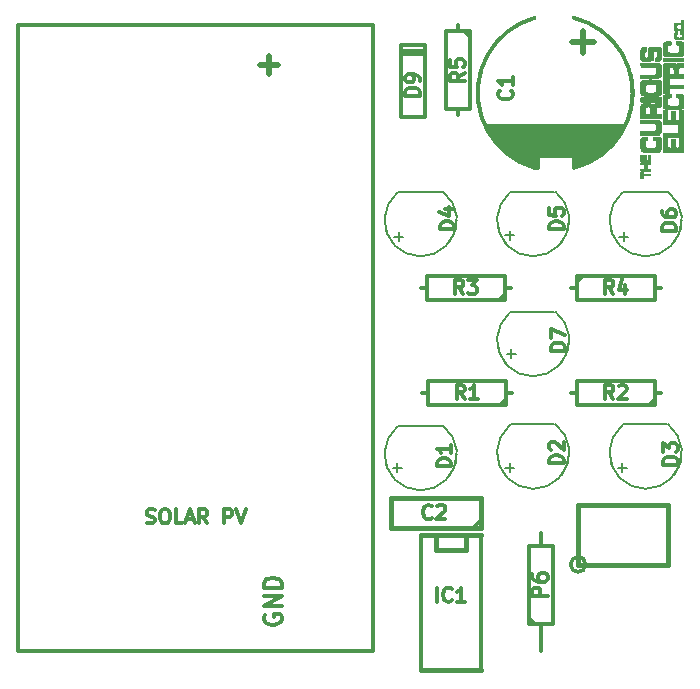
<source format=gbr>
G04 #@! TF.GenerationSoftware,KiCad,Pcbnew,(5.1.0)-1*
G04 #@! TF.CreationDate,2020-05-20T17:07:29+01:00*
G04 #@! TF.ProjectId,SolarDice,536f6c61-7244-4696-9365-2e6b69636164,rev?*
G04 #@! TF.SameCoordinates,PX5faea10PY77e7cd0*
G04 #@! TF.FileFunction,Legend,Top*
G04 #@! TF.FilePolarity,Positive*
%FSLAX46Y46*%
G04 Gerber Fmt 4.6, Leading zero omitted, Abs format (unit mm)*
G04 Created by KiCad (PCBNEW (5.1.0)-1) date 2020-05-20 17:07:29*
%MOMM*%
%LPD*%
G04 APERTURE LIST*
%ADD10C,0.300000*%
%ADD11C,0.304800*%
%ADD12C,0.381000*%
%ADD13C,0.200000*%
%ADD14C,0.010000*%
%ADD15C,0.500000*%
%ADD16C,0.150000*%
G04 APERTURE END LIST*
D10*
X35064000Y37084143D02*
X34992571Y36941286D01*
X34992571Y36727000D01*
X35064000Y36512715D01*
X35206857Y36369858D01*
X35349714Y36298429D01*
X35635428Y36227000D01*
X35849714Y36227000D01*
X36135428Y36298429D01*
X36278285Y36369858D01*
X36421142Y36512715D01*
X36492571Y36727000D01*
X36492571Y36869858D01*
X36421142Y37084143D01*
X36349714Y37155572D01*
X35849714Y37155572D01*
X35849714Y36869858D01*
X36492571Y37798429D02*
X34992571Y37798429D01*
X36492571Y38655572D01*
X34992571Y38655572D01*
X36492571Y39369858D02*
X34992571Y39369858D01*
X34992571Y39727000D01*
X35064000Y39941286D01*
X35206857Y40084143D01*
X35349714Y40155572D01*
X35635428Y40227000D01*
X35849714Y40227000D01*
X36135428Y40155572D01*
X36278285Y40084143D01*
X36421142Y39941286D01*
X36492571Y39727000D01*
X36492571Y39369858D01*
D11*
X57912000Y36306000D02*
X57404000Y36814000D01*
X59436000Y42910000D02*
X58420000Y42910000D01*
X59436000Y36306000D02*
X59436000Y42910000D01*
X57404000Y36306000D02*
X59436000Y36306000D01*
X57404000Y42910000D02*
X57404000Y36306000D01*
X58420000Y42910000D02*
X57404000Y42910000D01*
X58420000Y43418000D02*
X58420000Y42910000D01*
X58420000Y35798000D02*
X58420000Y36306000D01*
D10*
X58420000Y36306000D02*
X58420000Y33989000D01*
X58420000Y42910000D02*
X58420000Y43989000D01*
X14210000Y34000000D02*
X44210000Y34000000D01*
X14210000Y87000000D02*
X44210000Y87000000D01*
X14210000Y87000000D02*
X14210000Y34000000D01*
X44210000Y34000000D02*
X44210000Y87000000D01*
D11*
X55499000Y55372000D02*
X54991000Y54864000D01*
X48895000Y56896000D02*
X48895000Y55880000D01*
X55499000Y56896000D02*
X48895000Y56896000D01*
X55499000Y54864000D02*
X55499000Y56896000D01*
X48895000Y54864000D02*
X55499000Y54864000D01*
X48895000Y55880000D02*
X48895000Y54864000D01*
X48387000Y55880000D02*
X48895000Y55880000D01*
X56007000Y55880000D02*
X55499000Y55880000D01*
X68072000Y55372000D02*
X67564000Y54864000D01*
X61468000Y56896000D02*
X61468000Y55880000D01*
X68072000Y56896000D02*
X61468000Y56896000D01*
X68072000Y54864000D02*
X68072000Y56896000D01*
X61468000Y54864000D02*
X68072000Y54864000D01*
X61468000Y55880000D02*
X61468000Y54864000D01*
X60960000Y55880000D02*
X61468000Y55880000D01*
X68580000Y55880000D02*
X68072000Y55880000D01*
X55372000Y64262000D02*
X54864000Y63754000D01*
X48768000Y65786000D02*
X48768000Y64770000D01*
X55372000Y65786000D02*
X48768000Y65786000D01*
X55372000Y63754000D02*
X55372000Y65786000D01*
X48768000Y63754000D02*
X55372000Y63754000D01*
X48768000Y64770000D02*
X48768000Y63754000D01*
X48260000Y64770000D02*
X48768000Y64770000D01*
X55880000Y64770000D02*
X55372000Y64770000D01*
X61468000Y65278000D02*
X61976000Y65786000D01*
X68072000Y63754000D02*
X68072000Y64770000D01*
X61468000Y63754000D02*
X68072000Y63754000D01*
X61468000Y65786000D02*
X61468000Y63754000D01*
X68072000Y65786000D02*
X61468000Y65786000D01*
X68072000Y64770000D02*
X68072000Y65786000D01*
X68580000Y64770000D02*
X68072000Y64770000D01*
X60960000Y64770000D02*
X61468000Y64770000D01*
X51943000Y86487000D02*
X52451000Y85979000D01*
X50419000Y79883000D02*
X51435000Y79883000D01*
X50419000Y86487000D02*
X50419000Y79883000D01*
X52451000Y86487000D02*
X50419000Y86487000D01*
X52451000Y79883000D02*
X52451000Y86487000D01*
X51435000Y79883000D02*
X52451000Y79883000D01*
X51435000Y79375000D02*
X51435000Y79883000D01*
X51435000Y86995000D02*
X51435000Y86487000D01*
D12*
X53340000Y32385000D02*
X48260000Y32385000D01*
X49530000Y42545000D02*
X49530000Y43815000D01*
X52070000Y42545000D02*
X49530000Y42545000D01*
X52070000Y43815000D02*
X52070000Y42545000D01*
X48260000Y43815000D02*
X53340000Y43815000D01*
D11*
X48260000Y32385000D02*
X48260000Y43815000D01*
X53340000Y43815000D02*
X53340000Y32385000D01*
D10*
X62230000Y41355000D02*
G75*
G03X62230000Y41355000I-635000J0D01*
G01*
D12*
X61595000Y46355000D02*
X69215000Y46355000D01*
X69215000Y46355000D02*
X69215000Y41275000D01*
X69215000Y41275000D02*
X61595000Y41275000D01*
X61595000Y41275000D02*
X61595000Y46355000D01*
D13*
X46355000Y53086000D02*
X46228000Y52959000D01*
X46355000Y53086000D02*
X50038000Y53086000D01*
X50673000Y48768000D02*
G75*
G03X50165000Y53086000I-2413000J1905000D01*
G01*
X46228000Y52959000D02*
G75*
G03X45974000Y48641000I2032000J-2286000D01*
G01*
X48260000Y47625000D02*
G75*
G03X51308000Y50673000I0J3048000D01*
G01*
X45212000Y50673000D02*
G75*
G03X48260000Y47625000I3048000J0D01*
G01*
X55880000Y53213000D02*
X55753000Y53086000D01*
X55880000Y53213000D02*
X59563000Y53213000D01*
X60198000Y48895000D02*
G75*
G03X59690000Y53213000I-2413000J1905000D01*
G01*
X55753000Y53086000D02*
G75*
G03X55499000Y48768000I2032000J-2286000D01*
G01*
X57785000Y47752000D02*
G75*
G03X60833000Y50800000I0J3048000D01*
G01*
X54737000Y50800000D02*
G75*
G03X57785000Y47752000I3048000J0D01*
G01*
X65405000Y53213000D02*
X65278000Y53086000D01*
X65405000Y53213000D02*
X69088000Y53213000D01*
X69723000Y48895000D02*
G75*
G03X69215000Y53213000I-2413000J1905000D01*
G01*
X65278000Y53086000D02*
G75*
G03X65024000Y48768000I2032000J-2286000D01*
G01*
X67310000Y47752000D02*
G75*
G03X70358000Y50800000I0J3048000D01*
G01*
X64262000Y50800000D02*
G75*
G03X67310000Y47752000I3048000J0D01*
G01*
X46355000Y72898000D02*
X46228000Y72771000D01*
X46355000Y72898000D02*
X50038000Y72898000D01*
X50673000Y68580000D02*
G75*
G03X50165000Y72898000I-2413000J1905000D01*
G01*
X46228000Y72771000D02*
G75*
G03X45974000Y68453000I2032000J-2286000D01*
G01*
X48260000Y67437000D02*
G75*
G03X51308000Y70485000I0J3048000D01*
G01*
X45212000Y70485000D02*
G75*
G03X48260000Y67437000I3048000J0D01*
G01*
X55880000Y72898000D02*
X55753000Y72771000D01*
X55880000Y72898000D02*
X59563000Y72898000D01*
X60198000Y68580000D02*
G75*
G03X59690000Y72898000I-2413000J1905000D01*
G01*
X55753000Y72771000D02*
G75*
G03X55499000Y68453000I2032000J-2286000D01*
G01*
X57785000Y67437000D02*
G75*
G03X60833000Y70485000I0J3048000D01*
G01*
X54737000Y70485000D02*
G75*
G03X57785000Y67437000I3048000J0D01*
G01*
X65405000Y72898000D02*
X65278000Y72771000D01*
X65405000Y72898000D02*
X69088000Y72898000D01*
X69723000Y68580000D02*
G75*
G03X69215000Y72898000I-2413000J1905000D01*
G01*
X65278000Y72771000D02*
G75*
G03X65024000Y68453000I2032000J-2286000D01*
G01*
X67310000Y67437000D02*
G75*
G03X70358000Y70485000I0J3048000D01*
G01*
X64262000Y70485000D02*
G75*
G03X67310000Y67437000I3048000J0D01*
G01*
X55880000Y62738000D02*
X55753000Y62611000D01*
X55880000Y62738000D02*
X59563000Y62738000D01*
X60198000Y58420000D02*
G75*
G03X59690000Y62738000I-2413000J1905000D01*
G01*
X55753000Y62611000D02*
G75*
G03X55499000Y58293000I2032000J-2286000D01*
G01*
X57785000Y57277000D02*
G75*
G03X60833000Y60325000I0J3048000D01*
G01*
X54737000Y60325000D02*
G75*
G03X57785000Y57277000I3048000J0D01*
G01*
D11*
X47625000Y85344000D02*
X46609000Y85344000D01*
X46609000Y85344000D02*
X46609000Y79248000D01*
X46609000Y79248000D02*
X47625000Y79248000D01*
X47625000Y79248000D02*
X48641000Y79248000D01*
X48641000Y79248000D02*
X48641000Y85344000D01*
X48641000Y85344000D02*
X47625000Y85344000D01*
X46609000Y84836000D02*
X48641000Y84836000D01*
X48641000Y84582000D02*
X46609000Y84582000D01*
D14*
G36*
X70418000Y87377000D02*
G01*
X70418000Y87467000D01*
X70508000Y87467000D01*
X70508000Y87377000D01*
X70418000Y87377000D01*
X70418000Y87377000D01*
G37*
X70418000Y87377000D02*
X70418000Y87467000D01*
X70508000Y87467000D01*
X70508000Y87377000D01*
X70418000Y87377000D01*
G36*
X70418000Y87287000D02*
G01*
X70418000Y87377000D01*
X70508000Y87377000D01*
X70508000Y87287000D01*
X70418000Y87287000D01*
X70418000Y87287000D01*
G37*
X70418000Y87287000D02*
X70418000Y87377000D01*
X70508000Y87377000D01*
X70508000Y87287000D01*
X70418000Y87287000D01*
G36*
X70418000Y87107000D02*
G01*
X70418000Y87197000D01*
X70508000Y87197000D01*
X70508000Y87107000D01*
X70418000Y87107000D01*
X70418000Y87107000D01*
G37*
X70418000Y87107000D02*
X70418000Y87197000D01*
X70508000Y87197000D01*
X70508000Y87107000D01*
X70418000Y87107000D01*
G36*
X70418000Y87017000D02*
G01*
X70418000Y87107000D01*
X70508000Y87107000D01*
X70508000Y87017000D01*
X70418000Y87017000D01*
X70418000Y87017000D01*
G37*
X70418000Y87017000D02*
X70418000Y87107000D01*
X70508000Y87107000D01*
X70508000Y87017000D01*
X70418000Y87017000D01*
G36*
X70418000Y86927000D02*
G01*
X70418000Y87017000D01*
X70508000Y87017000D01*
X70508000Y86927000D01*
X70418000Y86927000D01*
X70418000Y86927000D01*
G37*
X70418000Y86927000D02*
X70418000Y87017000D01*
X70508000Y87017000D01*
X70508000Y86927000D01*
X70418000Y86927000D01*
G36*
X70418000Y86837000D02*
G01*
X70418000Y86927000D01*
X70508000Y86927000D01*
X70508000Y86837000D01*
X70418000Y86837000D01*
X70418000Y86837000D01*
G37*
X70418000Y86837000D02*
X70418000Y86927000D01*
X70508000Y86927000D01*
X70508000Y86837000D01*
X70418000Y86837000D01*
G36*
X70418000Y86747000D02*
G01*
X70418000Y86837000D01*
X70508000Y86837000D01*
X70508000Y86747000D01*
X70418000Y86747000D01*
X70418000Y86747000D01*
G37*
X70418000Y86747000D02*
X70418000Y86837000D01*
X70508000Y86837000D01*
X70508000Y86747000D01*
X70418000Y86747000D01*
G36*
X70418000Y86657000D02*
G01*
X70418000Y86747000D01*
X70508000Y86747000D01*
X70508000Y86657000D01*
X70418000Y86657000D01*
X70418000Y86657000D01*
G37*
X70418000Y86657000D02*
X70418000Y86747000D01*
X70508000Y86747000D01*
X70508000Y86657000D01*
X70418000Y86657000D01*
G36*
X70418000Y86567000D02*
G01*
X70418000Y86657000D01*
X70508000Y86657000D01*
X70508000Y86567000D01*
X70418000Y86567000D01*
X70418000Y86567000D01*
G37*
X70418000Y86567000D02*
X70418000Y86657000D01*
X70508000Y86657000D01*
X70508000Y86567000D01*
X70418000Y86567000D01*
G36*
X70418000Y86387000D02*
G01*
X70418000Y86477000D01*
X70508000Y86477000D01*
X70508000Y86387000D01*
X70418000Y86387000D01*
X70418000Y86387000D01*
G37*
X70418000Y86387000D02*
X70418000Y86477000D01*
X70508000Y86477000D01*
X70508000Y86387000D01*
X70418000Y86387000D01*
G36*
X70418000Y86297000D02*
G01*
X70418000Y86387000D01*
X70508000Y86387000D01*
X70508000Y86297000D01*
X70418000Y86297000D01*
X70418000Y86297000D01*
G37*
X70418000Y86297000D02*
X70418000Y86387000D01*
X70508000Y86387000D01*
X70508000Y86297000D01*
X70418000Y86297000D01*
G36*
X70418000Y86207000D02*
G01*
X70418000Y86297000D01*
X70508000Y86297000D01*
X70508000Y86207000D01*
X70418000Y86207000D01*
X70418000Y86207000D01*
G37*
X70418000Y86207000D02*
X70418000Y86297000D01*
X70508000Y86297000D01*
X70508000Y86207000D01*
X70418000Y86207000D01*
G36*
X70418000Y86117000D02*
G01*
X70418000Y86207000D01*
X70508000Y86207000D01*
X70508000Y86117000D01*
X70418000Y86117000D01*
X70418000Y86117000D01*
G37*
X70418000Y86117000D02*
X70418000Y86207000D01*
X70508000Y86207000D01*
X70508000Y86117000D01*
X70418000Y86117000D01*
G36*
X70418000Y86027000D02*
G01*
X70418000Y86117000D01*
X70508000Y86117000D01*
X70508000Y86027000D01*
X70418000Y86027000D01*
X70418000Y86027000D01*
G37*
X70418000Y86027000D02*
X70418000Y86117000D01*
X70508000Y86117000D01*
X70508000Y86027000D01*
X70418000Y86027000D01*
G36*
X70418000Y85937000D02*
G01*
X70418000Y86027000D01*
X70508000Y86027000D01*
X70508000Y85937000D01*
X70418000Y85937000D01*
X70418000Y85937000D01*
G37*
X70418000Y85937000D02*
X70418000Y86027000D01*
X70508000Y86027000D01*
X70508000Y85937000D01*
X70418000Y85937000D01*
G36*
X70418000Y85847000D02*
G01*
X70418000Y85937000D01*
X70508000Y85937000D01*
X70508000Y85847000D01*
X70418000Y85847000D01*
X70418000Y85847000D01*
G37*
X70418000Y85847000D02*
X70418000Y85937000D01*
X70508000Y85937000D01*
X70508000Y85847000D01*
X70418000Y85847000D01*
G36*
X70418000Y85487000D02*
G01*
X70418000Y85577000D01*
X70508000Y85577000D01*
X70508000Y85487000D01*
X70418000Y85487000D01*
X70418000Y85487000D01*
G37*
X70418000Y85487000D02*
X70418000Y85577000D01*
X70508000Y85577000D01*
X70508000Y85487000D01*
X70418000Y85487000D01*
G36*
X70418000Y85397000D02*
G01*
X70418000Y85487000D01*
X70508000Y85487000D01*
X70508000Y85397000D01*
X70418000Y85397000D01*
X70418000Y85397000D01*
G37*
X70418000Y85397000D02*
X70418000Y85487000D01*
X70508000Y85487000D01*
X70508000Y85397000D01*
X70418000Y85397000D01*
G36*
X70418000Y85307000D02*
G01*
X70418000Y85397000D01*
X70508000Y85397000D01*
X70508000Y85307000D01*
X70418000Y85307000D01*
X70418000Y85307000D01*
G37*
X70418000Y85307000D02*
X70418000Y85397000D01*
X70508000Y85397000D01*
X70508000Y85307000D01*
X70418000Y85307000D01*
G36*
X70418000Y85217000D02*
G01*
X70418000Y85307000D01*
X70508000Y85307000D01*
X70508000Y85217000D01*
X70418000Y85217000D01*
X70418000Y85217000D01*
G37*
X70418000Y85217000D02*
X70418000Y85307000D01*
X70508000Y85307000D01*
X70508000Y85217000D01*
X70418000Y85217000D01*
G36*
X70418000Y85127000D02*
G01*
X70418000Y85217000D01*
X70508000Y85217000D01*
X70508000Y85127000D01*
X70418000Y85127000D01*
X70418000Y85127000D01*
G37*
X70418000Y85127000D02*
X70418000Y85217000D01*
X70508000Y85217000D01*
X70508000Y85127000D01*
X70418000Y85127000D01*
G36*
X70418000Y85037000D02*
G01*
X70418000Y85127000D01*
X70508000Y85127000D01*
X70508000Y85037000D01*
X70418000Y85037000D01*
X70418000Y85037000D01*
G37*
X70418000Y85037000D02*
X70418000Y85127000D01*
X70508000Y85127000D01*
X70508000Y85037000D01*
X70418000Y85037000D01*
G36*
X70418000Y84947000D02*
G01*
X70418000Y85037000D01*
X70508000Y85037000D01*
X70508000Y84947000D01*
X70418000Y84947000D01*
X70418000Y84947000D01*
G37*
X70418000Y84947000D02*
X70418000Y85037000D01*
X70508000Y85037000D01*
X70508000Y84947000D01*
X70418000Y84947000D01*
G36*
X70418000Y84857000D02*
G01*
X70418000Y84947000D01*
X70508000Y84947000D01*
X70508000Y84857000D01*
X70418000Y84857000D01*
X70418000Y84857000D01*
G37*
X70418000Y84857000D02*
X70418000Y84947000D01*
X70508000Y84947000D01*
X70508000Y84857000D01*
X70418000Y84857000D01*
G36*
X70418000Y84767000D02*
G01*
X70418000Y84857000D01*
X70508000Y84857000D01*
X70508000Y84767000D01*
X70418000Y84767000D01*
X70418000Y84767000D01*
G37*
X70418000Y84767000D02*
X70418000Y84857000D01*
X70508000Y84857000D01*
X70508000Y84767000D01*
X70418000Y84767000D01*
G36*
X70418000Y84677000D02*
G01*
X70418000Y84767000D01*
X70508000Y84767000D01*
X70508000Y84677000D01*
X70418000Y84677000D01*
X70418000Y84677000D01*
G37*
X70418000Y84677000D02*
X70418000Y84767000D01*
X70508000Y84767000D01*
X70508000Y84677000D01*
X70418000Y84677000D01*
G36*
X70418000Y84587000D02*
G01*
X70418000Y84677000D01*
X70508000Y84677000D01*
X70508000Y84587000D01*
X70418000Y84587000D01*
X70418000Y84587000D01*
G37*
X70418000Y84587000D02*
X70418000Y84677000D01*
X70508000Y84677000D01*
X70508000Y84587000D01*
X70418000Y84587000D01*
G36*
X70418000Y84497000D02*
G01*
X70418000Y84587000D01*
X70508000Y84587000D01*
X70508000Y84497000D01*
X70418000Y84497000D01*
X70418000Y84497000D01*
G37*
X70418000Y84497000D02*
X70418000Y84587000D01*
X70508000Y84587000D01*
X70508000Y84497000D01*
X70418000Y84497000D01*
G36*
X70418000Y84137000D02*
G01*
X70418000Y84227000D01*
X70508000Y84227000D01*
X70508000Y84137000D01*
X70418000Y84137000D01*
X70418000Y84137000D01*
G37*
X70418000Y84137000D02*
X70418000Y84227000D01*
X70508000Y84227000D01*
X70508000Y84137000D01*
X70418000Y84137000D01*
G36*
X70418000Y84047000D02*
G01*
X70418000Y84137000D01*
X70508000Y84137000D01*
X70508000Y84047000D01*
X70418000Y84047000D01*
X70418000Y84047000D01*
G37*
X70418000Y84047000D02*
X70418000Y84137000D01*
X70508000Y84137000D01*
X70508000Y84047000D01*
X70418000Y84047000D01*
G36*
X70418000Y83957000D02*
G01*
X70418000Y84047000D01*
X70508000Y84047000D01*
X70508000Y83957000D01*
X70418000Y83957000D01*
X70418000Y83957000D01*
G37*
X70418000Y83957000D02*
X70418000Y84047000D01*
X70508000Y84047000D01*
X70508000Y83957000D01*
X70418000Y83957000D01*
G36*
X70418000Y83687000D02*
G01*
X70418000Y83777000D01*
X70508000Y83777000D01*
X70508000Y83687000D01*
X70418000Y83687000D01*
X70418000Y83687000D01*
G37*
X70418000Y83687000D02*
X70418000Y83777000D01*
X70508000Y83777000D01*
X70508000Y83687000D01*
X70418000Y83687000D01*
G36*
X70418000Y83597000D02*
G01*
X70418000Y83687000D01*
X70508000Y83687000D01*
X70508000Y83597000D01*
X70418000Y83597000D01*
X70418000Y83597000D01*
G37*
X70418000Y83597000D02*
X70418000Y83687000D01*
X70508000Y83687000D01*
X70508000Y83597000D01*
X70418000Y83597000D01*
G36*
X70418000Y83507000D02*
G01*
X70418000Y83597000D01*
X70508000Y83597000D01*
X70508000Y83507000D01*
X70418000Y83507000D01*
X70418000Y83507000D01*
G37*
X70418000Y83507000D02*
X70418000Y83597000D01*
X70508000Y83597000D01*
X70508000Y83507000D01*
X70418000Y83507000D01*
G36*
X70418000Y82787000D02*
G01*
X70418000Y82877000D01*
X70508000Y82877000D01*
X70508000Y82787000D01*
X70418000Y82787000D01*
X70418000Y82787000D01*
G37*
X70418000Y82787000D02*
X70418000Y82877000D01*
X70508000Y82877000D01*
X70508000Y82787000D01*
X70418000Y82787000D01*
G36*
X70418000Y82697000D02*
G01*
X70418000Y82787000D01*
X70508000Y82787000D01*
X70508000Y82697000D01*
X70418000Y82697000D01*
X70418000Y82697000D01*
G37*
X70418000Y82697000D02*
X70418000Y82787000D01*
X70508000Y82787000D01*
X70508000Y82697000D01*
X70418000Y82697000D01*
G36*
X70418000Y82607000D02*
G01*
X70418000Y82697000D01*
X70508000Y82697000D01*
X70508000Y82607000D01*
X70418000Y82607000D01*
X70418000Y82607000D01*
G37*
X70418000Y82607000D02*
X70418000Y82697000D01*
X70508000Y82697000D01*
X70508000Y82607000D01*
X70418000Y82607000D01*
G36*
X70418000Y82517000D02*
G01*
X70418000Y82607000D01*
X70508000Y82607000D01*
X70508000Y82517000D01*
X70418000Y82517000D01*
X70418000Y82517000D01*
G37*
X70418000Y82517000D02*
X70418000Y82607000D01*
X70508000Y82607000D01*
X70508000Y82517000D01*
X70418000Y82517000D01*
G36*
X70418000Y81887000D02*
G01*
X70418000Y81977000D01*
X70508000Y81977000D01*
X70508000Y81887000D01*
X70418000Y81887000D01*
X70418000Y81887000D01*
G37*
X70418000Y81887000D02*
X70418000Y81977000D01*
X70508000Y81977000D01*
X70508000Y81887000D01*
X70418000Y81887000D01*
G36*
X70418000Y81797000D02*
G01*
X70418000Y81887000D01*
X70508000Y81887000D01*
X70508000Y81797000D01*
X70418000Y81797000D01*
X70418000Y81797000D01*
G37*
X70418000Y81797000D02*
X70418000Y81887000D01*
X70508000Y81887000D01*
X70508000Y81797000D01*
X70418000Y81797000D01*
G36*
X70418000Y81707000D02*
G01*
X70418000Y81797000D01*
X70508000Y81797000D01*
X70508000Y81707000D01*
X70418000Y81707000D01*
X70418000Y81707000D01*
G37*
X70418000Y81707000D02*
X70418000Y81797000D01*
X70508000Y81797000D01*
X70508000Y81707000D01*
X70418000Y81707000D01*
G36*
X70418000Y80987000D02*
G01*
X70418000Y81077000D01*
X70508000Y81077000D01*
X70508000Y80987000D01*
X70418000Y80987000D01*
X70418000Y80987000D01*
G37*
X70418000Y80987000D02*
X70418000Y81077000D01*
X70508000Y81077000D01*
X70508000Y80987000D01*
X70418000Y80987000D01*
G36*
X70418000Y80897000D02*
G01*
X70418000Y80987000D01*
X70508000Y80987000D01*
X70508000Y80897000D01*
X70418000Y80897000D01*
X70418000Y80897000D01*
G37*
X70418000Y80897000D02*
X70418000Y80987000D01*
X70508000Y80987000D01*
X70508000Y80897000D01*
X70418000Y80897000D01*
G36*
X70418000Y80807000D02*
G01*
X70418000Y80897000D01*
X70508000Y80897000D01*
X70508000Y80807000D01*
X70418000Y80807000D01*
X70418000Y80807000D01*
G37*
X70418000Y80807000D02*
X70418000Y80897000D01*
X70508000Y80897000D01*
X70508000Y80807000D01*
X70418000Y80807000D01*
G36*
X70418000Y80717000D02*
G01*
X70418000Y80807000D01*
X70508000Y80807000D01*
X70508000Y80717000D01*
X70418000Y80717000D01*
X70418000Y80717000D01*
G37*
X70418000Y80717000D02*
X70418000Y80807000D01*
X70508000Y80807000D01*
X70508000Y80717000D01*
X70418000Y80717000D01*
G36*
X70418000Y80627000D02*
G01*
X70418000Y80717000D01*
X70508000Y80717000D01*
X70508000Y80627000D01*
X70418000Y80627000D01*
X70418000Y80627000D01*
G37*
X70418000Y80627000D02*
X70418000Y80717000D01*
X70508000Y80717000D01*
X70508000Y80627000D01*
X70418000Y80627000D01*
G36*
X70418000Y80537000D02*
G01*
X70418000Y80627000D01*
X70508000Y80627000D01*
X70508000Y80537000D01*
X70418000Y80537000D01*
X70418000Y80537000D01*
G37*
X70418000Y80537000D02*
X70418000Y80627000D01*
X70508000Y80627000D01*
X70508000Y80537000D01*
X70418000Y80537000D01*
G36*
X70418000Y80447000D02*
G01*
X70418000Y80537000D01*
X70508000Y80537000D01*
X70508000Y80447000D01*
X70418000Y80447000D01*
X70418000Y80447000D01*
G37*
X70418000Y80447000D02*
X70418000Y80537000D01*
X70508000Y80537000D01*
X70508000Y80447000D01*
X70418000Y80447000D01*
G36*
X70418000Y80357000D02*
G01*
X70418000Y80447000D01*
X70508000Y80447000D01*
X70508000Y80357000D01*
X70418000Y80357000D01*
X70418000Y80357000D01*
G37*
X70418000Y80357000D02*
X70418000Y80447000D01*
X70508000Y80447000D01*
X70508000Y80357000D01*
X70418000Y80357000D01*
G36*
X70418000Y80267000D02*
G01*
X70418000Y80357000D01*
X70508000Y80357000D01*
X70508000Y80267000D01*
X70418000Y80267000D01*
X70418000Y80267000D01*
G37*
X70418000Y80267000D02*
X70418000Y80357000D01*
X70508000Y80357000D01*
X70508000Y80267000D01*
X70418000Y80267000D01*
G36*
X70418000Y80177000D02*
G01*
X70418000Y80267000D01*
X70508000Y80267000D01*
X70508000Y80177000D01*
X70418000Y80177000D01*
X70418000Y80177000D01*
G37*
X70418000Y80177000D02*
X70418000Y80267000D01*
X70508000Y80267000D01*
X70508000Y80177000D01*
X70418000Y80177000D01*
G36*
X70418000Y80087000D02*
G01*
X70418000Y80177000D01*
X70508000Y80177000D01*
X70508000Y80087000D01*
X70418000Y80087000D01*
X70418000Y80087000D01*
G37*
X70418000Y80087000D02*
X70418000Y80177000D01*
X70508000Y80177000D01*
X70508000Y80087000D01*
X70418000Y80087000D01*
G36*
X70418000Y79997000D02*
G01*
X70418000Y80087000D01*
X70508000Y80087000D01*
X70508000Y79997000D01*
X70418000Y79997000D01*
X70418000Y79997000D01*
G37*
X70418000Y79997000D02*
X70418000Y80087000D01*
X70508000Y80087000D01*
X70508000Y79997000D01*
X70418000Y79997000D01*
G36*
X70418000Y79727000D02*
G01*
X70418000Y79817000D01*
X70508000Y79817000D01*
X70508000Y79727000D01*
X70418000Y79727000D01*
X70418000Y79727000D01*
G37*
X70418000Y79727000D02*
X70418000Y79817000D01*
X70508000Y79817000D01*
X70508000Y79727000D01*
X70418000Y79727000D01*
G36*
X70418000Y79637000D02*
G01*
X70418000Y79727000D01*
X70508000Y79727000D01*
X70508000Y79637000D01*
X70418000Y79637000D01*
X70418000Y79637000D01*
G37*
X70418000Y79637000D02*
X70418000Y79727000D01*
X70508000Y79727000D01*
X70508000Y79637000D01*
X70418000Y79637000D01*
G36*
X70418000Y79547000D02*
G01*
X70418000Y79637000D01*
X70508000Y79637000D01*
X70508000Y79547000D01*
X70418000Y79547000D01*
X70418000Y79547000D01*
G37*
X70418000Y79547000D02*
X70418000Y79637000D01*
X70508000Y79637000D01*
X70508000Y79547000D01*
X70418000Y79547000D01*
G36*
X70418000Y79457000D02*
G01*
X70418000Y79547000D01*
X70508000Y79547000D01*
X70508000Y79457000D01*
X70418000Y79457000D01*
X70418000Y79457000D01*
G37*
X70418000Y79457000D02*
X70418000Y79547000D01*
X70508000Y79547000D01*
X70508000Y79457000D01*
X70418000Y79457000D01*
G36*
X70418000Y79367000D02*
G01*
X70418000Y79457000D01*
X70508000Y79457000D01*
X70508000Y79367000D01*
X70418000Y79367000D01*
X70418000Y79367000D01*
G37*
X70418000Y79367000D02*
X70418000Y79457000D01*
X70508000Y79457000D01*
X70508000Y79367000D01*
X70418000Y79367000D01*
G36*
X70418000Y79277000D02*
G01*
X70418000Y79367000D01*
X70508000Y79367000D01*
X70508000Y79277000D01*
X70418000Y79277000D01*
X70418000Y79277000D01*
G37*
X70418000Y79277000D02*
X70418000Y79367000D01*
X70508000Y79367000D01*
X70508000Y79277000D01*
X70418000Y79277000D01*
G36*
X70418000Y79187000D02*
G01*
X70418000Y79277000D01*
X70508000Y79277000D01*
X70508000Y79187000D01*
X70418000Y79187000D01*
X70418000Y79187000D01*
G37*
X70418000Y79187000D02*
X70418000Y79277000D01*
X70508000Y79277000D01*
X70508000Y79187000D01*
X70418000Y79187000D01*
G36*
X70418000Y79097000D02*
G01*
X70418000Y79187000D01*
X70508000Y79187000D01*
X70508000Y79097000D01*
X70418000Y79097000D01*
X70418000Y79097000D01*
G37*
X70418000Y79097000D02*
X70418000Y79187000D01*
X70508000Y79187000D01*
X70508000Y79097000D01*
X70418000Y79097000D01*
G36*
X70418000Y79007000D02*
G01*
X70418000Y79097000D01*
X70508000Y79097000D01*
X70508000Y79007000D01*
X70418000Y79007000D01*
X70418000Y79007000D01*
G37*
X70418000Y79007000D02*
X70418000Y79097000D01*
X70508000Y79097000D01*
X70508000Y79007000D01*
X70418000Y79007000D01*
G36*
X70418000Y78917000D02*
G01*
X70418000Y79007000D01*
X70508000Y79007000D01*
X70508000Y78917000D01*
X70418000Y78917000D01*
X70418000Y78917000D01*
G37*
X70418000Y78917000D02*
X70418000Y79007000D01*
X70508000Y79007000D01*
X70508000Y78917000D01*
X70418000Y78917000D01*
G36*
X70418000Y78827000D02*
G01*
X70418000Y78917000D01*
X70508000Y78917000D01*
X70508000Y78827000D01*
X70418000Y78827000D01*
X70418000Y78827000D01*
G37*
X70418000Y78827000D02*
X70418000Y78917000D01*
X70508000Y78917000D01*
X70508000Y78827000D01*
X70418000Y78827000D01*
G36*
X70418000Y78737000D02*
G01*
X70418000Y78827000D01*
X70508000Y78827000D01*
X70508000Y78737000D01*
X70418000Y78737000D01*
X70418000Y78737000D01*
G37*
X70418000Y78737000D02*
X70418000Y78827000D01*
X70508000Y78827000D01*
X70508000Y78737000D01*
X70418000Y78737000D01*
G36*
X70418000Y78647000D02*
G01*
X70418000Y78737000D01*
X70508000Y78737000D01*
X70508000Y78647000D01*
X70418000Y78647000D01*
X70418000Y78647000D01*
G37*
X70418000Y78647000D02*
X70418000Y78737000D01*
X70508000Y78737000D01*
X70508000Y78647000D01*
X70418000Y78647000D01*
G36*
X70418000Y78467000D02*
G01*
X70418000Y78557000D01*
X70508000Y78557000D01*
X70508000Y78467000D01*
X70418000Y78467000D01*
X70418000Y78467000D01*
G37*
X70418000Y78467000D02*
X70418000Y78557000D01*
X70508000Y78557000D01*
X70508000Y78467000D01*
X70418000Y78467000D01*
G36*
X70418000Y78377000D02*
G01*
X70418000Y78467000D01*
X70508000Y78467000D01*
X70508000Y78377000D01*
X70418000Y78377000D01*
X70418000Y78377000D01*
G37*
X70418000Y78377000D02*
X70418000Y78467000D01*
X70508000Y78467000D01*
X70508000Y78377000D01*
X70418000Y78377000D01*
G36*
X70418000Y78287000D02*
G01*
X70418000Y78377000D01*
X70508000Y78377000D01*
X70508000Y78287000D01*
X70418000Y78287000D01*
X70418000Y78287000D01*
G37*
X70418000Y78287000D02*
X70418000Y78377000D01*
X70508000Y78377000D01*
X70508000Y78287000D01*
X70418000Y78287000D01*
G36*
X70418000Y78197000D02*
G01*
X70418000Y78287000D01*
X70508000Y78287000D01*
X70508000Y78197000D01*
X70418000Y78197000D01*
X70418000Y78197000D01*
G37*
X70418000Y78197000D02*
X70418000Y78287000D01*
X70508000Y78287000D01*
X70508000Y78197000D01*
X70418000Y78197000D01*
G36*
X70418000Y78107000D02*
G01*
X70418000Y78197000D01*
X70508000Y78197000D01*
X70508000Y78107000D01*
X70418000Y78107000D01*
X70418000Y78107000D01*
G37*
X70418000Y78107000D02*
X70418000Y78197000D01*
X70508000Y78197000D01*
X70508000Y78107000D01*
X70418000Y78107000D01*
G36*
X70418000Y78017000D02*
G01*
X70418000Y78107000D01*
X70508000Y78107000D01*
X70508000Y78017000D01*
X70418000Y78017000D01*
X70418000Y78017000D01*
G37*
X70418000Y78017000D02*
X70418000Y78107000D01*
X70508000Y78107000D01*
X70508000Y78017000D01*
X70418000Y78017000D01*
G36*
X70418000Y77927000D02*
G01*
X70418000Y78017000D01*
X70508000Y78017000D01*
X70508000Y77927000D01*
X70418000Y77927000D01*
X70418000Y77927000D01*
G37*
X70418000Y77927000D02*
X70418000Y78017000D01*
X70508000Y78017000D01*
X70508000Y77927000D01*
X70418000Y77927000D01*
G36*
X70418000Y77837000D02*
G01*
X70418000Y77927000D01*
X70508000Y77927000D01*
X70508000Y77837000D01*
X70418000Y77837000D01*
X70418000Y77837000D01*
G37*
X70418000Y77837000D02*
X70418000Y77927000D01*
X70508000Y77927000D01*
X70508000Y77837000D01*
X70418000Y77837000D01*
G36*
X70418000Y77747000D02*
G01*
X70418000Y77837000D01*
X70508000Y77837000D01*
X70508000Y77747000D01*
X70418000Y77747000D01*
X70418000Y77747000D01*
G37*
X70418000Y77747000D02*
X70418000Y77837000D01*
X70508000Y77837000D01*
X70508000Y77747000D01*
X70418000Y77747000D01*
G36*
X70418000Y77657000D02*
G01*
X70418000Y77747000D01*
X70508000Y77747000D01*
X70508000Y77657000D01*
X70418000Y77657000D01*
X70418000Y77657000D01*
G37*
X70418000Y77657000D02*
X70418000Y77747000D01*
X70508000Y77747000D01*
X70508000Y77657000D01*
X70418000Y77657000D01*
G36*
X70418000Y77567000D02*
G01*
X70418000Y77657000D01*
X70508000Y77657000D01*
X70508000Y77567000D01*
X70418000Y77567000D01*
X70418000Y77567000D01*
G37*
X70418000Y77567000D02*
X70418000Y77657000D01*
X70508000Y77657000D01*
X70508000Y77567000D01*
X70418000Y77567000D01*
G36*
X70418000Y77387000D02*
G01*
X70418000Y77477000D01*
X70508000Y77477000D01*
X70508000Y77387000D01*
X70418000Y77387000D01*
X70418000Y77387000D01*
G37*
X70418000Y77387000D02*
X70418000Y77477000D01*
X70508000Y77477000D01*
X70508000Y77387000D01*
X70418000Y77387000D01*
G36*
X70418000Y77297000D02*
G01*
X70418000Y77387000D01*
X70508000Y77387000D01*
X70508000Y77297000D01*
X70418000Y77297000D01*
X70418000Y77297000D01*
G37*
X70418000Y77297000D02*
X70418000Y77387000D01*
X70508000Y77387000D01*
X70508000Y77297000D01*
X70418000Y77297000D01*
G36*
X70418000Y77207000D02*
G01*
X70418000Y77297000D01*
X70508000Y77297000D01*
X70508000Y77207000D01*
X70418000Y77207000D01*
X70418000Y77207000D01*
G37*
X70418000Y77207000D02*
X70418000Y77297000D01*
X70508000Y77297000D01*
X70508000Y77207000D01*
X70418000Y77207000D01*
G36*
X70418000Y77117000D02*
G01*
X70418000Y77207000D01*
X70508000Y77207000D01*
X70508000Y77117000D01*
X70418000Y77117000D01*
X70418000Y77117000D01*
G37*
X70418000Y77117000D02*
X70418000Y77207000D01*
X70508000Y77207000D01*
X70508000Y77117000D01*
X70418000Y77117000D01*
G36*
X70418000Y77027000D02*
G01*
X70418000Y77117000D01*
X70508000Y77117000D01*
X70508000Y77027000D01*
X70418000Y77027000D01*
X70418000Y77027000D01*
G37*
X70418000Y77027000D02*
X70418000Y77117000D01*
X70508000Y77117000D01*
X70508000Y77027000D01*
X70418000Y77027000D01*
G36*
X70418000Y76937000D02*
G01*
X70418000Y77027000D01*
X70508000Y77027000D01*
X70508000Y76937000D01*
X70418000Y76937000D01*
X70418000Y76937000D01*
G37*
X70418000Y76937000D02*
X70418000Y77027000D01*
X70508000Y77027000D01*
X70508000Y76937000D01*
X70418000Y76937000D01*
G36*
X70418000Y76847000D02*
G01*
X70418000Y76937000D01*
X70508000Y76937000D01*
X70508000Y76847000D01*
X70418000Y76847000D01*
X70418000Y76847000D01*
G37*
X70418000Y76847000D02*
X70418000Y76937000D01*
X70508000Y76937000D01*
X70508000Y76847000D01*
X70418000Y76847000D01*
G36*
X70418000Y76757000D02*
G01*
X70418000Y76847000D01*
X70508000Y76847000D01*
X70508000Y76757000D01*
X70418000Y76757000D01*
X70418000Y76757000D01*
G37*
X70418000Y76757000D02*
X70418000Y76847000D01*
X70508000Y76847000D01*
X70508000Y76757000D01*
X70418000Y76757000D01*
G36*
X70418000Y76667000D02*
G01*
X70418000Y76757000D01*
X70508000Y76757000D01*
X70508000Y76667000D01*
X70418000Y76667000D01*
X70418000Y76667000D01*
G37*
X70418000Y76667000D02*
X70418000Y76757000D01*
X70508000Y76757000D01*
X70508000Y76667000D01*
X70418000Y76667000D01*
G36*
X70418000Y76577000D02*
G01*
X70418000Y76667000D01*
X70508000Y76667000D01*
X70508000Y76577000D01*
X70418000Y76577000D01*
X70418000Y76577000D01*
G37*
X70418000Y76577000D02*
X70418000Y76667000D01*
X70508000Y76667000D01*
X70508000Y76577000D01*
X70418000Y76577000D01*
G36*
X70418000Y76487000D02*
G01*
X70418000Y76577000D01*
X70508000Y76577000D01*
X70508000Y76487000D01*
X70418000Y76487000D01*
X70418000Y76487000D01*
G37*
X70418000Y76487000D02*
X70418000Y76577000D01*
X70508000Y76577000D01*
X70508000Y76487000D01*
X70418000Y76487000D01*
G36*
X70418000Y76397000D02*
G01*
X70418000Y76487000D01*
X70508000Y76487000D01*
X70508000Y76397000D01*
X70418000Y76397000D01*
X70418000Y76397000D01*
G37*
X70418000Y76397000D02*
X70418000Y76487000D01*
X70508000Y76487000D01*
X70508000Y76397000D01*
X70418000Y76397000D01*
G36*
X70418000Y76307000D02*
G01*
X70418000Y76397000D01*
X70508000Y76397000D01*
X70508000Y76307000D01*
X70418000Y76307000D01*
X70418000Y76307000D01*
G37*
X70418000Y76307000D02*
X70418000Y76397000D01*
X70508000Y76397000D01*
X70508000Y76307000D01*
X70418000Y76307000D01*
G36*
X70328000Y87377000D02*
G01*
X70328000Y87467000D01*
X70418000Y87467000D01*
X70418000Y87377000D01*
X70328000Y87377000D01*
X70328000Y87377000D01*
G37*
X70328000Y87377000D02*
X70328000Y87467000D01*
X70418000Y87467000D01*
X70418000Y87377000D01*
X70328000Y87377000D01*
G36*
X70328000Y87287000D02*
G01*
X70328000Y87377000D01*
X70418000Y87377000D01*
X70418000Y87287000D01*
X70328000Y87287000D01*
X70328000Y87287000D01*
G37*
X70328000Y87287000D02*
X70328000Y87377000D01*
X70418000Y87377000D01*
X70418000Y87287000D01*
X70328000Y87287000D01*
G36*
X70328000Y87107000D02*
G01*
X70328000Y87197000D01*
X70418000Y87197000D01*
X70418000Y87107000D01*
X70328000Y87107000D01*
X70328000Y87107000D01*
G37*
X70328000Y87107000D02*
X70328000Y87197000D01*
X70418000Y87197000D01*
X70418000Y87107000D01*
X70328000Y87107000D01*
G36*
X70328000Y87017000D02*
G01*
X70328000Y87107000D01*
X70418000Y87107000D01*
X70418000Y87017000D01*
X70328000Y87017000D01*
X70328000Y87017000D01*
G37*
X70328000Y87017000D02*
X70328000Y87107000D01*
X70418000Y87107000D01*
X70418000Y87017000D01*
X70328000Y87017000D01*
G36*
X70328000Y86927000D02*
G01*
X70328000Y87017000D01*
X70418000Y87017000D01*
X70418000Y86927000D01*
X70328000Y86927000D01*
X70328000Y86927000D01*
G37*
X70328000Y86927000D02*
X70328000Y87017000D01*
X70418000Y87017000D01*
X70418000Y86927000D01*
X70328000Y86927000D01*
G36*
X70328000Y86837000D02*
G01*
X70328000Y86927000D01*
X70418000Y86927000D01*
X70418000Y86837000D01*
X70328000Y86837000D01*
X70328000Y86837000D01*
G37*
X70328000Y86837000D02*
X70328000Y86927000D01*
X70418000Y86927000D01*
X70418000Y86837000D01*
X70328000Y86837000D01*
G36*
X70328000Y86747000D02*
G01*
X70328000Y86837000D01*
X70418000Y86837000D01*
X70418000Y86747000D01*
X70328000Y86747000D01*
X70328000Y86747000D01*
G37*
X70328000Y86747000D02*
X70328000Y86837000D01*
X70418000Y86837000D01*
X70418000Y86747000D01*
X70328000Y86747000D01*
G36*
X70328000Y86657000D02*
G01*
X70328000Y86747000D01*
X70418000Y86747000D01*
X70418000Y86657000D01*
X70328000Y86657000D01*
X70328000Y86657000D01*
G37*
X70328000Y86657000D02*
X70328000Y86747000D01*
X70418000Y86747000D01*
X70418000Y86657000D01*
X70328000Y86657000D01*
G36*
X70328000Y86567000D02*
G01*
X70328000Y86657000D01*
X70418000Y86657000D01*
X70418000Y86567000D01*
X70328000Y86567000D01*
X70328000Y86567000D01*
G37*
X70328000Y86567000D02*
X70328000Y86657000D01*
X70418000Y86657000D01*
X70418000Y86567000D01*
X70328000Y86567000D01*
G36*
X70328000Y86387000D02*
G01*
X70328000Y86477000D01*
X70418000Y86477000D01*
X70418000Y86387000D01*
X70328000Y86387000D01*
X70328000Y86387000D01*
G37*
X70328000Y86387000D02*
X70328000Y86477000D01*
X70418000Y86477000D01*
X70418000Y86387000D01*
X70328000Y86387000D01*
G36*
X70328000Y86297000D02*
G01*
X70328000Y86387000D01*
X70418000Y86387000D01*
X70418000Y86297000D01*
X70328000Y86297000D01*
X70328000Y86297000D01*
G37*
X70328000Y86297000D02*
X70328000Y86387000D01*
X70418000Y86387000D01*
X70418000Y86297000D01*
X70328000Y86297000D01*
G36*
X70328000Y85937000D02*
G01*
X70328000Y86027000D01*
X70418000Y86027000D01*
X70418000Y85937000D01*
X70328000Y85937000D01*
X70328000Y85937000D01*
G37*
X70328000Y85937000D02*
X70328000Y86027000D01*
X70418000Y86027000D01*
X70418000Y85937000D01*
X70328000Y85937000D01*
G36*
X70328000Y85847000D02*
G01*
X70328000Y85937000D01*
X70418000Y85937000D01*
X70418000Y85847000D01*
X70328000Y85847000D01*
X70328000Y85847000D01*
G37*
X70328000Y85847000D02*
X70328000Y85937000D01*
X70418000Y85937000D01*
X70418000Y85847000D01*
X70328000Y85847000D01*
G36*
X70328000Y85487000D02*
G01*
X70328000Y85577000D01*
X70418000Y85577000D01*
X70418000Y85487000D01*
X70328000Y85487000D01*
X70328000Y85487000D01*
G37*
X70328000Y85487000D02*
X70328000Y85577000D01*
X70418000Y85577000D01*
X70418000Y85487000D01*
X70328000Y85487000D01*
G36*
X70328000Y85397000D02*
G01*
X70328000Y85487000D01*
X70418000Y85487000D01*
X70418000Y85397000D01*
X70328000Y85397000D01*
X70328000Y85397000D01*
G37*
X70328000Y85397000D02*
X70328000Y85487000D01*
X70418000Y85487000D01*
X70418000Y85397000D01*
X70328000Y85397000D01*
G36*
X70328000Y85307000D02*
G01*
X70328000Y85397000D01*
X70418000Y85397000D01*
X70418000Y85307000D01*
X70328000Y85307000D01*
X70328000Y85307000D01*
G37*
X70328000Y85307000D02*
X70328000Y85397000D01*
X70418000Y85397000D01*
X70418000Y85307000D01*
X70328000Y85307000D01*
G36*
X70328000Y85217000D02*
G01*
X70328000Y85307000D01*
X70418000Y85307000D01*
X70418000Y85217000D01*
X70328000Y85217000D01*
X70328000Y85217000D01*
G37*
X70328000Y85217000D02*
X70328000Y85307000D01*
X70418000Y85307000D01*
X70418000Y85217000D01*
X70328000Y85217000D01*
G36*
X70328000Y85127000D02*
G01*
X70328000Y85217000D01*
X70418000Y85217000D01*
X70418000Y85127000D01*
X70328000Y85127000D01*
X70328000Y85127000D01*
G37*
X70328000Y85127000D02*
X70328000Y85217000D01*
X70418000Y85217000D01*
X70418000Y85127000D01*
X70328000Y85127000D01*
G36*
X70328000Y85037000D02*
G01*
X70328000Y85127000D01*
X70418000Y85127000D01*
X70418000Y85037000D01*
X70328000Y85037000D01*
X70328000Y85037000D01*
G37*
X70328000Y85037000D02*
X70328000Y85127000D01*
X70418000Y85127000D01*
X70418000Y85037000D01*
X70328000Y85037000D01*
G36*
X70328000Y84947000D02*
G01*
X70328000Y85037000D01*
X70418000Y85037000D01*
X70418000Y84947000D01*
X70328000Y84947000D01*
X70328000Y84947000D01*
G37*
X70328000Y84947000D02*
X70328000Y85037000D01*
X70418000Y85037000D01*
X70418000Y84947000D01*
X70328000Y84947000D01*
G36*
X70328000Y84857000D02*
G01*
X70328000Y84947000D01*
X70418000Y84947000D01*
X70418000Y84857000D01*
X70328000Y84857000D01*
X70328000Y84857000D01*
G37*
X70328000Y84857000D02*
X70328000Y84947000D01*
X70418000Y84947000D01*
X70418000Y84857000D01*
X70328000Y84857000D01*
G36*
X70328000Y84767000D02*
G01*
X70328000Y84857000D01*
X70418000Y84857000D01*
X70418000Y84767000D01*
X70328000Y84767000D01*
X70328000Y84767000D01*
G37*
X70328000Y84767000D02*
X70328000Y84857000D01*
X70418000Y84857000D01*
X70418000Y84767000D01*
X70328000Y84767000D01*
G36*
X70328000Y84677000D02*
G01*
X70328000Y84767000D01*
X70418000Y84767000D01*
X70418000Y84677000D01*
X70328000Y84677000D01*
X70328000Y84677000D01*
G37*
X70328000Y84677000D02*
X70328000Y84767000D01*
X70418000Y84767000D01*
X70418000Y84677000D01*
X70328000Y84677000D01*
G36*
X70328000Y84587000D02*
G01*
X70328000Y84677000D01*
X70418000Y84677000D01*
X70418000Y84587000D01*
X70328000Y84587000D01*
X70328000Y84587000D01*
G37*
X70328000Y84587000D02*
X70328000Y84677000D01*
X70418000Y84677000D01*
X70418000Y84587000D01*
X70328000Y84587000D01*
G36*
X70328000Y84497000D02*
G01*
X70328000Y84587000D01*
X70418000Y84587000D01*
X70418000Y84497000D01*
X70328000Y84497000D01*
X70328000Y84497000D01*
G37*
X70328000Y84497000D02*
X70328000Y84587000D01*
X70418000Y84587000D01*
X70418000Y84497000D01*
X70328000Y84497000D01*
G36*
X70328000Y84407000D02*
G01*
X70328000Y84497000D01*
X70418000Y84497000D01*
X70418000Y84407000D01*
X70328000Y84407000D01*
X70328000Y84407000D01*
G37*
X70328000Y84407000D02*
X70328000Y84497000D01*
X70418000Y84497000D01*
X70418000Y84407000D01*
X70328000Y84407000D01*
G36*
X70328000Y84137000D02*
G01*
X70328000Y84227000D01*
X70418000Y84227000D01*
X70418000Y84137000D01*
X70328000Y84137000D01*
X70328000Y84137000D01*
G37*
X70328000Y84137000D02*
X70328000Y84227000D01*
X70418000Y84227000D01*
X70418000Y84137000D01*
X70328000Y84137000D01*
G36*
X70328000Y84047000D02*
G01*
X70328000Y84137000D01*
X70418000Y84137000D01*
X70418000Y84047000D01*
X70328000Y84047000D01*
X70328000Y84047000D01*
G37*
X70328000Y84047000D02*
X70328000Y84137000D01*
X70418000Y84137000D01*
X70418000Y84047000D01*
X70328000Y84047000D01*
G36*
X70328000Y83957000D02*
G01*
X70328000Y84047000D01*
X70418000Y84047000D01*
X70418000Y83957000D01*
X70328000Y83957000D01*
X70328000Y83957000D01*
G37*
X70328000Y83957000D02*
X70328000Y84047000D01*
X70418000Y84047000D01*
X70418000Y83957000D01*
X70328000Y83957000D01*
G36*
X70328000Y83687000D02*
G01*
X70328000Y83777000D01*
X70418000Y83777000D01*
X70418000Y83687000D01*
X70328000Y83687000D01*
X70328000Y83687000D01*
G37*
X70328000Y83687000D02*
X70328000Y83777000D01*
X70418000Y83777000D01*
X70418000Y83687000D01*
X70328000Y83687000D01*
G36*
X70328000Y83597000D02*
G01*
X70328000Y83687000D01*
X70418000Y83687000D01*
X70418000Y83597000D01*
X70328000Y83597000D01*
X70328000Y83597000D01*
G37*
X70328000Y83597000D02*
X70328000Y83687000D01*
X70418000Y83687000D01*
X70418000Y83597000D01*
X70328000Y83597000D01*
G36*
X70328000Y83507000D02*
G01*
X70328000Y83597000D01*
X70418000Y83597000D01*
X70418000Y83507000D01*
X70328000Y83507000D01*
X70328000Y83507000D01*
G37*
X70328000Y83507000D02*
X70328000Y83597000D01*
X70418000Y83597000D01*
X70418000Y83507000D01*
X70328000Y83507000D01*
G36*
X70328000Y82787000D02*
G01*
X70328000Y82877000D01*
X70418000Y82877000D01*
X70418000Y82787000D01*
X70328000Y82787000D01*
X70328000Y82787000D01*
G37*
X70328000Y82787000D02*
X70328000Y82877000D01*
X70418000Y82877000D01*
X70418000Y82787000D01*
X70328000Y82787000D01*
G36*
X70328000Y82697000D02*
G01*
X70328000Y82787000D01*
X70418000Y82787000D01*
X70418000Y82697000D01*
X70328000Y82697000D01*
X70328000Y82697000D01*
G37*
X70328000Y82697000D02*
X70328000Y82787000D01*
X70418000Y82787000D01*
X70418000Y82697000D01*
X70328000Y82697000D01*
G36*
X70328000Y82607000D02*
G01*
X70328000Y82697000D01*
X70418000Y82697000D01*
X70418000Y82607000D01*
X70328000Y82607000D01*
X70328000Y82607000D01*
G37*
X70328000Y82607000D02*
X70328000Y82697000D01*
X70418000Y82697000D01*
X70418000Y82607000D01*
X70328000Y82607000D01*
G36*
X70328000Y82517000D02*
G01*
X70328000Y82607000D01*
X70418000Y82607000D01*
X70418000Y82517000D01*
X70328000Y82517000D01*
X70328000Y82517000D01*
G37*
X70328000Y82517000D02*
X70328000Y82607000D01*
X70418000Y82607000D01*
X70418000Y82517000D01*
X70328000Y82517000D01*
G36*
X70328000Y81887000D02*
G01*
X70328000Y81977000D01*
X70418000Y81977000D01*
X70418000Y81887000D01*
X70328000Y81887000D01*
X70328000Y81887000D01*
G37*
X70328000Y81887000D02*
X70328000Y81977000D01*
X70418000Y81977000D01*
X70418000Y81887000D01*
X70328000Y81887000D01*
G36*
X70328000Y81797000D02*
G01*
X70328000Y81887000D01*
X70418000Y81887000D01*
X70418000Y81797000D01*
X70328000Y81797000D01*
X70328000Y81797000D01*
G37*
X70328000Y81797000D02*
X70328000Y81887000D01*
X70418000Y81887000D01*
X70418000Y81797000D01*
X70328000Y81797000D01*
G36*
X70328000Y81707000D02*
G01*
X70328000Y81797000D01*
X70418000Y81797000D01*
X70418000Y81707000D01*
X70328000Y81707000D01*
X70328000Y81707000D01*
G37*
X70328000Y81707000D02*
X70328000Y81797000D01*
X70418000Y81797000D01*
X70418000Y81707000D01*
X70328000Y81707000D01*
G36*
X70328000Y81077000D02*
G01*
X70328000Y81167000D01*
X70418000Y81167000D01*
X70418000Y81077000D01*
X70328000Y81077000D01*
X70328000Y81077000D01*
G37*
X70328000Y81077000D02*
X70328000Y81167000D01*
X70418000Y81167000D01*
X70418000Y81077000D01*
X70328000Y81077000D01*
G36*
X70328000Y80987000D02*
G01*
X70328000Y81077000D01*
X70418000Y81077000D01*
X70418000Y80987000D01*
X70328000Y80987000D01*
X70328000Y80987000D01*
G37*
X70328000Y80987000D02*
X70328000Y81077000D01*
X70418000Y81077000D01*
X70418000Y80987000D01*
X70328000Y80987000D01*
G36*
X70328000Y80897000D02*
G01*
X70328000Y80987000D01*
X70418000Y80987000D01*
X70418000Y80897000D01*
X70328000Y80897000D01*
X70328000Y80897000D01*
G37*
X70328000Y80897000D02*
X70328000Y80987000D01*
X70418000Y80987000D01*
X70418000Y80897000D01*
X70328000Y80897000D01*
G36*
X70328000Y80807000D02*
G01*
X70328000Y80897000D01*
X70418000Y80897000D01*
X70418000Y80807000D01*
X70328000Y80807000D01*
X70328000Y80807000D01*
G37*
X70328000Y80807000D02*
X70328000Y80897000D01*
X70418000Y80897000D01*
X70418000Y80807000D01*
X70328000Y80807000D01*
G36*
X70328000Y80717000D02*
G01*
X70328000Y80807000D01*
X70418000Y80807000D01*
X70418000Y80717000D01*
X70328000Y80717000D01*
X70328000Y80717000D01*
G37*
X70328000Y80717000D02*
X70328000Y80807000D01*
X70418000Y80807000D01*
X70418000Y80717000D01*
X70328000Y80717000D01*
G36*
X70328000Y80627000D02*
G01*
X70328000Y80717000D01*
X70418000Y80717000D01*
X70418000Y80627000D01*
X70328000Y80627000D01*
X70328000Y80627000D01*
G37*
X70328000Y80627000D02*
X70328000Y80717000D01*
X70418000Y80717000D01*
X70418000Y80627000D01*
X70328000Y80627000D01*
G36*
X70328000Y80537000D02*
G01*
X70328000Y80627000D01*
X70418000Y80627000D01*
X70418000Y80537000D01*
X70328000Y80537000D01*
X70328000Y80537000D01*
G37*
X70328000Y80537000D02*
X70328000Y80627000D01*
X70418000Y80627000D01*
X70418000Y80537000D01*
X70328000Y80537000D01*
G36*
X70328000Y80447000D02*
G01*
X70328000Y80537000D01*
X70418000Y80537000D01*
X70418000Y80447000D01*
X70328000Y80447000D01*
X70328000Y80447000D01*
G37*
X70328000Y80447000D02*
X70328000Y80537000D01*
X70418000Y80537000D01*
X70418000Y80447000D01*
X70328000Y80447000D01*
G36*
X70328000Y80357000D02*
G01*
X70328000Y80447000D01*
X70418000Y80447000D01*
X70418000Y80357000D01*
X70328000Y80357000D01*
X70328000Y80357000D01*
G37*
X70328000Y80357000D02*
X70328000Y80447000D01*
X70418000Y80447000D01*
X70418000Y80357000D01*
X70328000Y80357000D01*
G36*
X70328000Y80267000D02*
G01*
X70328000Y80357000D01*
X70418000Y80357000D01*
X70418000Y80267000D01*
X70328000Y80267000D01*
X70328000Y80267000D01*
G37*
X70328000Y80267000D02*
X70328000Y80357000D01*
X70418000Y80357000D01*
X70418000Y80267000D01*
X70328000Y80267000D01*
G36*
X70328000Y80177000D02*
G01*
X70328000Y80267000D01*
X70418000Y80267000D01*
X70418000Y80177000D01*
X70328000Y80177000D01*
X70328000Y80177000D01*
G37*
X70328000Y80177000D02*
X70328000Y80267000D01*
X70418000Y80267000D01*
X70418000Y80177000D01*
X70328000Y80177000D01*
G36*
X70328000Y80087000D02*
G01*
X70328000Y80177000D01*
X70418000Y80177000D01*
X70418000Y80087000D01*
X70328000Y80087000D01*
X70328000Y80087000D01*
G37*
X70328000Y80087000D02*
X70328000Y80177000D01*
X70418000Y80177000D01*
X70418000Y80087000D01*
X70328000Y80087000D01*
G36*
X70328000Y79997000D02*
G01*
X70328000Y80087000D01*
X70418000Y80087000D01*
X70418000Y79997000D01*
X70328000Y79997000D01*
X70328000Y79997000D01*
G37*
X70328000Y79997000D02*
X70328000Y80087000D01*
X70418000Y80087000D01*
X70418000Y79997000D01*
X70328000Y79997000D01*
G36*
X70328000Y79727000D02*
G01*
X70328000Y79817000D01*
X70418000Y79817000D01*
X70418000Y79727000D01*
X70328000Y79727000D01*
X70328000Y79727000D01*
G37*
X70328000Y79727000D02*
X70328000Y79817000D01*
X70418000Y79817000D01*
X70418000Y79727000D01*
X70328000Y79727000D01*
G36*
X70328000Y79637000D02*
G01*
X70328000Y79727000D01*
X70418000Y79727000D01*
X70418000Y79637000D01*
X70328000Y79637000D01*
X70328000Y79637000D01*
G37*
X70328000Y79637000D02*
X70328000Y79727000D01*
X70418000Y79727000D01*
X70418000Y79637000D01*
X70328000Y79637000D01*
G36*
X70328000Y79547000D02*
G01*
X70328000Y79637000D01*
X70418000Y79637000D01*
X70418000Y79547000D01*
X70328000Y79547000D01*
X70328000Y79547000D01*
G37*
X70328000Y79547000D02*
X70328000Y79637000D01*
X70418000Y79637000D01*
X70418000Y79547000D01*
X70328000Y79547000D01*
G36*
X70328000Y79457000D02*
G01*
X70328000Y79547000D01*
X70418000Y79547000D01*
X70418000Y79457000D01*
X70328000Y79457000D01*
X70328000Y79457000D01*
G37*
X70328000Y79457000D02*
X70328000Y79547000D01*
X70418000Y79547000D01*
X70418000Y79457000D01*
X70328000Y79457000D01*
G36*
X70328000Y79367000D02*
G01*
X70328000Y79457000D01*
X70418000Y79457000D01*
X70418000Y79367000D01*
X70328000Y79367000D01*
X70328000Y79367000D01*
G37*
X70328000Y79367000D02*
X70328000Y79457000D01*
X70418000Y79457000D01*
X70418000Y79367000D01*
X70328000Y79367000D01*
G36*
X70328000Y79277000D02*
G01*
X70328000Y79367000D01*
X70418000Y79367000D01*
X70418000Y79277000D01*
X70328000Y79277000D01*
X70328000Y79277000D01*
G37*
X70328000Y79277000D02*
X70328000Y79367000D01*
X70418000Y79367000D01*
X70418000Y79277000D01*
X70328000Y79277000D01*
G36*
X70328000Y79187000D02*
G01*
X70328000Y79277000D01*
X70418000Y79277000D01*
X70418000Y79187000D01*
X70328000Y79187000D01*
X70328000Y79187000D01*
G37*
X70328000Y79187000D02*
X70328000Y79277000D01*
X70418000Y79277000D01*
X70418000Y79187000D01*
X70328000Y79187000D01*
G36*
X70328000Y79097000D02*
G01*
X70328000Y79187000D01*
X70418000Y79187000D01*
X70418000Y79097000D01*
X70328000Y79097000D01*
X70328000Y79097000D01*
G37*
X70328000Y79097000D02*
X70328000Y79187000D01*
X70418000Y79187000D01*
X70418000Y79097000D01*
X70328000Y79097000D01*
G36*
X70328000Y79007000D02*
G01*
X70328000Y79097000D01*
X70418000Y79097000D01*
X70418000Y79007000D01*
X70328000Y79007000D01*
X70328000Y79007000D01*
G37*
X70328000Y79007000D02*
X70328000Y79097000D01*
X70418000Y79097000D01*
X70418000Y79007000D01*
X70328000Y79007000D01*
G36*
X70328000Y78917000D02*
G01*
X70328000Y79007000D01*
X70418000Y79007000D01*
X70418000Y78917000D01*
X70328000Y78917000D01*
X70328000Y78917000D01*
G37*
X70328000Y78917000D02*
X70328000Y79007000D01*
X70418000Y79007000D01*
X70418000Y78917000D01*
X70328000Y78917000D01*
G36*
X70328000Y78827000D02*
G01*
X70328000Y78917000D01*
X70418000Y78917000D01*
X70418000Y78827000D01*
X70328000Y78827000D01*
X70328000Y78827000D01*
G37*
X70328000Y78827000D02*
X70328000Y78917000D01*
X70418000Y78917000D01*
X70418000Y78827000D01*
X70328000Y78827000D01*
G36*
X70328000Y78737000D02*
G01*
X70328000Y78827000D01*
X70418000Y78827000D01*
X70418000Y78737000D01*
X70328000Y78737000D01*
X70328000Y78737000D01*
G37*
X70328000Y78737000D02*
X70328000Y78827000D01*
X70418000Y78827000D01*
X70418000Y78737000D01*
X70328000Y78737000D01*
G36*
X70328000Y78647000D02*
G01*
X70328000Y78737000D01*
X70418000Y78737000D01*
X70418000Y78647000D01*
X70328000Y78647000D01*
X70328000Y78647000D01*
G37*
X70328000Y78647000D02*
X70328000Y78737000D01*
X70418000Y78737000D01*
X70418000Y78647000D01*
X70328000Y78647000D01*
G36*
X70328000Y78467000D02*
G01*
X70328000Y78557000D01*
X70418000Y78557000D01*
X70418000Y78467000D01*
X70328000Y78467000D01*
X70328000Y78467000D01*
G37*
X70328000Y78467000D02*
X70328000Y78557000D01*
X70418000Y78557000D01*
X70418000Y78467000D01*
X70328000Y78467000D01*
G36*
X70328000Y78377000D02*
G01*
X70328000Y78467000D01*
X70418000Y78467000D01*
X70418000Y78377000D01*
X70328000Y78377000D01*
X70328000Y78377000D01*
G37*
X70328000Y78377000D02*
X70328000Y78467000D01*
X70418000Y78467000D01*
X70418000Y78377000D01*
X70328000Y78377000D01*
G36*
X70328000Y78287000D02*
G01*
X70328000Y78377000D01*
X70418000Y78377000D01*
X70418000Y78287000D01*
X70328000Y78287000D01*
X70328000Y78287000D01*
G37*
X70328000Y78287000D02*
X70328000Y78377000D01*
X70418000Y78377000D01*
X70418000Y78287000D01*
X70328000Y78287000D01*
G36*
X70328000Y78197000D02*
G01*
X70328000Y78287000D01*
X70418000Y78287000D01*
X70418000Y78197000D01*
X70328000Y78197000D01*
X70328000Y78197000D01*
G37*
X70328000Y78197000D02*
X70328000Y78287000D01*
X70418000Y78287000D01*
X70418000Y78197000D01*
X70328000Y78197000D01*
G36*
X70328000Y78107000D02*
G01*
X70328000Y78197000D01*
X70418000Y78197000D01*
X70418000Y78107000D01*
X70328000Y78107000D01*
X70328000Y78107000D01*
G37*
X70328000Y78107000D02*
X70328000Y78197000D01*
X70418000Y78197000D01*
X70418000Y78107000D01*
X70328000Y78107000D01*
G36*
X70328000Y78017000D02*
G01*
X70328000Y78107000D01*
X70418000Y78107000D01*
X70418000Y78017000D01*
X70328000Y78017000D01*
X70328000Y78017000D01*
G37*
X70328000Y78017000D02*
X70328000Y78107000D01*
X70418000Y78107000D01*
X70418000Y78017000D01*
X70328000Y78017000D01*
G36*
X70328000Y77927000D02*
G01*
X70328000Y78017000D01*
X70418000Y78017000D01*
X70418000Y77927000D01*
X70328000Y77927000D01*
X70328000Y77927000D01*
G37*
X70328000Y77927000D02*
X70328000Y78017000D01*
X70418000Y78017000D01*
X70418000Y77927000D01*
X70328000Y77927000D01*
G36*
X70328000Y77837000D02*
G01*
X70328000Y77927000D01*
X70418000Y77927000D01*
X70418000Y77837000D01*
X70328000Y77837000D01*
X70328000Y77837000D01*
G37*
X70328000Y77837000D02*
X70328000Y77927000D01*
X70418000Y77927000D01*
X70418000Y77837000D01*
X70328000Y77837000D01*
G36*
X70328000Y77747000D02*
G01*
X70328000Y77837000D01*
X70418000Y77837000D01*
X70418000Y77747000D01*
X70328000Y77747000D01*
X70328000Y77747000D01*
G37*
X70328000Y77747000D02*
X70328000Y77837000D01*
X70418000Y77837000D01*
X70418000Y77747000D01*
X70328000Y77747000D01*
G36*
X70328000Y77657000D02*
G01*
X70328000Y77747000D01*
X70418000Y77747000D01*
X70418000Y77657000D01*
X70328000Y77657000D01*
X70328000Y77657000D01*
G37*
X70328000Y77657000D02*
X70328000Y77747000D01*
X70418000Y77747000D01*
X70418000Y77657000D01*
X70328000Y77657000D01*
G36*
X70328000Y77567000D02*
G01*
X70328000Y77657000D01*
X70418000Y77657000D01*
X70418000Y77567000D01*
X70328000Y77567000D01*
X70328000Y77567000D01*
G37*
X70328000Y77567000D02*
X70328000Y77657000D01*
X70418000Y77657000D01*
X70418000Y77567000D01*
X70328000Y77567000D01*
G36*
X70328000Y77387000D02*
G01*
X70328000Y77477000D01*
X70418000Y77477000D01*
X70418000Y77387000D01*
X70328000Y77387000D01*
X70328000Y77387000D01*
G37*
X70328000Y77387000D02*
X70328000Y77477000D01*
X70418000Y77477000D01*
X70418000Y77387000D01*
X70328000Y77387000D01*
G36*
X70328000Y77297000D02*
G01*
X70328000Y77387000D01*
X70418000Y77387000D01*
X70418000Y77297000D01*
X70328000Y77297000D01*
X70328000Y77297000D01*
G37*
X70328000Y77297000D02*
X70328000Y77387000D01*
X70418000Y77387000D01*
X70418000Y77297000D01*
X70328000Y77297000D01*
G36*
X70328000Y77207000D02*
G01*
X70328000Y77297000D01*
X70418000Y77297000D01*
X70418000Y77207000D01*
X70328000Y77207000D01*
X70328000Y77207000D01*
G37*
X70328000Y77207000D02*
X70328000Y77297000D01*
X70418000Y77297000D01*
X70418000Y77207000D01*
X70328000Y77207000D01*
G36*
X70328000Y77117000D02*
G01*
X70328000Y77207000D01*
X70418000Y77207000D01*
X70418000Y77117000D01*
X70328000Y77117000D01*
X70328000Y77117000D01*
G37*
X70328000Y77117000D02*
X70328000Y77207000D01*
X70418000Y77207000D01*
X70418000Y77117000D01*
X70328000Y77117000D01*
G36*
X70328000Y77027000D02*
G01*
X70328000Y77117000D01*
X70418000Y77117000D01*
X70418000Y77027000D01*
X70328000Y77027000D01*
X70328000Y77027000D01*
G37*
X70328000Y77027000D02*
X70328000Y77117000D01*
X70418000Y77117000D01*
X70418000Y77027000D01*
X70328000Y77027000D01*
G36*
X70328000Y76937000D02*
G01*
X70328000Y77027000D01*
X70418000Y77027000D01*
X70418000Y76937000D01*
X70328000Y76937000D01*
X70328000Y76937000D01*
G37*
X70328000Y76937000D02*
X70328000Y77027000D01*
X70418000Y77027000D01*
X70418000Y76937000D01*
X70328000Y76937000D01*
G36*
X70328000Y76847000D02*
G01*
X70328000Y76937000D01*
X70418000Y76937000D01*
X70418000Y76847000D01*
X70328000Y76847000D01*
X70328000Y76847000D01*
G37*
X70328000Y76847000D02*
X70328000Y76937000D01*
X70418000Y76937000D01*
X70418000Y76847000D01*
X70328000Y76847000D01*
G36*
X70328000Y76757000D02*
G01*
X70328000Y76847000D01*
X70418000Y76847000D01*
X70418000Y76757000D01*
X70328000Y76757000D01*
X70328000Y76757000D01*
G37*
X70328000Y76757000D02*
X70328000Y76847000D01*
X70418000Y76847000D01*
X70418000Y76757000D01*
X70328000Y76757000D01*
G36*
X70328000Y76667000D02*
G01*
X70328000Y76757000D01*
X70418000Y76757000D01*
X70418000Y76667000D01*
X70328000Y76667000D01*
X70328000Y76667000D01*
G37*
X70328000Y76667000D02*
X70328000Y76757000D01*
X70418000Y76757000D01*
X70418000Y76667000D01*
X70328000Y76667000D01*
G36*
X70328000Y76577000D02*
G01*
X70328000Y76667000D01*
X70418000Y76667000D01*
X70418000Y76577000D01*
X70328000Y76577000D01*
X70328000Y76577000D01*
G37*
X70328000Y76577000D02*
X70328000Y76667000D01*
X70418000Y76667000D01*
X70418000Y76577000D01*
X70328000Y76577000D01*
G36*
X70328000Y76487000D02*
G01*
X70328000Y76577000D01*
X70418000Y76577000D01*
X70418000Y76487000D01*
X70328000Y76487000D01*
X70328000Y76487000D01*
G37*
X70328000Y76487000D02*
X70328000Y76577000D01*
X70418000Y76577000D01*
X70418000Y76487000D01*
X70328000Y76487000D01*
G36*
X70328000Y76397000D02*
G01*
X70328000Y76487000D01*
X70418000Y76487000D01*
X70418000Y76397000D01*
X70328000Y76397000D01*
X70328000Y76397000D01*
G37*
X70328000Y76397000D02*
X70328000Y76487000D01*
X70418000Y76487000D01*
X70418000Y76397000D01*
X70328000Y76397000D01*
G36*
X70328000Y76307000D02*
G01*
X70328000Y76397000D01*
X70418000Y76397000D01*
X70418000Y76307000D01*
X70328000Y76307000D01*
X70328000Y76307000D01*
G37*
X70328000Y76307000D02*
X70328000Y76397000D01*
X70418000Y76397000D01*
X70418000Y76307000D01*
X70328000Y76307000D01*
G36*
X70238000Y87107000D02*
G01*
X70238000Y87197000D01*
X70328000Y87197000D01*
X70328000Y87107000D01*
X70238000Y87107000D01*
X70238000Y87107000D01*
G37*
X70238000Y87107000D02*
X70238000Y87197000D01*
X70328000Y87197000D01*
X70328000Y87107000D01*
X70238000Y87107000D01*
G36*
X70238000Y86567000D02*
G01*
X70238000Y86657000D01*
X70328000Y86657000D01*
X70328000Y86567000D01*
X70238000Y86567000D01*
X70238000Y86567000D01*
G37*
X70238000Y86567000D02*
X70238000Y86657000D01*
X70328000Y86657000D01*
X70328000Y86567000D01*
X70238000Y86567000D01*
G36*
X70238000Y86387000D02*
G01*
X70238000Y86477000D01*
X70328000Y86477000D01*
X70328000Y86387000D01*
X70238000Y86387000D01*
X70238000Y86387000D01*
G37*
X70238000Y86387000D02*
X70238000Y86477000D01*
X70328000Y86477000D01*
X70328000Y86387000D01*
X70238000Y86387000D01*
G36*
X70238000Y86297000D02*
G01*
X70238000Y86387000D01*
X70328000Y86387000D01*
X70328000Y86297000D01*
X70238000Y86297000D01*
X70238000Y86297000D01*
G37*
X70238000Y86297000D02*
X70238000Y86387000D01*
X70328000Y86387000D01*
X70328000Y86297000D01*
X70238000Y86297000D01*
G36*
X70238000Y85937000D02*
G01*
X70238000Y86027000D01*
X70328000Y86027000D01*
X70328000Y85937000D01*
X70238000Y85937000D01*
X70238000Y85937000D01*
G37*
X70238000Y85937000D02*
X70238000Y86027000D01*
X70328000Y86027000D01*
X70328000Y85937000D01*
X70238000Y85937000D01*
G36*
X70238000Y85847000D02*
G01*
X70238000Y85937000D01*
X70328000Y85937000D01*
X70328000Y85847000D01*
X70238000Y85847000D01*
X70238000Y85847000D01*
G37*
X70238000Y85847000D02*
X70238000Y85937000D01*
X70328000Y85937000D01*
X70328000Y85847000D01*
X70238000Y85847000D01*
G36*
X70238000Y85577000D02*
G01*
X70238000Y85667000D01*
X70328000Y85667000D01*
X70328000Y85577000D01*
X70238000Y85577000D01*
X70238000Y85577000D01*
G37*
X70238000Y85577000D02*
X70238000Y85667000D01*
X70328000Y85667000D01*
X70328000Y85577000D01*
X70238000Y85577000D01*
G36*
X70238000Y85487000D02*
G01*
X70238000Y85577000D01*
X70328000Y85577000D01*
X70328000Y85487000D01*
X70238000Y85487000D01*
X70238000Y85487000D01*
G37*
X70238000Y85487000D02*
X70238000Y85577000D01*
X70328000Y85577000D01*
X70328000Y85487000D01*
X70238000Y85487000D01*
G36*
X70238000Y85397000D02*
G01*
X70238000Y85487000D01*
X70328000Y85487000D01*
X70328000Y85397000D01*
X70238000Y85397000D01*
X70238000Y85397000D01*
G37*
X70238000Y85397000D02*
X70238000Y85487000D01*
X70328000Y85487000D01*
X70328000Y85397000D01*
X70238000Y85397000D01*
G36*
X70238000Y85307000D02*
G01*
X70238000Y85397000D01*
X70328000Y85397000D01*
X70328000Y85307000D01*
X70238000Y85307000D01*
X70238000Y85307000D01*
G37*
X70238000Y85307000D02*
X70238000Y85397000D01*
X70328000Y85397000D01*
X70328000Y85307000D01*
X70238000Y85307000D01*
G36*
X70238000Y85217000D02*
G01*
X70238000Y85307000D01*
X70328000Y85307000D01*
X70328000Y85217000D01*
X70238000Y85217000D01*
X70238000Y85217000D01*
G37*
X70238000Y85217000D02*
X70238000Y85307000D01*
X70328000Y85307000D01*
X70328000Y85217000D01*
X70238000Y85217000D01*
G36*
X70238000Y85127000D02*
G01*
X70238000Y85217000D01*
X70328000Y85217000D01*
X70328000Y85127000D01*
X70238000Y85127000D01*
X70238000Y85127000D01*
G37*
X70238000Y85127000D02*
X70238000Y85217000D01*
X70328000Y85217000D01*
X70328000Y85127000D01*
X70238000Y85127000D01*
G36*
X70238000Y85037000D02*
G01*
X70238000Y85127000D01*
X70328000Y85127000D01*
X70328000Y85037000D01*
X70238000Y85037000D01*
X70238000Y85037000D01*
G37*
X70238000Y85037000D02*
X70238000Y85127000D01*
X70328000Y85127000D01*
X70328000Y85037000D01*
X70238000Y85037000D01*
G36*
X70238000Y84947000D02*
G01*
X70238000Y85037000D01*
X70328000Y85037000D01*
X70328000Y84947000D01*
X70238000Y84947000D01*
X70238000Y84947000D01*
G37*
X70238000Y84947000D02*
X70238000Y85037000D01*
X70328000Y85037000D01*
X70328000Y84947000D01*
X70238000Y84947000D01*
G36*
X70238000Y84857000D02*
G01*
X70238000Y84947000D01*
X70328000Y84947000D01*
X70328000Y84857000D01*
X70238000Y84857000D01*
X70238000Y84857000D01*
G37*
X70238000Y84857000D02*
X70238000Y84947000D01*
X70328000Y84947000D01*
X70328000Y84857000D01*
X70238000Y84857000D01*
G36*
X70238000Y84767000D02*
G01*
X70238000Y84857000D01*
X70328000Y84857000D01*
X70328000Y84767000D01*
X70238000Y84767000D01*
X70238000Y84767000D01*
G37*
X70238000Y84767000D02*
X70238000Y84857000D01*
X70328000Y84857000D01*
X70328000Y84767000D01*
X70238000Y84767000D01*
G36*
X70238000Y84677000D02*
G01*
X70238000Y84767000D01*
X70328000Y84767000D01*
X70328000Y84677000D01*
X70238000Y84677000D01*
X70238000Y84677000D01*
G37*
X70238000Y84677000D02*
X70238000Y84767000D01*
X70328000Y84767000D01*
X70328000Y84677000D01*
X70238000Y84677000D01*
G36*
X70238000Y84587000D02*
G01*
X70238000Y84677000D01*
X70328000Y84677000D01*
X70328000Y84587000D01*
X70238000Y84587000D01*
X70238000Y84587000D01*
G37*
X70238000Y84587000D02*
X70238000Y84677000D01*
X70328000Y84677000D01*
X70328000Y84587000D01*
X70238000Y84587000D01*
G36*
X70238000Y84497000D02*
G01*
X70238000Y84587000D01*
X70328000Y84587000D01*
X70328000Y84497000D01*
X70238000Y84497000D01*
X70238000Y84497000D01*
G37*
X70238000Y84497000D02*
X70238000Y84587000D01*
X70328000Y84587000D01*
X70328000Y84497000D01*
X70238000Y84497000D01*
G36*
X70238000Y84407000D02*
G01*
X70238000Y84497000D01*
X70328000Y84497000D01*
X70328000Y84407000D01*
X70238000Y84407000D01*
X70238000Y84407000D01*
G37*
X70238000Y84407000D02*
X70238000Y84497000D01*
X70328000Y84497000D01*
X70328000Y84407000D01*
X70238000Y84407000D01*
G36*
X70238000Y84137000D02*
G01*
X70238000Y84227000D01*
X70328000Y84227000D01*
X70328000Y84137000D01*
X70238000Y84137000D01*
X70238000Y84137000D01*
G37*
X70238000Y84137000D02*
X70238000Y84227000D01*
X70328000Y84227000D01*
X70328000Y84137000D01*
X70238000Y84137000D01*
G36*
X70238000Y84047000D02*
G01*
X70238000Y84137000D01*
X70328000Y84137000D01*
X70328000Y84047000D01*
X70238000Y84047000D01*
X70238000Y84047000D01*
G37*
X70238000Y84047000D02*
X70238000Y84137000D01*
X70328000Y84137000D01*
X70328000Y84047000D01*
X70238000Y84047000D01*
G36*
X70238000Y83957000D02*
G01*
X70238000Y84047000D01*
X70328000Y84047000D01*
X70328000Y83957000D01*
X70238000Y83957000D01*
X70238000Y83957000D01*
G37*
X70238000Y83957000D02*
X70238000Y84047000D01*
X70328000Y84047000D01*
X70328000Y83957000D01*
X70238000Y83957000D01*
G36*
X70238000Y83687000D02*
G01*
X70238000Y83777000D01*
X70328000Y83777000D01*
X70328000Y83687000D01*
X70238000Y83687000D01*
X70238000Y83687000D01*
G37*
X70238000Y83687000D02*
X70238000Y83777000D01*
X70328000Y83777000D01*
X70328000Y83687000D01*
X70238000Y83687000D01*
G36*
X70238000Y83597000D02*
G01*
X70238000Y83687000D01*
X70328000Y83687000D01*
X70328000Y83597000D01*
X70238000Y83597000D01*
X70238000Y83597000D01*
G37*
X70238000Y83597000D02*
X70238000Y83687000D01*
X70328000Y83687000D01*
X70328000Y83597000D01*
X70238000Y83597000D01*
G36*
X70238000Y83507000D02*
G01*
X70238000Y83597000D01*
X70328000Y83597000D01*
X70328000Y83507000D01*
X70238000Y83507000D01*
X70238000Y83507000D01*
G37*
X70238000Y83507000D02*
X70238000Y83597000D01*
X70328000Y83597000D01*
X70328000Y83507000D01*
X70238000Y83507000D01*
G36*
X70238000Y82787000D02*
G01*
X70238000Y82877000D01*
X70328000Y82877000D01*
X70328000Y82787000D01*
X70238000Y82787000D01*
X70238000Y82787000D01*
G37*
X70238000Y82787000D02*
X70238000Y82877000D01*
X70328000Y82877000D01*
X70328000Y82787000D01*
X70238000Y82787000D01*
G36*
X70238000Y82697000D02*
G01*
X70238000Y82787000D01*
X70328000Y82787000D01*
X70328000Y82697000D01*
X70238000Y82697000D01*
X70238000Y82697000D01*
G37*
X70238000Y82697000D02*
X70238000Y82787000D01*
X70328000Y82787000D01*
X70328000Y82697000D01*
X70238000Y82697000D01*
G36*
X70238000Y82607000D02*
G01*
X70238000Y82697000D01*
X70328000Y82697000D01*
X70328000Y82607000D01*
X70238000Y82607000D01*
X70238000Y82607000D01*
G37*
X70238000Y82607000D02*
X70238000Y82697000D01*
X70328000Y82697000D01*
X70328000Y82607000D01*
X70238000Y82607000D01*
G36*
X70238000Y82517000D02*
G01*
X70238000Y82607000D01*
X70328000Y82607000D01*
X70328000Y82517000D01*
X70238000Y82517000D01*
X70238000Y82517000D01*
G37*
X70238000Y82517000D02*
X70238000Y82607000D01*
X70328000Y82607000D01*
X70328000Y82517000D01*
X70238000Y82517000D01*
G36*
X70238000Y81887000D02*
G01*
X70238000Y81977000D01*
X70328000Y81977000D01*
X70328000Y81887000D01*
X70238000Y81887000D01*
X70238000Y81887000D01*
G37*
X70238000Y81887000D02*
X70238000Y81977000D01*
X70328000Y81977000D01*
X70328000Y81887000D01*
X70238000Y81887000D01*
G36*
X70238000Y81797000D02*
G01*
X70238000Y81887000D01*
X70328000Y81887000D01*
X70328000Y81797000D01*
X70238000Y81797000D01*
X70238000Y81797000D01*
G37*
X70238000Y81797000D02*
X70238000Y81887000D01*
X70328000Y81887000D01*
X70328000Y81797000D01*
X70238000Y81797000D01*
G36*
X70238000Y81707000D02*
G01*
X70238000Y81797000D01*
X70328000Y81797000D01*
X70328000Y81707000D01*
X70238000Y81707000D01*
X70238000Y81707000D01*
G37*
X70238000Y81707000D02*
X70238000Y81797000D01*
X70328000Y81797000D01*
X70328000Y81707000D01*
X70238000Y81707000D01*
G36*
X70238000Y81077000D02*
G01*
X70238000Y81167000D01*
X70328000Y81167000D01*
X70328000Y81077000D01*
X70238000Y81077000D01*
X70238000Y81077000D01*
G37*
X70238000Y81077000D02*
X70238000Y81167000D01*
X70328000Y81167000D01*
X70328000Y81077000D01*
X70238000Y81077000D01*
G36*
X70238000Y80987000D02*
G01*
X70238000Y81077000D01*
X70328000Y81077000D01*
X70328000Y80987000D01*
X70238000Y80987000D01*
X70238000Y80987000D01*
G37*
X70238000Y80987000D02*
X70238000Y81077000D01*
X70328000Y81077000D01*
X70328000Y80987000D01*
X70238000Y80987000D01*
G36*
X70238000Y80897000D02*
G01*
X70238000Y80987000D01*
X70328000Y80987000D01*
X70328000Y80897000D01*
X70238000Y80897000D01*
X70238000Y80897000D01*
G37*
X70238000Y80897000D02*
X70238000Y80987000D01*
X70328000Y80987000D01*
X70328000Y80897000D01*
X70238000Y80897000D01*
G36*
X70238000Y80807000D02*
G01*
X70238000Y80897000D01*
X70328000Y80897000D01*
X70328000Y80807000D01*
X70238000Y80807000D01*
X70238000Y80807000D01*
G37*
X70238000Y80807000D02*
X70238000Y80897000D01*
X70328000Y80897000D01*
X70328000Y80807000D01*
X70238000Y80807000D01*
G36*
X70238000Y80717000D02*
G01*
X70238000Y80807000D01*
X70328000Y80807000D01*
X70328000Y80717000D01*
X70238000Y80717000D01*
X70238000Y80717000D01*
G37*
X70238000Y80717000D02*
X70238000Y80807000D01*
X70328000Y80807000D01*
X70328000Y80717000D01*
X70238000Y80717000D01*
G36*
X70238000Y80627000D02*
G01*
X70238000Y80717000D01*
X70328000Y80717000D01*
X70328000Y80627000D01*
X70238000Y80627000D01*
X70238000Y80627000D01*
G37*
X70238000Y80627000D02*
X70238000Y80717000D01*
X70328000Y80717000D01*
X70328000Y80627000D01*
X70238000Y80627000D01*
G36*
X70238000Y80537000D02*
G01*
X70238000Y80627000D01*
X70328000Y80627000D01*
X70328000Y80537000D01*
X70238000Y80537000D01*
X70238000Y80537000D01*
G37*
X70238000Y80537000D02*
X70238000Y80627000D01*
X70328000Y80627000D01*
X70328000Y80537000D01*
X70238000Y80537000D01*
G36*
X70238000Y80447000D02*
G01*
X70238000Y80537000D01*
X70328000Y80537000D01*
X70328000Y80447000D01*
X70238000Y80447000D01*
X70238000Y80447000D01*
G37*
X70238000Y80447000D02*
X70238000Y80537000D01*
X70328000Y80537000D01*
X70328000Y80447000D01*
X70238000Y80447000D01*
G36*
X70238000Y80357000D02*
G01*
X70238000Y80447000D01*
X70328000Y80447000D01*
X70328000Y80357000D01*
X70238000Y80357000D01*
X70238000Y80357000D01*
G37*
X70238000Y80357000D02*
X70238000Y80447000D01*
X70328000Y80447000D01*
X70328000Y80357000D01*
X70238000Y80357000D01*
G36*
X70238000Y80267000D02*
G01*
X70238000Y80357000D01*
X70328000Y80357000D01*
X70328000Y80267000D01*
X70238000Y80267000D01*
X70238000Y80267000D01*
G37*
X70238000Y80267000D02*
X70238000Y80357000D01*
X70328000Y80357000D01*
X70328000Y80267000D01*
X70238000Y80267000D01*
G36*
X70238000Y80177000D02*
G01*
X70238000Y80267000D01*
X70328000Y80267000D01*
X70328000Y80177000D01*
X70238000Y80177000D01*
X70238000Y80177000D01*
G37*
X70238000Y80177000D02*
X70238000Y80267000D01*
X70328000Y80267000D01*
X70328000Y80177000D01*
X70238000Y80177000D01*
G36*
X70238000Y80087000D02*
G01*
X70238000Y80177000D01*
X70328000Y80177000D01*
X70328000Y80087000D01*
X70238000Y80087000D01*
X70238000Y80087000D01*
G37*
X70238000Y80087000D02*
X70238000Y80177000D01*
X70328000Y80177000D01*
X70328000Y80087000D01*
X70238000Y80087000D01*
G36*
X70238000Y79997000D02*
G01*
X70238000Y80087000D01*
X70328000Y80087000D01*
X70328000Y79997000D01*
X70238000Y79997000D01*
X70238000Y79997000D01*
G37*
X70238000Y79997000D02*
X70238000Y80087000D01*
X70328000Y80087000D01*
X70328000Y79997000D01*
X70238000Y79997000D01*
G36*
X70238000Y79907000D02*
G01*
X70238000Y79997000D01*
X70328000Y79997000D01*
X70328000Y79907000D01*
X70238000Y79907000D01*
X70238000Y79907000D01*
G37*
X70238000Y79907000D02*
X70238000Y79997000D01*
X70328000Y79997000D01*
X70328000Y79907000D01*
X70238000Y79907000D01*
G36*
X70238000Y79727000D02*
G01*
X70238000Y79817000D01*
X70328000Y79817000D01*
X70328000Y79727000D01*
X70238000Y79727000D01*
X70238000Y79727000D01*
G37*
X70238000Y79727000D02*
X70238000Y79817000D01*
X70328000Y79817000D01*
X70328000Y79727000D01*
X70238000Y79727000D01*
G36*
X70238000Y79637000D02*
G01*
X70238000Y79727000D01*
X70328000Y79727000D01*
X70328000Y79637000D01*
X70238000Y79637000D01*
X70238000Y79637000D01*
G37*
X70238000Y79637000D02*
X70238000Y79727000D01*
X70328000Y79727000D01*
X70328000Y79637000D01*
X70238000Y79637000D01*
G36*
X70238000Y79547000D02*
G01*
X70238000Y79637000D01*
X70328000Y79637000D01*
X70328000Y79547000D01*
X70238000Y79547000D01*
X70238000Y79547000D01*
G37*
X70238000Y79547000D02*
X70238000Y79637000D01*
X70328000Y79637000D01*
X70328000Y79547000D01*
X70238000Y79547000D01*
G36*
X70238000Y79457000D02*
G01*
X70238000Y79547000D01*
X70328000Y79547000D01*
X70328000Y79457000D01*
X70238000Y79457000D01*
X70238000Y79457000D01*
G37*
X70238000Y79457000D02*
X70238000Y79547000D01*
X70328000Y79547000D01*
X70328000Y79457000D01*
X70238000Y79457000D01*
G36*
X70238000Y79367000D02*
G01*
X70238000Y79457000D01*
X70328000Y79457000D01*
X70328000Y79367000D01*
X70238000Y79367000D01*
X70238000Y79367000D01*
G37*
X70238000Y79367000D02*
X70238000Y79457000D01*
X70328000Y79457000D01*
X70328000Y79367000D01*
X70238000Y79367000D01*
G36*
X70238000Y79277000D02*
G01*
X70238000Y79367000D01*
X70328000Y79367000D01*
X70328000Y79277000D01*
X70238000Y79277000D01*
X70238000Y79277000D01*
G37*
X70238000Y79277000D02*
X70238000Y79367000D01*
X70328000Y79367000D01*
X70328000Y79277000D01*
X70238000Y79277000D01*
G36*
X70238000Y79187000D02*
G01*
X70238000Y79277000D01*
X70328000Y79277000D01*
X70328000Y79187000D01*
X70238000Y79187000D01*
X70238000Y79187000D01*
G37*
X70238000Y79187000D02*
X70238000Y79277000D01*
X70328000Y79277000D01*
X70328000Y79187000D01*
X70238000Y79187000D01*
G36*
X70238000Y79097000D02*
G01*
X70238000Y79187000D01*
X70328000Y79187000D01*
X70328000Y79097000D01*
X70238000Y79097000D01*
X70238000Y79097000D01*
G37*
X70238000Y79097000D02*
X70238000Y79187000D01*
X70328000Y79187000D01*
X70328000Y79097000D01*
X70238000Y79097000D01*
G36*
X70238000Y79007000D02*
G01*
X70238000Y79097000D01*
X70328000Y79097000D01*
X70328000Y79007000D01*
X70238000Y79007000D01*
X70238000Y79007000D01*
G37*
X70238000Y79007000D02*
X70238000Y79097000D01*
X70328000Y79097000D01*
X70328000Y79007000D01*
X70238000Y79007000D01*
G36*
X70238000Y78917000D02*
G01*
X70238000Y79007000D01*
X70328000Y79007000D01*
X70328000Y78917000D01*
X70238000Y78917000D01*
X70238000Y78917000D01*
G37*
X70238000Y78917000D02*
X70238000Y79007000D01*
X70328000Y79007000D01*
X70328000Y78917000D01*
X70238000Y78917000D01*
G36*
X70238000Y78827000D02*
G01*
X70238000Y78917000D01*
X70328000Y78917000D01*
X70328000Y78827000D01*
X70238000Y78827000D01*
X70238000Y78827000D01*
G37*
X70238000Y78827000D02*
X70238000Y78917000D01*
X70328000Y78917000D01*
X70328000Y78827000D01*
X70238000Y78827000D01*
G36*
X70238000Y78737000D02*
G01*
X70238000Y78827000D01*
X70328000Y78827000D01*
X70328000Y78737000D01*
X70238000Y78737000D01*
X70238000Y78737000D01*
G37*
X70238000Y78737000D02*
X70238000Y78827000D01*
X70328000Y78827000D01*
X70328000Y78737000D01*
X70238000Y78737000D01*
G36*
X70238000Y78647000D02*
G01*
X70238000Y78737000D01*
X70328000Y78737000D01*
X70328000Y78647000D01*
X70238000Y78647000D01*
X70238000Y78647000D01*
G37*
X70238000Y78647000D02*
X70238000Y78737000D01*
X70328000Y78737000D01*
X70328000Y78647000D01*
X70238000Y78647000D01*
G36*
X70238000Y78467000D02*
G01*
X70238000Y78557000D01*
X70328000Y78557000D01*
X70328000Y78467000D01*
X70238000Y78467000D01*
X70238000Y78467000D01*
G37*
X70238000Y78467000D02*
X70238000Y78557000D01*
X70328000Y78557000D01*
X70328000Y78467000D01*
X70238000Y78467000D01*
G36*
X70238000Y78377000D02*
G01*
X70238000Y78467000D01*
X70328000Y78467000D01*
X70328000Y78377000D01*
X70238000Y78377000D01*
X70238000Y78377000D01*
G37*
X70238000Y78377000D02*
X70238000Y78467000D01*
X70328000Y78467000D01*
X70328000Y78377000D01*
X70238000Y78377000D01*
G36*
X70238000Y78287000D02*
G01*
X70238000Y78377000D01*
X70328000Y78377000D01*
X70328000Y78287000D01*
X70238000Y78287000D01*
X70238000Y78287000D01*
G37*
X70238000Y78287000D02*
X70238000Y78377000D01*
X70328000Y78377000D01*
X70328000Y78287000D01*
X70238000Y78287000D01*
G36*
X70238000Y78197000D02*
G01*
X70238000Y78287000D01*
X70328000Y78287000D01*
X70328000Y78197000D01*
X70238000Y78197000D01*
X70238000Y78197000D01*
G37*
X70238000Y78197000D02*
X70238000Y78287000D01*
X70328000Y78287000D01*
X70328000Y78197000D01*
X70238000Y78197000D01*
G36*
X70238000Y78107000D02*
G01*
X70238000Y78197000D01*
X70328000Y78197000D01*
X70328000Y78107000D01*
X70238000Y78107000D01*
X70238000Y78107000D01*
G37*
X70238000Y78107000D02*
X70238000Y78197000D01*
X70328000Y78197000D01*
X70328000Y78107000D01*
X70238000Y78107000D01*
G36*
X70238000Y78017000D02*
G01*
X70238000Y78107000D01*
X70328000Y78107000D01*
X70328000Y78017000D01*
X70238000Y78017000D01*
X70238000Y78017000D01*
G37*
X70238000Y78017000D02*
X70238000Y78107000D01*
X70328000Y78107000D01*
X70328000Y78017000D01*
X70238000Y78017000D01*
G36*
X70238000Y77927000D02*
G01*
X70238000Y78017000D01*
X70328000Y78017000D01*
X70328000Y77927000D01*
X70238000Y77927000D01*
X70238000Y77927000D01*
G37*
X70238000Y77927000D02*
X70238000Y78017000D01*
X70328000Y78017000D01*
X70328000Y77927000D01*
X70238000Y77927000D01*
G36*
X70238000Y77837000D02*
G01*
X70238000Y77927000D01*
X70328000Y77927000D01*
X70328000Y77837000D01*
X70238000Y77837000D01*
X70238000Y77837000D01*
G37*
X70238000Y77837000D02*
X70238000Y77927000D01*
X70328000Y77927000D01*
X70328000Y77837000D01*
X70238000Y77837000D01*
G36*
X70238000Y77747000D02*
G01*
X70238000Y77837000D01*
X70328000Y77837000D01*
X70328000Y77747000D01*
X70238000Y77747000D01*
X70238000Y77747000D01*
G37*
X70238000Y77747000D02*
X70238000Y77837000D01*
X70328000Y77837000D01*
X70328000Y77747000D01*
X70238000Y77747000D01*
G36*
X70238000Y77657000D02*
G01*
X70238000Y77747000D01*
X70328000Y77747000D01*
X70328000Y77657000D01*
X70238000Y77657000D01*
X70238000Y77657000D01*
G37*
X70238000Y77657000D02*
X70238000Y77747000D01*
X70328000Y77747000D01*
X70328000Y77657000D01*
X70238000Y77657000D01*
G36*
X70238000Y77567000D02*
G01*
X70238000Y77657000D01*
X70328000Y77657000D01*
X70328000Y77567000D01*
X70238000Y77567000D01*
X70238000Y77567000D01*
G37*
X70238000Y77567000D02*
X70238000Y77657000D01*
X70328000Y77657000D01*
X70328000Y77567000D01*
X70238000Y77567000D01*
G36*
X70238000Y77387000D02*
G01*
X70238000Y77477000D01*
X70328000Y77477000D01*
X70328000Y77387000D01*
X70238000Y77387000D01*
X70238000Y77387000D01*
G37*
X70238000Y77387000D02*
X70238000Y77477000D01*
X70328000Y77477000D01*
X70328000Y77387000D01*
X70238000Y77387000D01*
G36*
X70238000Y77297000D02*
G01*
X70238000Y77387000D01*
X70328000Y77387000D01*
X70328000Y77297000D01*
X70238000Y77297000D01*
X70238000Y77297000D01*
G37*
X70238000Y77297000D02*
X70238000Y77387000D01*
X70328000Y77387000D01*
X70328000Y77297000D01*
X70238000Y77297000D01*
G36*
X70238000Y77207000D02*
G01*
X70238000Y77297000D01*
X70328000Y77297000D01*
X70328000Y77207000D01*
X70238000Y77207000D01*
X70238000Y77207000D01*
G37*
X70238000Y77207000D02*
X70238000Y77297000D01*
X70328000Y77297000D01*
X70328000Y77207000D01*
X70238000Y77207000D01*
G36*
X70238000Y77117000D02*
G01*
X70238000Y77207000D01*
X70328000Y77207000D01*
X70328000Y77117000D01*
X70238000Y77117000D01*
X70238000Y77117000D01*
G37*
X70238000Y77117000D02*
X70238000Y77207000D01*
X70328000Y77207000D01*
X70328000Y77117000D01*
X70238000Y77117000D01*
G36*
X70238000Y77027000D02*
G01*
X70238000Y77117000D01*
X70328000Y77117000D01*
X70328000Y77027000D01*
X70238000Y77027000D01*
X70238000Y77027000D01*
G37*
X70238000Y77027000D02*
X70238000Y77117000D01*
X70328000Y77117000D01*
X70328000Y77027000D01*
X70238000Y77027000D01*
G36*
X70238000Y76937000D02*
G01*
X70238000Y77027000D01*
X70328000Y77027000D01*
X70328000Y76937000D01*
X70238000Y76937000D01*
X70238000Y76937000D01*
G37*
X70238000Y76937000D02*
X70238000Y77027000D01*
X70328000Y77027000D01*
X70328000Y76937000D01*
X70238000Y76937000D01*
G36*
X70238000Y76847000D02*
G01*
X70238000Y76937000D01*
X70328000Y76937000D01*
X70328000Y76847000D01*
X70238000Y76847000D01*
X70238000Y76847000D01*
G37*
X70238000Y76847000D02*
X70238000Y76937000D01*
X70328000Y76937000D01*
X70328000Y76847000D01*
X70238000Y76847000D01*
G36*
X70238000Y76757000D02*
G01*
X70238000Y76847000D01*
X70328000Y76847000D01*
X70328000Y76757000D01*
X70238000Y76757000D01*
X70238000Y76757000D01*
G37*
X70238000Y76757000D02*
X70238000Y76847000D01*
X70328000Y76847000D01*
X70328000Y76757000D01*
X70238000Y76757000D01*
G36*
X70238000Y76667000D02*
G01*
X70238000Y76757000D01*
X70328000Y76757000D01*
X70328000Y76667000D01*
X70238000Y76667000D01*
X70238000Y76667000D01*
G37*
X70238000Y76667000D02*
X70238000Y76757000D01*
X70328000Y76757000D01*
X70328000Y76667000D01*
X70238000Y76667000D01*
G36*
X70238000Y76577000D02*
G01*
X70238000Y76667000D01*
X70328000Y76667000D01*
X70328000Y76577000D01*
X70238000Y76577000D01*
X70238000Y76577000D01*
G37*
X70238000Y76577000D02*
X70238000Y76667000D01*
X70328000Y76667000D01*
X70328000Y76577000D01*
X70238000Y76577000D01*
G36*
X70238000Y76487000D02*
G01*
X70238000Y76577000D01*
X70328000Y76577000D01*
X70328000Y76487000D01*
X70238000Y76487000D01*
X70238000Y76487000D01*
G37*
X70238000Y76487000D02*
X70238000Y76577000D01*
X70328000Y76577000D01*
X70328000Y76487000D01*
X70238000Y76487000D01*
G36*
X70238000Y76397000D02*
G01*
X70238000Y76487000D01*
X70328000Y76487000D01*
X70328000Y76397000D01*
X70238000Y76397000D01*
X70238000Y76397000D01*
G37*
X70238000Y76397000D02*
X70238000Y76487000D01*
X70328000Y76487000D01*
X70328000Y76397000D01*
X70238000Y76397000D01*
G36*
X70238000Y76307000D02*
G01*
X70238000Y76397000D01*
X70328000Y76397000D01*
X70328000Y76307000D01*
X70238000Y76307000D01*
X70238000Y76307000D01*
G37*
X70238000Y76307000D02*
X70238000Y76397000D01*
X70328000Y76397000D01*
X70328000Y76307000D01*
X70238000Y76307000D01*
G36*
X70148000Y87107000D02*
G01*
X70148000Y87197000D01*
X70238000Y87197000D01*
X70238000Y87107000D01*
X70148000Y87107000D01*
X70148000Y87107000D01*
G37*
X70148000Y87107000D02*
X70148000Y87197000D01*
X70238000Y87197000D01*
X70238000Y87107000D01*
X70148000Y87107000D01*
G36*
X70148000Y86567000D02*
G01*
X70148000Y86657000D01*
X70238000Y86657000D01*
X70238000Y86567000D01*
X70148000Y86567000D01*
X70148000Y86567000D01*
G37*
X70148000Y86567000D02*
X70148000Y86657000D01*
X70238000Y86657000D01*
X70238000Y86567000D01*
X70148000Y86567000D01*
G36*
X70148000Y85847000D02*
G01*
X70148000Y85937000D01*
X70238000Y85937000D01*
X70238000Y85847000D01*
X70148000Y85847000D01*
X70148000Y85847000D01*
G37*
X70148000Y85847000D02*
X70148000Y85937000D01*
X70238000Y85937000D01*
X70238000Y85847000D01*
X70148000Y85847000D01*
G36*
X70148000Y85577000D02*
G01*
X70148000Y85667000D01*
X70238000Y85667000D01*
X70238000Y85577000D01*
X70148000Y85577000D01*
X70148000Y85577000D01*
G37*
X70148000Y85577000D02*
X70148000Y85667000D01*
X70238000Y85667000D01*
X70238000Y85577000D01*
X70148000Y85577000D01*
G36*
X70148000Y85487000D02*
G01*
X70148000Y85577000D01*
X70238000Y85577000D01*
X70238000Y85487000D01*
X70148000Y85487000D01*
X70148000Y85487000D01*
G37*
X70148000Y85487000D02*
X70148000Y85577000D01*
X70238000Y85577000D01*
X70238000Y85487000D01*
X70148000Y85487000D01*
G36*
X70148000Y85397000D02*
G01*
X70148000Y85487000D01*
X70238000Y85487000D01*
X70238000Y85397000D01*
X70148000Y85397000D01*
X70148000Y85397000D01*
G37*
X70148000Y85397000D02*
X70148000Y85487000D01*
X70238000Y85487000D01*
X70238000Y85397000D01*
X70148000Y85397000D01*
G36*
X70148000Y85307000D02*
G01*
X70148000Y85397000D01*
X70238000Y85397000D01*
X70238000Y85307000D01*
X70148000Y85307000D01*
X70148000Y85307000D01*
G37*
X70148000Y85307000D02*
X70148000Y85397000D01*
X70238000Y85397000D01*
X70238000Y85307000D01*
X70148000Y85307000D01*
G36*
X70148000Y85217000D02*
G01*
X70148000Y85307000D01*
X70238000Y85307000D01*
X70238000Y85217000D01*
X70148000Y85217000D01*
X70148000Y85217000D01*
G37*
X70148000Y85217000D02*
X70148000Y85307000D01*
X70238000Y85307000D01*
X70238000Y85217000D01*
X70148000Y85217000D01*
G36*
X70148000Y85127000D02*
G01*
X70148000Y85217000D01*
X70238000Y85217000D01*
X70238000Y85127000D01*
X70148000Y85127000D01*
X70148000Y85127000D01*
G37*
X70148000Y85127000D02*
X70148000Y85217000D01*
X70238000Y85217000D01*
X70238000Y85127000D01*
X70148000Y85127000D01*
G36*
X70148000Y85037000D02*
G01*
X70148000Y85127000D01*
X70238000Y85127000D01*
X70238000Y85037000D01*
X70148000Y85037000D01*
X70148000Y85037000D01*
G37*
X70148000Y85037000D02*
X70148000Y85127000D01*
X70238000Y85127000D01*
X70238000Y85037000D01*
X70148000Y85037000D01*
G36*
X70148000Y84947000D02*
G01*
X70148000Y85037000D01*
X70238000Y85037000D01*
X70238000Y84947000D01*
X70148000Y84947000D01*
X70148000Y84947000D01*
G37*
X70148000Y84947000D02*
X70148000Y85037000D01*
X70238000Y85037000D01*
X70238000Y84947000D01*
X70148000Y84947000D01*
G36*
X70148000Y84857000D02*
G01*
X70148000Y84947000D01*
X70238000Y84947000D01*
X70238000Y84857000D01*
X70148000Y84857000D01*
X70148000Y84857000D01*
G37*
X70148000Y84857000D02*
X70148000Y84947000D01*
X70238000Y84947000D01*
X70238000Y84857000D01*
X70148000Y84857000D01*
G36*
X70148000Y84767000D02*
G01*
X70148000Y84857000D01*
X70238000Y84857000D01*
X70238000Y84767000D01*
X70148000Y84767000D01*
X70148000Y84767000D01*
G37*
X70148000Y84767000D02*
X70148000Y84857000D01*
X70238000Y84857000D01*
X70238000Y84767000D01*
X70148000Y84767000D01*
G36*
X70148000Y84677000D02*
G01*
X70148000Y84767000D01*
X70238000Y84767000D01*
X70238000Y84677000D01*
X70148000Y84677000D01*
X70148000Y84677000D01*
G37*
X70148000Y84677000D02*
X70148000Y84767000D01*
X70238000Y84767000D01*
X70238000Y84677000D01*
X70148000Y84677000D01*
G36*
X70148000Y84587000D02*
G01*
X70148000Y84677000D01*
X70238000Y84677000D01*
X70238000Y84587000D01*
X70148000Y84587000D01*
X70148000Y84587000D01*
G37*
X70148000Y84587000D02*
X70148000Y84677000D01*
X70238000Y84677000D01*
X70238000Y84587000D01*
X70148000Y84587000D01*
G36*
X70148000Y84497000D02*
G01*
X70148000Y84587000D01*
X70238000Y84587000D01*
X70238000Y84497000D01*
X70148000Y84497000D01*
X70148000Y84497000D01*
G37*
X70148000Y84497000D02*
X70148000Y84587000D01*
X70238000Y84587000D01*
X70238000Y84497000D01*
X70148000Y84497000D01*
G36*
X70148000Y84407000D02*
G01*
X70148000Y84497000D01*
X70238000Y84497000D01*
X70238000Y84407000D01*
X70148000Y84407000D01*
X70148000Y84407000D01*
G37*
X70148000Y84407000D02*
X70148000Y84497000D01*
X70238000Y84497000D01*
X70238000Y84407000D01*
X70148000Y84407000D01*
G36*
X70148000Y84137000D02*
G01*
X70148000Y84227000D01*
X70238000Y84227000D01*
X70238000Y84137000D01*
X70148000Y84137000D01*
X70148000Y84137000D01*
G37*
X70148000Y84137000D02*
X70148000Y84227000D01*
X70238000Y84227000D01*
X70238000Y84137000D01*
X70148000Y84137000D01*
G36*
X70148000Y84047000D02*
G01*
X70148000Y84137000D01*
X70238000Y84137000D01*
X70238000Y84047000D01*
X70148000Y84047000D01*
X70148000Y84047000D01*
G37*
X70148000Y84047000D02*
X70148000Y84137000D01*
X70238000Y84137000D01*
X70238000Y84047000D01*
X70148000Y84047000D01*
G36*
X70148000Y83957000D02*
G01*
X70148000Y84047000D01*
X70238000Y84047000D01*
X70238000Y83957000D01*
X70148000Y83957000D01*
X70148000Y83957000D01*
G37*
X70148000Y83957000D02*
X70148000Y84047000D01*
X70238000Y84047000D01*
X70238000Y83957000D01*
X70148000Y83957000D01*
G36*
X70148000Y83687000D02*
G01*
X70148000Y83777000D01*
X70238000Y83777000D01*
X70238000Y83687000D01*
X70148000Y83687000D01*
X70148000Y83687000D01*
G37*
X70148000Y83687000D02*
X70148000Y83777000D01*
X70238000Y83777000D01*
X70238000Y83687000D01*
X70148000Y83687000D01*
G36*
X70148000Y83597000D02*
G01*
X70148000Y83687000D01*
X70238000Y83687000D01*
X70238000Y83597000D01*
X70148000Y83597000D01*
X70148000Y83597000D01*
G37*
X70148000Y83597000D02*
X70148000Y83687000D01*
X70238000Y83687000D01*
X70238000Y83597000D01*
X70148000Y83597000D01*
G36*
X70148000Y83507000D02*
G01*
X70148000Y83597000D01*
X70238000Y83597000D01*
X70238000Y83507000D01*
X70148000Y83507000D01*
X70148000Y83507000D01*
G37*
X70148000Y83507000D02*
X70148000Y83597000D01*
X70238000Y83597000D01*
X70238000Y83507000D01*
X70148000Y83507000D01*
G36*
X70148000Y82787000D02*
G01*
X70148000Y82877000D01*
X70238000Y82877000D01*
X70238000Y82787000D01*
X70148000Y82787000D01*
X70148000Y82787000D01*
G37*
X70148000Y82787000D02*
X70148000Y82877000D01*
X70238000Y82877000D01*
X70238000Y82787000D01*
X70148000Y82787000D01*
G36*
X70148000Y82697000D02*
G01*
X70148000Y82787000D01*
X70238000Y82787000D01*
X70238000Y82697000D01*
X70148000Y82697000D01*
X70148000Y82697000D01*
G37*
X70148000Y82697000D02*
X70148000Y82787000D01*
X70238000Y82787000D01*
X70238000Y82697000D01*
X70148000Y82697000D01*
G36*
X70148000Y82607000D02*
G01*
X70148000Y82697000D01*
X70238000Y82697000D01*
X70238000Y82607000D01*
X70148000Y82607000D01*
X70148000Y82607000D01*
G37*
X70148000Y82607000D02*
X70148000Y82697000D01*
X70238000Y82697000D01*
X70238000Y82607000D01*
X70148000Y82607000D01*
G36*
X70148000Y82517000D02*
G01*
X70148000Y82607000D01*
X70238000Y82607000D01*
X70238000Y82517000D01*
X70148000Y82517000D01*
X70148000Y82517000D01*
G37*
X70148000Y82517000D02*
X70148000Y82607000D01*
X70238000Y82607000D01*
X70238000Y82517000D01*
X70148000Y82517000D01*
G36*
X70148000Y81887000D02*
G01*
X70148000Y81977000D01*
X70238000Y81977000D01*
X70238000Y81887000D01*
X70148000Y81887000D01*
X70148000Y81887000D01*
G37*
X70148000Y81887000D02*
X70148000Y81977000D01*
X70238000Y81977000D01*
X70238000Y81887000D01*
X70148000Y81887000D01*
G36*
X70148000Y81797000D02*
G01*
X70148000Y81887000D01*
X70238000Y81887000D01*
X70238000Y81797000D01*
X70148000Y81797000D01*
X70148000Y81797000D01*
G37*
X70148000Y81797000D02*
X70148000Y81887000D01*
X70238000Y81887000D01*
X70238000Y81797000D01*
X70148000Y81797000D01*
G36*
X70148000Y81707000D02*
G01*
X70148000Y81797000D01*
X70238000Y81797000D01*
X70238000Y81707000D01*
X70148000Y81707000D01*
X70148000Y81707000D01*
G37*
X70148000Y81707000D02*
X70148000Y81797000D01*
X70238000Y81797000D01*
X70238000Y81707000D01*
X70148000Y81707000D01*
G36*
X70148000Y81077000D02*
G01*
X70148000Y81167000D01*
X70238000Y81167000D01*
X70238000Y81077000D01*
X70148000Y81077000D01*
X70148000Y81077000D01*
G37*
X70148000Y81077000D02*
X70148000Y81167000D01*
X70238000Y81167000D01*
X70238000Y81077000D01*
X70148000Y81077000D01*
G36*
X70148000Y80987000D02*
G01*
X70148000Y81077000D01*
X70238000Y81077000D01*
X70238000Y80987000D01*
X70148000Y80987000D01*
X70148000Y80987000D01*
G37*
X70148000Y80987000D02*
X70148000Y81077000D01*
X70238000Y81077000D01*
X70238000Y80987000D01*
X70148000Y80987000D01*
G36*
X70148000Y80897000D02*
G01*
X70148000Y80987000D01*
X70238000Y80987000D01*
X70238000Y80897000D01*
X70148000Y80897000D01*
X70148000Y80897000D01*
G37*
X70148000Y80897000D02*
X70148000Y80987000D01*
X70238000Y80987000D01*
X70238000Y80897000D01*
X70148000Y80897000D01*
G36*
X70148000Y80807000D02*
G01*
X70148000Y80897000D01*
X70238000Y80897000D01*
X70238000Y80807000D01*
X70148000Y80807000D01*
X70148000Y80807000D01*
G37*
X70148000Y80807000D02*
X70148000Y80897000D01*
X70238000Y80897000D01*
X70238000Y80807000D01*
X70148000Y80807000D01*
G36*
X70148000Y80717000D02*
G01*
X70148000Y80807000D01*
X70238000Y80807000D01*
X70238000Y80717000D01*
X70148000Y80717000D01*
X70148000Y80717000D01*
G37*
X70148000Y80717000D02*
X70148000Y80807000D01*
X70238000Y80807000D01*
X70238000Y80717000D01*
X70148000Y80717000D01*
G36*
X70148000Y80627000D02*
G01*
X70148000Y80717000D01*
X70238000Y80717000D01*
X70238000Y80627000D01*
X70148000Y80627000D01*
X70148000Y80627000D01*
G37*
X70148000Y80627000D02*
X70148000Y80717000D01*
X70238000Y80717000D01*
X70238000Y80627000D01*
X70148000Y80627000D01*
G36*
X70148000Y80537000D02*
G01*
X70148000Y80627000D01*
X70238000Y80627000D01*
X70238000Y80537000D01*
X70148000Y80537000D01*
X70148000Y80537000D01*
G37*
X70148000Y80537000D02*
X70148000Y80627000D01*
X70238000Y80627000D01*
X70238000Y80537000D01*
X70148000Y80537000D01*
G36*
X70148000Y80447000D02*
G01*
X70148000Y80537000D01*
X70238000Y80537000D01*
X70238000Y80447000D01*
X70148000Y80447000D01*
X70148000Y80447000D01*
G37*
X70148000Y80447000D02*
X70148000Y80537000D01*
X70238000Y80537000D01*
X70238000Y80447000D01*
X70148000Y80447000D01*
G36*
X70148000Y80357000D02*
G01*
X70148000Y80447000D01*
X70238000Y80447000D01*
X70238000Y80357000D01*
X70148000Y80357000D01*
X70148000Y80357000D01*
G37*
X70148000Y80357000D02*
X70148000Y80447000D01*
X70238000Y80447000D01*
X70238000Y80357000D01*
X70148000Y80357000D01*
G36*
X70148000Y80267000D02*
G01*
X70148000Y80357000D01*
X70238000Y80357000D01*
X70238000Y80267000D01*
X70148000Y80267000D01*
X70148000Y80267000D01*
G37*
X70148000Y80267000D02*
X70148000Y80357000D01*
X70238000Y80357000D01*
X70238000Y80267000D01*
X70148000Y80267000D01*
G36*
X70148000Y80177000D02*
G01*
X70148000Y80267000D01*
X70238000Y80267000D01*
X70238000Y80177000D01*
X70148000Y80177000D01*
X70148000Y80177000D01*
G37*
X70148000Y80177000D02*
X70148000Y80267000D01*
X70238000Y80267000D01*
X70238000Y80177000D01*
X70148000Y80177000D01*
G36*
X70148000Y80087000D02*
G01*
X70148000Y80177000D01*
X70238000Y80177000D01*
X70238000Y80087000D01*
X70148000Y80087000D01*
X70148000Y80087000D01*
G37*
X70148000Y80087000D02*
X70148000Y80177000D01*
X70238000Y80177000D01*
X70238000Y80087000D01*
X70148000Y80087000D01*
G36*
X70148000Y79997000D02*
G01*
X70148000Y80087000D01*
X70238000Y80087000D01*
X70238000Y79997000D01*
X70148000Y79997000D01*
X70148000Y79997000D01*
G37*
X70148000Y79997000D02*
X70148000Y80087000D01*
X70238000Y80087000D01*
X70238000Y79997000D01*
X70148000Y79997000D01*
G36*
X70148000Y79907000D02*
G01*
X70148000Y79997000D01*
X70238000Y79997000D01*
X70238000Y79907000D01*
X70148000Y79907000D01*
X70148000Y79907000D01*
G37*
X70148000Y79907000D02*
X70148000Y79997000D01*
X70238000Y79997000D01*
X70238000Y79907000D01*
X70148000Y79907000D01*
G36*
X70148000Y79727000D02*
G01*
X70148000Y79817000D01*
X70238000Y79817000D01*
X70238000Y79727000D01*
X70148000Y79727000D01*
X70148000Y79727000D01*
G37*
X70148000Y79727000D02*
X70148000Y79817000D01*
X70238000Y79817000D01*
X70238000Y79727000D01*
X70148000Y79727000D01*
G36*
X70148000Y79637000D02*
G01*
X70148000Y79727000D01*
X70238000Y79727000D01*
X70238000Y79637000D01*
X70148000Y79637000D01*
X70148000Y79637000D01*
G37*
X70148000Y79637000D02*
X70148000Y79727000D01*
X70238000Y79727000D01*
X70238000Y79637000D01*
X70148000Y79637000D01*
G36*
X70148000Y79547000D02*
G01*
X70148000Y79637000D01*
X70238000Y79637000D01*
X70238000Y79547000D01*
X70148000Y79547000D01*
X70148000Y79547000D01*
G37*
X70148000Y79547000D02*
X70148000Y79637000D01*
X70238000Y79637000D01*
X70238000Y79547000D01*
X70148000Y79547000D01*
G36*
X70148000Y79457000D02*
G01*
X70148000Y79547000D01*
X70238000Y79547000D01*
X70238000Y79457000D01*
X70148000Y79457000D01*
X70148000Y79457000D01*
G37*
X70148000Y79457000D02*
X70148000Y79547000D01*
X70238000Y79547000D01*
X70238000Y79457000D01*
X70148000Y79457000D01*
G36*
X70148000Y79367000D02*
G01*
X70148000Y79457000D01*
X70238000Y79457000D01*
X70238000Y79367000D01*
X70148000Y79367000D01*
X70148000Y79367000D01*
G37*
X70148000Y79367000D02*
X70148000Y79457000D01*
X70238000Y79457000D01*
X70238000Y79367000D01*
X70148000Y79367000D01*
G36*
X70148000Y79277000D02*
G01*
X70148000Y79367000D01*
X70238000Y79367000D01*
X70238000Y79277000D01*
X70148000Y79277000D01*
X70148000Y79277000D01*
G37*
X70148000Y79277000D02*
X70148000Y79367000D01*
X70238000Y79367000D01*
X70238000Y79277000D01*
X70148000Y79277000D01*
G36*
X70148000Y79187000D02*
G01*
X70148000Y79277000D01*
X70238000Y79277000D01*
X70238000Y79187000D01*
X70148000Y79187000D01*
X70148000Y79187000D01*
G37*
X70148000Y79187000D02*
X70148000Y79277000D01*
X70238000Y79277000D01*
X70238000Y79187000D01*
X70148000Y79187000D01*
G36*
X70148000Y79097000D02*
G01*
X70148000Y79187000D01*
X70238000Y79187000D01*
X70238000Y79097000D01*
X70148000Y79097000D01*
X70148000Y79097000D01*
G37*
X70148000Y79097000D02*
X70148000Y79187000D01*
X70238000Y79187000D01*
X70238000Y79097000D01*
X70148000Y79097000D01*
G36*
X70148000Y79007000D02*
G01*
X70148000Y79097000D01*
X70238000Y79097000D01*
X70238000Y79007000D01*
X70148000Y79007000D01*
X70148000Y79007000D01*
G37*
X70148000Y79007000D02*
X70148000Y79097000D01*
X70238000Y79097000D01*
X70238000Y79007000D01*
X70148000Y79007000D01*
G36*
X70148000Y78917000D02*
G01*
X70148000Y79007000D01*
X70238000Y79007000D01*
X70238000Y78917000D01*
X70148000Y78917000D01*
X70148000Y78917000D01*
G37*
X70148000Y78917000D02*
X70148000Y79007000D01*
X70238000Y79007000D01*
X70238000Y78917000D01*
X70148000Y78917000D01*
G36*
X70148000Y78827000D02*
G01*
X70148000Y78917000D01*
X70238000Y78917000D01*
X70238000Y78827000D01*
X70148000Y78827000D01*
X70148000Y78827000D01*
G37*
X70148000Y78827000D02*
X70148000Y78917000D01*
X70238000Y78917000D01*
X70238000Y78827000D01*
X70148000Y78827000D01*
G36*
X70148000Y78737000D02*
G01*
X70148000Y78827000D01*
X70238000Y78827000D01*
X70238000Y78737000D01*
X70148000Y78737000D01*
X70148000Y78737000D01*
G37*
X70148000Y78737000D02*
X70148000Y78827000D01*
X70238000Y78827000D01*
X70238000Y78737000D01*
X70148000Y78737000D01*
G36*
X70148000Y78647000D02*
G01*
X70148000Y78737000D01*
X70238000Y78737000D01*
X70238000Y78647000D01*
X70148000Y78647000D01*
X70148000Y78647000D01*
G37*
X70148000Y78647000D02*
X70148000Y78737000D01*
X70238000Y78737000D01*
X70238000Y78647000D01*
X70148000Y78647000D01*
G36*
X70148000Y78467000D02*
G01*
X70148000Y78557000D01*
X70238000Y78557000D01*
X70238000Y78467000D01*
X70148000Y78467000D01*
X70148000Y78467000D01*
G37*
X70148000Y78467000D02*
X70148000Y78557000D01*
X70238000Y78557000D01*
X70238000Y78467000D01*
X70148000Y78467000D01*
G36*
X70148000Y78377000D02*
G01*
X70148000Y78467000D01*
X70238000Y78467000D01*
X70238000Y78377000D01*
X70148000Y78377000D01*
X70148000Y78377000D01*
G37*
X70148000Y78377000D02*
X70148000Y78467000D01*
X70238000Y78467000D01*
X70238000Y78377000D01*
X70148000Y78377000D01*
G36*
X70148000Y78287000D02*
G01*
X70148000Y78377000D01*
X70238000Y78377000D01*
X70238000Y78287000D01*
X70148000Y78287000D01*
X70148000Y78287000D01*
G37*
X70148000Y78287000D02*
X70148000Y78377000D01*
X70238000Y78377000D01*
X70238000Y78287000D01*
X70148000Y78287000D01*
G36*
X70148000Y78197000D02*
G01*
X70148000Y78287000D01*
X70238000Y78287000D01*
X70238000Y78197000D01*
X70148000Y78197000D01*
X70148000Y78197000D01*
G37*
X70148000Y78197000D02*
X70148000Y78287000D01*
X70238000Y78287000D01*
X70238000Y78197000D01*
X70148000Y78197000D01*
G36*
X70148000Y78107000D02*
G01*
X70148000Y78197000D01*
X70238000Y78197000D01*
X70238000Y78107000D01*
X70148000Y78107000D01*
X70148000Y78107000D01*
G37*
X70148000Y78107000D02*
X70148000Y78197000D01*
X70238000Y78197000D01*
X70238000Y78107000D01*
X70148000Y78107000D01*
G36*
X70148000Y78017000D02*
G01*
X70148000Y78107000D01*
X70238000Y78107000D01*
X70238000Y78017000D01*
X70148000Y78017000D01*
X70148000Y78017000D01*
G37*
X70148000Y78017000D02*
X70148000Y78107000D01*
X70238000Y78107000D01*
X70238000Y78017000D01*
X70148000Y78017000D01*
G36*
X70148000Y77927000D02*
G01*
X70148000Y78017000D01*
X70238000Y78017000D01*
X70238000Y77927000D01*
X70148000Y77927000D01*
X70148000Y77927000D01*
G37*
X70148000Y77927000D02*
X70148000Y78017000D01*
X70238000Y78017000D01*
X70238000Y77927000D01*
X70148000Y77927000D01*
G36*
X70148000Y77837000D02*
G01*
X70148000Y77927000D01*
X70238000Y77927000D01*
X70238000Y77837000D01*
X70148000Y77837000D01*
X70148000Y77837000D01*
G37*
X70148000Y77837000D02*
X70148000Y77927000D01*
X70238000Y77927000D01*
X70238000Y77837000D01*
X70148000Y77837000D01*
G36*
X70148000Y77747000D02*
G01*
X70148000Y77837000D01*
X70238000Y77837000D01*
X70238000Y77747000D01*
X70148000Y77747000D01*
X70148000Y77747000D01*
G37*
X70148000Y77747000D02*
X70148000Y77837000D01*
X70238000Y77837000D01*
X70238000Y77747000D01*
X70148000Y77747000D01*
G36*
X70148000Y77657000D02*
G01*
X70148000Y77747000D01*
X70238000Y77747000D01*
X70238000Y77657000D01*
X70148000Y77657000D01*
X70148000Y77657000D01*
G37*
X70148000Y77657000D02*
X70148000Y77747000D01*
X70238000Y77747000D01*
X70238000Y77657000D01*
X70148000Y77657000D01*
G36*
X70148000Y77567000D02*
G01*
X70148000Y77657000D01*
X70238000Y77657000D01*
X70238000Y77567000D01*
X70148000Y77567000D01*
X70148000Y77567000D01*
G37*
X70148000Y77567000D02*
X70148000Y77657000D01*
X70238000Y77657000D01*
X70238000Y77567000D01*
X70148000Y77567000D01*
G36*
X70148000Y77387000D02*
G01*
X70148000Y77477000D01*
X70238000Y77477000D01*
X70238000Y77387000D01*
X70148000Y77387000D01*
X70148000Y77387000D01*
G37*
X70148000Y77387000D02*
X70148000Y77477000D01*
X70238000Y77477000D01*
X70238000Y77387000D01*
X70148000Y77387000D01*
G36*
X70148000Y77297000D02*
G01*
X70148000Y77387000D01*
X70238000Y77387000D01*
X70238000Y77297000D01*
X70148000Y77297000D01*
X70148000Y77297000D01*
G37*
X70148000Y77297000D02*
X70148000Y77387000D01*
X70238000Y77387000D01*
X70238000Y77297000D01*
X70148000Y77297000D01*
G36*
X70148000Y77207000D02*
G01*
X70148000Y77297000D01*
X70238000Y77297000D01*
X70238000Y77207000D01*
X70148000Y77207000D01*
X70148000Y77207000D01*
G37*
X70148000Y77207000D02*
X70148000Y77297000D01*
X70238000Y77297000D01*
X70238000Y77207000D01*
X70148000Y77207000D01*
G36*
X70148000Y77117000D02*
G01*
X70148000Y77207000D01*
X70238000Y77207000D01*
X70238000Y77117000D01*
X70148000Y77117000D01*
X70148000Y77117000D01*
G37*
X70148000Y77117000D02*
X70148000Y77207000D01*
X70238000Y77207000D01*
X70238000Y77117000D01*
X70148000Y77117000D01*
G36*
X70148000Y77027000D02*
G01*
X70148000Y77117000D01*
X70238000Y77117000D01*
X70238000Y77027000D01*
X70148000Y77027000D01*
X70148000Y77027000D01*
G37*
X70148000Y77027000D02*
X70148000Y77117000D01*
X70238000Y77117000D01*
X70238000Y77027000D01*
X70148000Y77027000D01*
G36*
X70148000Y76937000D02*
G01*
X70148000Y77027000D01*
X70238000Y77027000D01*
X70238000Y76937000D01*
X70148000Y76937000D01*
X70148000Y76937000D01*
G37*
X70148000Y76937000D02*
X70148000Y77027000D01*
X70238000Y77027000D01*
X70238000Y76937000D01*
X70148000Y76937000D01*
G36*
X70148000Y76847000D02*
G01*
X70148000Y76937000D01*
X70238000Y76937000D01*
X70238000Y76847000D01*
X70148000Y76847000D01*
X70148000Y76847000D01*
G37*
X70148000Y76847000D02*
X70148000Y76937000D01*
X70238000Y76937000D01*
X70238000Y76847000D01*
X70148000Y76847000D01*
G36*
X70148000Y76757000D02*
G01*
X70148000Y76847000D01*
X70238000Y76847000D01*
X70238000Y76757000D01*
X70148000Y76757000D01*
X70148000Y76757000D01*
G37*
X70148000Y76757000D02*
X70148000Y76847000D01*
X70238000Y76847000D01*
X70238000Y76757000D01*
X70148000Y76757000D01*
G36*
X70148000Y76667000D02*
G01*
X70148000Y76757000D01*
X70238000Y76757000D01*
X70238000Y76667000D01*
X70148000Y76667000D01*
X70148000Y76667000D01*
G37*
X70148000Y76667000D02*
X70148000Y76757000D01*
X70238000Y76757000D01*
X70238000Y76667000D01*
X70148000Y76667000D01*
G36*
X70148000Y76577000D02*
G01*
X70148000Y76667000D01*
X70238000Y76667000D01*
X70238000Y76577000D01*
X70148000Y76577000D01*
X70148000Y76577000D01*
G37*
X70148000Y76577000D02*
X70148000Y76667000D01*
X70238000Y76667000D01*
X70238000Y76577000D01*
X70148000Y76577000D01*
G36*
X70148000Y76487000D02*
G01*
X70148000Y76577000D01*
X70238000Y76577000D01*
X70238000Y76487000D01*
X70148000Y76487000D01*
X70148000Y76487000D01*
G37*
X70148000Y76487000D02*
X70148000Y76577000D01*
X70238000Y76577000D01*
X70238000Y76487000D01*
X70148000Y76487000D01*
G36*
X70148000Y76397000D02*
G01*
X70148000Y76487000D01*
X70238000Y76487000D01*
X70238000Y76397000D01*
X70148000Y76397000D01*
X70148000Y76397000D01*
G37*
X70148000Y76397000D02*
X70148000Y76487000D01*
X70238000Y76487000D01*
X70238000Y76397000D01*
X70148000Y76397000D01*
G36*
X70148000Y76307000D02*
G01*
X70148000Y76397000D01*
X70238000Y76397000D01*
X70238000Y76307000D01*
X70148000Y76307000D01*
X70148000Y76307000D01*
G37*
X70148000Y76307000D02*
X70148000Y76397000D01*
X70238000Y76397000D01*
X70238000Y76307000D01*
X70148000Y76307000D01*
G36*
X70058000Y87107000D02*
G01*
X70058000Y87197000D01*
X70148000Y87197000D01*
X70148000Y87107000D01*
X70058000Y87107000D01*
X70058000Y87107000D01*
G37*
X70058000Y87107000D02*
X70058000Y87197000D01*
X70148000Y87197000D01*
X70148000Y87107000D01*
X70058000Y87107000D01*
G36*
X70058000Y86567000D02*
G01*
X70058000Y86657000D01*
X70148000Y86657000D01*
X70148000Y86567000D01*
X70058000Y86567000D01*
X70058000Y86567000D01*
G37*
X70058000Y86567000D02*
X70058000Y86657000D01*
X70148000Y86657000D01*
X70148000Y86567000D01*
X70058000Y86567000D01*
G36*
X70058000Y85847000D02*
G01*
X70058000Y85937000D01*
X70148000Y85937000D01*
X70148000Y85847000D01*
X70058000Y85847000D01*
X70058000Y85847000D01*
G37*
X70058000Y85847000D02*
X70058000Y85937000D01*
X70148000Y85937000D01*
X70148000Y85847000D01*
X70058000Y85847000D01*
G36*
X70058000Y85577000D02*
G01*
X70058000Y85667000D01*
X70148000Y85667000D01*
X70148000Y85577000D01*
X70058000Y85577000D01*
X70058000Y85577000D01*
G37*
X70058000Y85577000D02*
X70058000Y85667000D01*
X70148000Y85667000D01*
X70148000Y85577000D01*
X70058000Y85577000D01*
G36*
X70058000Y85487000D02*
G01*
X70058000Y85577000D01*
X70148000Y85577000D01*
X70148000Y85487000D01*
X70058000Y85487000D01*
X70058000Y85487000D01*
G37*
X70058000Y85487000D02*
X70058000Y85577000D01*
X70148000Y85577000D01*
X70148000Y85487000D01*
X70058000Y85487000D01*
G36*
X70058000Y85397000D02*
G01*
X70058000Y85487000D01*
X70148000Y85487000D01*
X70148000Y85397000D01*
X70058000Y85397000D01*
X70058000Y85397000D01*
G37*
X70058000Y85397000D02*
X70058000Y85487000D01*
X70148000Y85487000D01*
X70148000Y85397000D01*
X70058000Y85397000D01*
G36*
X70058000Y85307000D02*
G01*
X70058000Y85397000D01*
X70148000Y85397000D01*
X70148000Y85307000D01*
X70058000Y85307000D01*
X70058000Y85307000D01*
G37*
X70058000Y85307000D02*
X70058000Y85397000D01*
X70148000Y85397000D01*
X70148000Y85307000D01*
X70058000Y85307000D01*
G36*
X70058000Y84677000D02*
G01*
X70058000Y84767000D01*
X70148000Y84767000D01*
X70148000Y84677000D01*
X70058000Y84677000D01*
X70058000Y84677000D01*
G37*
X70058000Y84677000D02*
X70058000Y84767000D01*
X70148000Y84767000D01*
X70148000Y84677000D01*
X70058000Y84677000D01*
G36*
X70058000Y84587000D02*
G01*
X70058000Y84677000D01*
X70148000Y84677000D01*
X70148000Y84587000D01*
X70058000Y84587000D01*
X70058000Y84587000D01*
G37*
X70058000Y84587000D02*
X70058000Y84677000D01*
X70148000Y84677000D01*
X70148000Y84587000D01*
X70058000Y84587000D01*
G36*
X70058000Y84497000D02*
G01*
X70058000Y84587000D01*
X70148000Y84587000D01*
X70148000Y84497000D01*
X70058000Y84497000D01*
X70058000Y84497000D01*
G37*
X70058000Y84497000D02*
X70058000Y84587000D01*
X70148000Y84587000D01*
X70148000Y84497000D01*
X70058000Y84497000D01*
G36*
X70058000Y84407000D02*
G01*
X70058000Y84497000D01*
X70148000Y84497000D01*
X70148000Y84407000D01*
X70058000Y84407000D01*
X70058000Y84407000D01*
G37*
X70058000Y84407000D02*
X70058000Y84497000D01*
X70148000Y84497000D01*
X70148000Y84407000D01*
X70058000Y84407000D01*
G36*
X70058000Y84137000D02*
G01*
X70058000Y84227000D01*
X70148000Y84227000D01*
X70148000Y84137000D01*
X70058000Y84137000D01*
X70058000Y84137000D01*
G37*
X70058000Y84137000D02*
X70058000Y84227000D01*
X70148000Y84227000D01*
X70148000Y84137000D01*
X70058000Y84137000D01*
G36*
X70058000Y84047000D02*
G01*
X70058000Y84137000D01*
X70148000Y84137000D01*
X70148000Y84047000D01*
X70058000Y84047000D01*
X70058000Y84047000D01*
G37*
X70058000Y84047000D02*
X70058000Y84137000D01*
X70148000Y84137000D01*
X70148000Y84047000D01*
X70058000Y84047000D01*
G36*
X70058000Y83957000D02*
G01*
X70058000Y84047000D01*
X70148000Y84047000D01*
X70148000Y83957000D01*
X70058000Y83957000D01*
X70058000Y83957000D01*
G37*
X70058000Y83957000D02*
X70058000Y84047000D01*
X70148000Y84047000D01*
X70148000Y83957000D01*
X70058000Y83957000D01*
G36*
X70058000Y83687000D02*
G01*
X70058000Y83777000D01*
X70148000Y83777000D01*
X70148000Y83687000D01*
X70058000Y83687000D01*
X70058000Y83687000D01*
G37*
X70058000Y83687000D02*
X70058000Y83777000D01*
X70148000Y83777000D01*
X70148000Y83687000D01*
X70058000Y83687000D01*
G36*
X70058000Y83597000D02*
G01*
X70058000Y83687000D01*
X70148000Y83687000D01*
X70148000Y83597000D01*
X70058000Y83597000D01*
X70058000Y83597000D01*
G37*
X70058000Y83597000D02*
X70058000Y83687000D01*
X70148000Y83687000D01*
X70148000Y83597000D01*
X70058000Y83597000D01*
G36*
X70058000Y83507000D02*
G01*
X70058000Y83597000D01*
X70148000Y83597000D01*
X70148000Y83507000D01*
X70058000Y83507000D01*
X70058000Y83507000D01*
G37*
X70058000Y83507000D02*
X70058000Y83597000D01*
X70148000Y83597000D01*
X70148000Y83507000D01*
X70058000Y83507000D01*
G36*
X70058000Y83417000D02*
G01*
X70058000Y83507000D01*
X70148000Y83507000D01*
X70148000Y83417000D01*
X70058000Y83417000D01*
X70058000Y83417000D01*
G37*
X70058000Y83417000D02*
X70058000Y83507000D01*
X70148000Y83507000D01*
X70148000Y83417000D01*
X70058000Y83417000D01*
G36*
X70058000Y82787000D02*
G01*
X70058000Y82877000D01*
X70148000Y82877000D01*
X70148000Y82787000D01*
X70058000Y82787000D01*
X70058000Y82787000D01*
G37*
X70058000Y82787000D02*
X70058000Y82877000D01*
X70148000Y82877000D01*
X70148000Y82787000D01*
X70058000Y82787000D01*
G36*
X70058000Y82697000D02*
G01*
X70058000Y82787000D01*
X70148000Y82787000D01*
X70148000Y82697000D01*
X70058000Y82697000D01*
X70058000Y82697000D01*
G37*
X70058000Y82697000D02*
X70058000Y82787000D01*
X70148000Y82787000D01*
X70148000Y82697000D01*
X70058000Y82697000D01*
G36*
X70058000Y82607000D02*
G01*
X70058000Y82697000D01*
X70148000Y82697000D01*
X70148000Y82607000D01*
X70058000Y82607000D01*
X70058000Y82607000D01*
G37*
X70058000Y82607000D02*
X70058000Y82697000D01*
X70148000Y82697000D01*
X70148000Y82607000D01*
X70058000Y82607000D01*
G36*
X70058000Y82517000D02*
G01*
X70058000Y82607000D01*
X70148000Y82607000D01*
X70148000Y82517000D01*
X70058000Y82517000D01*
X70058000Y82517000D01*
G37*
X70058000Y82517000D02*
X70058000Y82607000D01*
X70148000Y82607000D01*
X70148000Y82517000D01*
X70058000Y82517000D01*
G36*
X70058000Y81887000D02*
G01*
X70058000Y81977000D01*
X70148000Y81977000D01*
X70148000Y81887000D01*
X70058000Y81887000D01*
X70058000Y81887000D01*
G37*
X70058000Y81887000D02*
X70058000Y81977000D01*
X70148000Y81977000D01*
X70148000Y81887000D01*
X70058000Y81887000D01*
G36*
X70058000Y81797000D02*
G01*
X70058000Y81887000D01*
X70148000Y81887000D01*
X70148000Y81797000D01*
X70058000Y81797000D01*
X70058000Y81797000D01*
G37*
X70058000Y81797000D02*
X70058000Y81887000D01*
X70148000Y81887000D01*
X70148000Y81797000D01*
X70058000Y81797000D01*
G36*
X70058000Y81707000D02*
G01*
X70058000Y81797000D01*
X70148000Y81797000D01*
X70148000Y81707000D01*
X70058000Y81707000D01*
X70058000Y81707000D01*
G37*
X70058000Y81707000D02*
X70058000Y81797000D01*
X70148000Y81797000D01*
X70148000Y81707000D01*
X70058000Y81707000D01*
G36*
X70058000Y81077000D02*
G01*
X70058000Y81167000D01*
X70148000Y81167000D01*
X70148000Y81077000D01*
X70058000Y81077000D01*
X70058000Y81077000D01*
G37*
X70058000Y81077000D02*
X70058000Y81167000D01*
X70148000Y81167000D01*
X70148000Y81077000D01*
X70058000Y81077000D01*
G36*
X70058000Y80987000D02*
G01*
X70058000Y81077000D01*
X70148000Y81077000D01*
X70148000Y80987000D01*
X70058000Y80987000D01*
X70058000Y80987000D01*
G37*
X70058000Y80987000D02*
X70058000Y81077000D01*
X70148000Y81077000D01*
X70148000Y80987000D01*
X70058000Y80987000D01*
G36*
X70058000Y80897000D02*
G01*
X70058000Y80987000D01*
X70148000Y80987000D01*
X70148000Y80897000D01*
X70058000Y80897000D01*
X70058000Y80897000D01*
G37*
X70058000Y80897000D02*
X70058000Y80987000D01*
X70148000Y80987000D01*
X70148000Y80897000D01*
X70058000Y80897000D01*
G36*
X70058000Y80807000D02*
G01*
X70058000Y80897000D01*
X70148000Y80897000D01*
X70148000Y80807000D01*
X70058000Y80807000D01*
X70058000Y80807000D01*
G37*
X70058000Y80807000D02*
X70058000Y80897000D01*
X70148000Y80897000D01*
X70148000Y80807000D01*
X70058000Y80807000D01*
G36*
X70058000Y80177000D02*
G01*
X70058000Y80267000D01*
X70148000Y80267000D01*
X70148000Y80177000D01*
X70058000Y80177000D01*
X70058000Y80177000D01*
G37*
X70058000Y80177000D02*
X70058000Y80267000D01*
X70148000Y80267000D01*
X70148000Y80177000D01*
X70058000Y80177000D01*
G36*
X70058000Y80087000D02*
G01*
X70058000Y80177000D01*
X70148000Y80177000D01*
X70148000Y80087000D01*
X70058000Y80087000D01*
X70058000Y80087000D01*
G37*
X70058000Y80087000D02*
X70058000Y80177000D01*
X70148000Y80177000D01*
X70148000Y80087000D01*
X70058000Y80087000D01*
G36*
X70058000Y79997000D02*
G01*
X70058000Y80087000D01*
X70148000Y80087000D01*
X70148000Y79997000D01*
X70058000Y79997000D01*
X70058000Y79997000D01*
G37*
X70058000Y79997000D02*
X70058000Y80087000D01*
X70148000Y80087000D01*
X70148000Y79997000D01*
X70058000Y79997000D01*
G36*
X70058000Y79907000D02*
G01*
X70058000Y79997000D01*
X70148000Y79997000D01*
X70148000Y79907000D01*
X70058000Y79907000D01*
X70058000Y79907000D01*
G37*
X70058000Y79907000D02*
X70058000Y79997000D01*
X70148000Y79997000D01*
X70148000Y79907000D01*
X70058000Y79907000D01*
G36*
X70058000Y78917000D02*
G01*
X70058000Y79007000D01*
X70148000Y79007000D01*
X70148000Y78917000D01*
X70058000Y78917000D01*
X70058000Y78917000D01*
G37*
X70058000Y78917000D02*
X70058000Y79007000D01*
X70148000Y79007000D01*
X70148000Y78917000D01*
X70058000Y78917000D01*
G36*
X70058000Y78827000D02*
G01*
X70058000Y78917000D01*
X70148000Y78917000D01*
X70148000Y78827000D01*
X70058000Y78827000D01*
X70058000Y78827000D01*
G37*
X70058000Y78827000D02*
X70058000Y78917000D01*
X70148000Y78917000D01*
X70148000Y78827000D01*
X70058000Y78827000D01*
G36*
X70058000Y78737000D02*
G01*
X70058000Y78827000D01*
X70148000Y78827000D01*
X70148000Y78737000D01*
X70058000Y78737000D01*
X70058000Y78737000D01*
G37*
X70058000Y78737000D02*
X70058000Y78827000D01*
X70148000Y78827000D01*
X70148000Y78737000D01*
X70058000Y78737000D01*
G36*
X70058000Y78647000D02*
G01*
X70058000Y78737000D01*
X70148000Y78737000D01*
X70148000Y78647000D01*
X70058000Y78647000D01*
X70058000Y78647000D01*
G37*
X70058000Y78647000D02*
X70058000Y78737000D01*
X70148000Y78737000D01*
X70148000Y78647000D01*
X70058000Y78647000D01*
G36*
X70058000Y78467000D02*
G01*
X70058000Y78557000D01*
X70148000Y78557000D01*
X70148000Y78467000D01*
X70058000Y78467000D01*
X70058000Y78467000D01*
G37*
X70058000Y78467000D02*
X70058000Y78557000D01*
X70148000Y78557000D01*
X70148000Y78467000D01*
X70058000Y78467000D01*
G36*
X70058000Y78377000D02*
G01*
X70058000Y78467000D01*
X70148000Y78467000D01*
X70148000Y78377000D01*
X70058000Y78377000D01*
X70058000Y78377000D01*
G37*
X70058000Y78377000D02*
X70058000Y78467000D01*
X70148000Y78467000D01*
X70148000Y78377000D01*
X70058000Y78377000D01*
G36*
X70058000Y78287000D02*
G01*
X70058000Y78377000D01*
X70148000Y78377000D01*
X70148000Y78287000D01*
X70058000Y78287000D01*
X70058000Y78287000D01*
G37*
X70058000Y78287000D02*
X70058000Y78377000D01*
X70148000Y78377000D01*
X70148000Y78287000D01*
X70058000Y78287000D01*
G36*
X70058000Y78197000D02*
G01*
X70058000Y78287000D01*
X70148000Y78287000D01*
X70148000Y78197000D01*
X70058000Y78197000D01*
X70058000Y78197000D01*
G37*
X70058000Y78197000D02*
X70058000Y78287000D01*
X70148000Y78287000D01*
X70148000Y78197000D01*
X70058000Y78197000D01*
G36*
X70058000Y78107000D02*
G01*
X70058000Y78197000D01*
X70148000Y78197000D01*
X70148000Y78107000D01*
X70058000Y78107000D01*
X70058000Y78107000D01*
G37*
X70058000Y78107000D02*
X70058000Y78197000D01*
X70148000Y78197000D01*
X70148000Y78107000D01*
X70058000Y78107000D01*
G36*
X70058000Y78017000D02*
G01*
X70058000Y78107000D01*
X70148000Y78107000D01*
X70148000Y78017000D01*
X70058000Y78017000D01*
X70058000Y78017000D01*
G37*
X70058000Y78017000D02*
X70058000Y78107000D01*
X70148000Y78107000D01*
X70148000Y78017000D01*
X70058000Y78017000D01*
G36*
X70058000Y77927000D02*
G01*
X70058000Y78017000D01*
X70148000Y78017000D01*
X70148000Y77927000D01*
X70058000Y77927000D01*
X70058000Y77927000D01*
G37*
X70058000Y77927000D02*
X70058000Y78017000D01*
X70148000Y78017000D01*
X70148000Y77927000D01*
X70058000Y77927000D01*
G36*
X70058000Y77837000D02*
G01*
X70058000Y77927000D01*
X70148000Y77927000D01*
X70148000Y77837000D01*
X70058000Y77837000D01*
X70058000Y77837000D01*
G37*
X70058000Y77837000D02*
X70058000Y77927000D01*
X70148000Y77927000D01*
X70148000Y77837000D01*
X70058000Y77837000D01*
G36*
X70058000Y77747000D02*
G01*
X70058000Y77837000D01*
X70148000Y77837000D01*
X70148000Y77747000D01*
X70058000Y77747000D01*
X70058000Y77747000D01*
G37*
X70058000Y77747000D02*
X70058000Y77837000D01*
X70148000Y77837000D01*
X70148000Y77747000D01*
X70058000Y77747000D01*
G36*
X70058000Y77657000D02*
G01*
X70058000Y77747000D01*
X70148000Y77747000D01*
X70148000Y77657000D01*
X70058000Y77657000D01*
X70058000Y77657000D01*
G37*
X70058000Y77657000D02*
X70058000Y77747000D01*
X70148000Y77747000D01*
X70148000Y77657000D01*
X70058000Y77657000D01*
G36*
X70058000Y77567000D02*
G01*
X70058000Y77657000D01*
X70148000Y77657000D01*
X70148000Y77567000D01*
X70058000Y77567000D01*
X70058000Y77567000D01*
G37*
X70058000Y77567000D02*
X70058000Y77657000D01*
X70148000Y77657000D01*
X70148000Y77567000D01*
X70058000Y77567000D01*
G36*
X70058000Y76577000D02*
G01*
X70058000Y76667000D01*
X70148000Y76667000D01*
X70148000Y76577000D01*
X70058000Y76577000D01*
X70058000Y76577000D01*
G37*
X70058000Y76577000D02*
X70058000Y76667000D01*
X70148000Y76667000D01*
X70148000Y76577000D01*
X70058000Y76577000D01*
G36*
X70058000Y76487000D02*
G01*
X70058000Y76577000D01*
X70148000Y76577000D01*
X70148000Y76487000D01*
X70058000Y76487000D01*
X70058000Y76487000D01*
G37*
X70058000Y76487000D02*
X70058000Y76577000D01*
X70148000Y76577000D01*
X70148000Y76487000D01*
X70058000Y76487000D01*
G36*
X70058000Y76397000D02*
G01*
X70058000Y76487000D01*
X70148000Y76487000D01*
X70148000Y76397000D01*
X70058000Y76397000D01*
X70058000Y76397000D01*
G37*
X70058000Y76397000D02*
X70058000Y76487000D01*
X70148000Y76487000D01*
X70148000Y76397000D01*
X70058000Y76397000D01*
G36*
X70058000Y76307000D02*
G01*
X70058000Y76397000D01*
X70148000Y76397000D01*
X70148000Y76307000D01*
X70058000Y76307000D01*
X70058000Y76307000D01*
G37*
X70058000Y76307000D02*
X70058000Y76397000D01*
X70148000Y76397000D01*
X70148000Y76307000D01*
X70058000Y76307000D01*
G36*
X69968000Y87107000D02*
G01*
X69968000Y87197000D01*
X70058000Y87197000D01*
X70058000Y87107000D01*
X69968000Y87107000D01*
X69968000Y87107000D01*
G37*
X69968000Y87107000D02*
X69968000Y87197000D01*
X70058000Y87197000D01*
X70058000Y87107000D01*
X69968000Y87107000D01*
G36*
X69968000Y86567000D02*
G01*
X69968000Y86657000D01*
X70058000Y86657000D01*
X70058000Y86567000D01*
X69968000Y86567000D01*
X69968000Y86567000D01*
G37*
X69968000Y86567000D02*
X69968000Y86657000D01*
X70058000Y86657000D01*
X70058000Y86567000D01*
X69968000Y86567000D01*
G36*
X69968000Y85937000D02*
G01*
X69968000Y86027000D01*
X70058000Y86027000D01*
X70058000Y85937000D01*
X69968000Y85937000D01*
X69968000Y85937000D01*
G37*
X69968000Y85937000D02*
X69968000Y86027000D01*
X70058000Y86027000D01*
X70058000Y85937000D01*
X69968000Y85937000D01*
G36*
X69968000Y85847000D02*
G01*
X69968000Y85937000D01*
X70058000Y85937000D01*
X70058000Y85847000D01*
X69968000Y85847000D01*
X69968000Y85847000D01*
G37*
X69968000Y85847000D02*
X69968000Y85937000D01*
X70058000Y85937000D01*
X70058000Y85847000D01*
X69968000Y85847000D01*
G36*
X69968000Y85577000D02*
G01*
X69968000Y85667000D01*
X70058000Y85667000D01*
X70058000Y85577000D01*
X69968000Y85577000D01*
X69968000Y85577000D01*
G37*
X69968000Y85577000D02*
X69968000Y85667000D01*
X70058000Y85667000D01*
X70058000Y85577000D01*
X69968000Y85577000D01*
G36*
X69968000Y85487000D02*
G01*
X69968000Y85577000D01*
X70058000Y85577000D01*
X70058000Y85487000D01*
X69968000Y85487000D01*
X69968000Y85487000D01*
G37*
X69968000Y85487000D02*
X69968000Y85577000D01*
X70058000Y85577000D01*
X70058000Y85487000D01*
X69968000Y85487000D01*
G36*
X69968000Y85397000D02*
G01*
X69968000Y85487000D01*
X70058000Y85487000D01*
X70058000Y85397000D01*
X69968000Y85397000D01*
X69968000Y85397000D01*
G37*
X69968000Y85397000D02*
X69968000Y85487000D01*
X70058000Y85487000D01*
X70058000Y85397000D01*
X69968000Y85397000D01*
G36*
X69968000Y85307000D02*
G01*
X69968000Y85397000D01*
X70058000Y85397000D01*
X70058000Y85307000D01*
X69968000Y85307000D01*
X69968000Y85307000D01*
G37*
X69968000Y85307000D02*
X69968000Y85397000D01*
X70058000Y85397000D01*
X70058000Y85307000D01*
X69968000Y85307000D01*
G36*
X69968000Y84587000D02*
G01*
X69968000Y84677000D01*
X70058000Y84677000D01*
X70058000Y84587000D01*
X69968000Y84587000D01*
X69968000Y84587000D01*
G37*
X69968000Y84587000D02*
X69968000Y84677000D01*
X70058000Y84677000D01*
X70058000Y84587000D01*
X69968000Y84587000D01*
G36*
X69968000Y84497000D02*
G01*
X69968000Y84587000D01*
X70058000Y84587000D01*
X70058000Y84497000D01*
X69968000Y84497000D01*
X69968000Y84497000D01*
G37*
X69968000Y84497000D02*
X69968000Y84587000D01*
X70058000Y84587000D01*
X70058000Y84497000D01*
X69968000Y84497000D01*
G36*
X69968000Y84407000D02*
G01*
X69968000Y84497000D01*
X70058000Y84497000D01*
X70058000Y84407000D01*
X69968000Y84407000D01*
X69968000Y84407000D01*
G37*
X69968000Y84407000D02*
X69968000Y84497000D01*
X70058000Y84497000D01*
X70058000Y84407000D01*
X69968000Y84407000D01*
G36*
X69968000Y84137000D02*
G01*
X69968000Y84227000D01*
X70058000Y84227000D01*
X70058000Y84137000D01*
X69968000Y84137000D01*
X69968000Y84137000D01*
G37*
X69968000Y84137000D02*
X69968000Y84227000D01*
X70058000Y84227000D01*
X70058000Y84137000D01*
X69968000Y84137000D01*
G36*
X69968000Y84047000D02*
G01*
X69968000Y84137000D01*
X70058000Y84137000D01*
X70058000Y84047000D01*
X69968000Y84047000D01*
X69968000Y84047000D01*
G37*
X69968000Y84047000D02*
X69968000Y84137000D01*
X70058000Y84137000D01*
X70058000Y84047000D01*
X69968000Y84047000D01*
G36*
X69968000Y83957000D02*
G01*
X69968000Y84047000D01*
X70058000Y84047000D01*
X70058000Y83957000D01*
X69968000Y83957000D01*
X69968000Y83957000D01*
G37*
X69968000Y83957000D02*
X69968000Y84047000D01*
X70058000Y84047000D01*
X70058000Y83957000D01*
X69968000Y83957000D01*
G36*
X69968000Y83687000D02*
G01*
X69968000Y83777000D01*
X70058000Y83777000D01*
X70058000Y83687000D01*
X69968000Y83687000D01*
X69968000Y83687000D01*
G37*
X69968000Y83687000D02*
X69968000Y83777000D01*
X70058000Y83777000D01*
X70058000Y83687000D01*
X69968000Y83687000D01*
G36*
X69968000Y83597000D02*
G01*
X69968000Y83687000D01*
X70058000Y83687000D01*
X70058000Y83597000D01*
X69968000Y83597000D01*
X69968000Y83597000D01*
G37*
X69968000Y83597000D02*
X69968000Y83687000D01*
X70058000Y83687000D01*
X70058000Y83597000D01*
X69968000Y83597000D01*
G36*
X69968000Y83507000D02*
G01*
X69968000Y83597000D01*
X70058000Y83597000D01*
X70058000Y83507000D01*
X69968000Y83507000D01*
X69968000Y83507000D01*
G37*
X69968000Y83507000D02*
X69968000Y83597000D01*
X70058000Y83597000D01*
X70058000Y83507000D01*
X69968000Y83507000D01*
G36*
X69968000Y83417000D02*
G01*
X69968000Y83507000D01*
X70058000Y83507000D01*
X70058000Y83417000D01*
X69968000Y83417000D01*
X69968000Y83417000D01*
G37*
X69968000Y83417000D02*
X69968000Y83507000D01*
X70058000Y83507000D01*
X70058000Y83417000D01*
X69968000Y83417000D01*
G36*
X69968000Y83327000D02*
G01*
X69968000Y83417000D01*
X70058000Y83417000D01*
X70058000Y83327000D01*
X69968000Y83327000D01*
X69968000Y83327000D01*
G37*
X69968000Y83327000D02*
X69968000Y83417000D01*
X70058000Y83417000D01*
X70058000Y83327000D01*
X69968000Y83327000D01*
G36*
X69968000Y83237000D02*
G01*
X69968000Y83327000D01*
X70058000Y83327000D01*
X70058000Y83237000D01*
X69968000Y83237000D01*
X69968000Y83237000D01*
G37*
X69968000Y83237000D02*
X69968000Y83327000D01*
X70058000Y83327000D01*
X70058000Y83237000D01*
X69968000Y83237000D01*
G36*
X69968000Y83147000D02*
G01*
X69968000Y83237000D01*
X70058000Y83237000D01*
X70058000Y83147000D01*
X69968000Y83147000D01*
X69968000Y83147000D01*
G37*
X69968000Y83147000D02*
X69968000Y83237000D01*
X70058000Y83237000D01*
X70058000Y83147000D01*
X69968000Y83147000D01*
G36*
X69968000Y83057000D02*
G01*
X69968000Y83147000D01*
X70058000Y83147000D01*
X70058000Y83057000D01*
X69968000Y83057000D01*
X69968000Y83057000D01*
G37*
X69968000Y83057000D02*
X69968000Y83147000D01*
X70058000Y83147000D01*
X70058000Y83057000D01*
X69968000Y83057000D01*
G36*
X69968000Y82967000D02*
G01*
X69968000Y83057000D01*
X70058000Y83057000D01*
X70058000Y82967000D01*
X69968000Y82967000D01*
X69968000Y82967000D01*
G37*
X69968000Y82967000D02*
X69968000Y83057000D01*
X70058000Y83057000D01*
X70058000Y82967000D01*
X69968000Y82967000D01*
G36*
X69968000Y82877000D02*
G01*
X69968000Y82967000D01*
X70058000Y82967000D01*
X70058000Y82877000D01*
X69968000Y82877000D01*
X69968000Y82877000D01*
G37*
X69968000Y82877000D02*
X69968000Y82967000D01*
X70058000Y82967000D01*
X70058000Y82877000D01*
X69968000Y82877000D01*
G36*
X69968000Y82787000D02*
G01*
X69968000Y82877000D01*
X70058000Y82877000D01*
X70058000Y82787000D01*
X69968000Y82787000D01*
X69968000Y82787000D01*
G37*
X69968000Y82787000D02*
X69968000Y82877000D01*
X70058000Y82877000D01*
X70058000Y82787000D01*
X69968000Y82787000D01*
G36*
X69968000Y82697000D02*
G01*
X69968000Y82787000D01*
X70058000Y82787000D01*
X70058000Y82697000D01*
X69968000Y82697000D01*
X69968000Y82697000D01*
G37*
X69968000Y82697000D02*
X69968000Y82787000D01*
X70058000Y82787000D01*
X70058000Y82697000D01*
X69968000Y82697000D01*
G36*
X69968000Y82607000D02*
G01*
X69968000Y82697000D01*
X70058000Y82697000D01*
X70058000Y82607000D01*
X69968000Y82607000D01*
X69968000Y82607000D01*
G37*
X69968000Y82607000D02*
X69968000Y82697000D01*
X70058000Y82697000D01*
X70058000Y82607000D01*
X69968000Y82607000D01*
G36*
X69968000Y82517000D02*
G01*
X69968000Y82607000D01*
X70058000Y82607000D01*
X70058000Y82517000D01*
X69968000Y82517000D01*
X69968000Y82517000D01*
G37*
X69968000Y82517000D02*
X69968000Y82607000D01*
X70058000Y82607000D01*
X70058000Y82517000D01*
X69968000Y82517000D01*
G36*
X69968000Y81887000D02*
G01*
X69968000Y81977000D01*
X70058000Y81977000D01*
X70058000Y81887000D01*
X69968000Y81887000D01*
X69968000Y81887000D01*
G37*
X69968000Y81887000D02*
X69968000Y81977000D01*
X70058000Y81977000D01*
X70058000Y81887000D01*
X69968000Y81887000D01*
G36*
X69968000Y81797000D02*
G01*
X69968000Y81887000D01*
X70058000Y81887000D01*
X70058000Y81797000D01*
X69968000Y81797000D01*
X69968000Y81797000D01*
G37*
X69968000Y81797000D02*
X69968000Y81887000D01*
X70058000Y81887000D01*
X70058000Y81797000D01*
X69968000Y81797000D01*
G36*
X69968000Y81707000D02*
G01*
X69968000Y81797000D01*
X70058000Y81797000D01*
X70058000Y81707000D01*
X69968000Y81707000D01*
X69968000Y81707000D01*
G37*
X69968000Y81707000D02*
X69968000Y81797000D01*
X70058000Y81797000D01*
X70058000Y81707000D01*
X69968000Y81707000D01*
G36*
X69968000Y81077000D02*
G01*
X69968000Y81167000D01*
X70058000Y81167000D01*
X70058000Y81077000D01*
X69968000Y81077000D01*
X69968000Y81077000D01*
G37*
X69968000Y81077000D02*
X69968000Y81167000D01*
X70058000Y81167000D01*
X70058000Y81077000D01*
X69968000Y81077000D01*
G36*
X69968000Y80987000D02*
G01*
X69968000Y81077000D01*
X70058000Y81077000D01*
X70058000Y80987000D01*
X69968000Y80987000D01*
X69968000Y80987000D01*
G37*
X69968000Y80987000D02*
X69968000Y81077000D01*
X70058000Y81077000D01*
X70058000Y80987000D01*
X69968000Y80987000D01*
G36*
X69968000Y80897000D02*
G01*
X69968000Y80987000D01*
X70058000Y80987000D01*
X70058000Y80897000D01*
X69968000Y80897000D01*
X69968000Y80897000D01*
G37*
X69968000Y80897000D02*
X69968000Y80987000D01*
X70058000Y80987000D01*
X70058000Y80897000D01*
X69968000Y80897000D01*
G36*
X69968000Y80087000D02*
G01*
X69968000Y80177000D01*
X70058000Y80177000D01*
X70058000Y80087000D01*
X69968000Y80087000D01*
X69968000Y80087000D01*
G37*
X69968000Y80087000D02*
X69968000Y80177000D01*
X70058000Y80177000D01*
X70058000Y80087000D01*
X69968000Y80087000D01*
G36*
X69968000Y79997000D02*
G01*
X69968000Y80087000D01*
X70058000Y80087000D01*
X70058000Y79997000D01*
X69968000Y79997000D01*
X69968000Y79997000D01*
G37*
X69968000Y79997000D02*
X69968000Y80087000D01*
X70058000Y80087000D01*
X70058000Y79997000D01*
X69968000Y79997000D01*
G36*
X69968000Y79907000D02*
G01*
X69968000Y79997000D01*
X70058000Y79997000D01*
X70058000Y79907000D01*
X69968000Y79907000D01*
X69968000Y79907000D01*
G37*
X69968000Y79907000D02*
X69968000Y79997000D01*
X70058000Y79997000D01*
X70058000Y79907000D01*
X69968000Y79907000D01*
G36*
X69968000Y78917000D02*
G01*
X69968000Y79007000D01*
X70058000Y79007000D01*
X70058000Y78917000D01*
X69968000Y78917000D01*
X69968000Y78917000D01*
G37*
X69968000Y78917000D02*
X69968000Y79007000D01*
X70058000Y79007000D01*
X70058000Y78917000D01*
X69968000Y78917000D01*
G36*
X69968000Y78827000D02*
G01*
X69968000Y78917000D01*
X70058000Y78917000D01*
X70058000Y78827000D01*
X69968000Y78827000D01*
X69968000Y78827000D01*
G37*
X69968000Y78827000D02*
X69968000Y78917000D01*
X70058000Y78917000D01*
X70058000Y78827000D01*
X69968000Y78827000D01*
G36*
X69968000Y78737000D02*
G01*
X69968000Y78827000D01*
X70058000Y78827000D01*
X70058000Y78737000D01*
X69968000Y78737000D01*
X69968000Y78737000D01*
G37*
X69968000Y78737000D02*
X69968000Y78827000D01*
X70058000Y78827000D01*
X70058000Y78737000D01*
X69968000Y78737000D01*
G36*
X69968000Y78647000D02*
G01*
X69968000Y78737000D01*
X70058000Y78737000D01*
X70058000Y78647000D01*
X69968000Y78647000D01*
X69968000Y78647000D01*
G37*
X69968000Y78647000D02*
X69968000Y78737000D01*
X70058000Y78737000D01*
X70058000Y78647000D01*
X69968000Y78647000D01*
G36*
X69968000Y77747000D02*
G01*
X69968000Y77837000D01*
X70058000Y77837000D01*
X70058000Y77747000D01*
X69968000Y77747000D01*
X69968000Y77747000D01*
G37*
X69968000Y77747000D02*
X69968000Y77837000D01*
X70058000Y77837000D01*
X70058000Y77747000D01*
X69968000Y77747000D01*
G36*
X69968000Y77657000D02*
G01*
X69968000Y77747000D01*
X70058000Y77747000D01*
X70058000Y77657000D01*
X69968000Y77657000D01*
X69968000Y77657000D01*
G37*
X69968000Y77657000D02*
X69968000Y77747000D01*
X70058000Y77747000D01*
X70058000Y77657000D01*
X69968000Y77657000D01*
G36*
X69968000Y77567000D02*
G01*
X69968000Y77657000D01*
X70058000Y77657000D01*
X70058000Y77567000D01*
X69968000Y77567000D01*
X69968000Y77567000D01*
G37*
X69968000Y77567000D02*
X69968000Y77657000D01*
X70058000Y77657000D01*
X70058000Y77567000D01*
X69968000Y77567000D01*
G36*
X69968000Y76487000D02*
G01*
X69968000Y76577000D01*
X70058000Y76577000D01*
X70058000Y76487000D01*
X69968000Y76487000D01*
X69968000Y76487000D01*
G37*
X69968000Y76487000D02*
X69968000Y76577000D01*
X70058000Y76577000D01*
X70058000Y76487000D01*
X69968000Y76487000D01*
G36*
X69968000Y76397000D02*
G01*
X69968000Y76487000D01*
X70058000Y76487000D01*
X70058000Y76397000D01*
X69968000Y76397000D01*
X69968000Y76397000D01*
G37*
X69968000Y76397000D02*
X69968000Y76487000D01*
X70058000Y76487000D01*
X70058000Y76397000D01*
X69968000Y76397000D01*
G36*
X69968000Y76307000D02*
G01*
X69968000Y76397000D01*
X70058000Y76397000D01*
X70058000Y76307000D01*
X69968000Y76307000D01*
X69968000Y76307000D01*
G37*
X69968000Y76307000D02*
X69968000Y76397000D01*
X70058000Y76397000D01*
X70058000Y76307000D01*
X69968000Y76307000D01*
G36*
X69878000Y87107000D02*
G01*
X69878000Y87197000D01*
X69968000Y87197000D01*
X69968000Y87107000D01*
X69878000Y87107000D01*
X69878000Y87107000D01*
G37*
X69878000Y87107000D02*
X69878000Y87197000D01*
X69968000Y87197000D01*
X69968000Y87107000D01*
X69878000Y87107000D01*
G36*
X69878000Y87017000D02*
G01*
X69878000Y87107000D01*
X69968000Y87107000D01*
X69968000Y87017000D01*
X69878000Y87017000D01*
X69878000Y87017000D01*
G37*
X69878000Y87017000D02*
X69878000Y87107000D01*
X69968000Y87107000D01*
X69968000Y87017000D01*
X69878000Y87017000D01*
G36*
X69878000Y86657000D02*
G01*
X69878000Y86747000D01*
X69968000Y86747000D01*
X69968000Y86657000D01*
X69878000Y86657000D01*
X69878000Y86657000D01*
G37*
X69878000Y86657000D02*
X69878000Y86747000D01*
X69968000Y86747000D01*
X69968000Y86657000D01*
X69878000Y86657000D01*
G36*
X69878000Y86567000D02*
G01*
X69878000Y86657000D01*
X69968000Y86657000D01*
X69968000Y86567000D01*
X69878000Y86567000D01*
X69878000Y86567000D01*
G37*
X69878000Y86567000D02*
X69878000Y86657000D01*
X69968000Y86657000D01*
X69968000Y86567000D01*
X69878000Y86567000D01*
G36*
X69878000Y86387000D02*
G01*
X69878000Y86477000D01*
X69968000Y86477000D01*
X69968000Y86387000D01*
X69878000Y86387000D01*
X69878000Y86387000D01*
G37*
X69878000Y86387000D02*
X69878000Y86477000D01*
X69968000Y86477000D01*
X69968000Y86387000D01*
X69878000Y86387000D01*
G36*
X69878000Y86297000D02*
G01*
X69878000Y86387000D01*
X69968000Y86387000D01*
X69968000Y86297000D01*
X69878000Y86297000D01*
X69878000Y86297000D01*
G37*
X69878000Y86297000D02*
X69878000Y86387000D01*
X69968000Y86387000D01*
X69968000Y86297000D01*
X69878000Y86297000D01*
G36*
X69878000Y85937000D02*
G01*
X69878000Y86027000D01*
X69968000Y86027000D01*
X69968000Y85937000D01*
X69878000Y85937000D01*
X69878000Y85937000D01*
G37*
X69878000Y85937000D02*
X69878000Y86027000D01*
X69968000Y86027000D01*
X69968000Y85937000D01*
X69878000Y85937000D01*
G36*
X69878000Y85847000D02*
G01*
X69878000Y85937000D01*
X69968000Y85937000D01*
X69968000Y85847000D01*
X69878000Y85847000D01*
X69878000Y85847000D01*
G37*
X69878000Y85847000D02*
X69878000Y85937000D01*
X69968000Y85937000D01*
X69968000Y85847000D01*
X69878000Y85847000D01*
G36*
X69878000Y85577000D02*
G01*
X69878000Y85667000D01*
X69968000Y85667000D01*
X69968000Y85577000D01*
X69878000Y85577000D01*
X69878000Y85577000D01*
G37*
X69878000Y85577000D02*
X69878000Y85667000D01*
X69968000Y85667000D01*
X69968000Y85577000D01*
X69878000Y85577000D01*
G36*
X69878000Y85487000D02*
G01*
X69878000Y85577000D01*
X69968000Y85577000D01*
X69968000Y85487000D01*
X69878000Y85487000D01*
X69878000Y85487000D01*
G37*
X69878000Y85487000D02*
X69878000Y85577000D01*
X69968000Y85577000D01*
X69968000Y85487000D01*
X69878000Y85487000D01*
G36*
X69878000Y85397000D02*
G01*
X69878000Y85487000D01*
X69968000Y85487000D01*
X69968000Y85397000D01*
X69878000Y85397000D01*
X69878000Y85397000D01*
G37*
X69878000Y85397000D02*
X69878000Y85487000D01*
X69968000Y85487000D01*
X69968000Y85397000D01*
X69878000Y85397000D01*
G36*
X69878000Y84587000D02*
G01*
X69878000Y84677000D01*
X69968000Y84677000D01*
X69968000Y84587000D01*
X69878000Y84587000D01*
X69878000Y84587000D01*
G37*
X69878000Y84587000D02*
X69878000Y84677000D01*
X69968000Y84677000D01*
X69968000Y84587000D01*
X69878000Y84587000D01*
G36*
X69878000Y84497000D02*
G01*
X69878000Y84587000D01*
X69968000Y84587000D01*
X69968000Y84497000D01*
X69878000Y84497000D01*
X69878000Y84497000D01*
G37*
X69878000Y84497000D02*
X69878000Y84587000D01*
X69968000Y84587000D01*
X69968000Y84497000D01*
X69878000Y84497000D01*
G36*
X69878000Y84407000D02*
G01*
X69878000Y84497000D01*
X69968000Y84497000D01*
X69968000Y84407000D01*
X69878000Y84407000D01*
X69878000Y84407000D01*
G37*
X69878000Y84407000D02*
X69878000Y84497000D01*
X69968000Y84497000D01*
X69968000Y84407000D01*
X69878000Y84407000D01*
G36*
X69878000Y84137000D02*
G01*
X69878000Y84227000D01*
X69968000Y84227000D01*
X69968000Y84137000D01*
X69878000Y84137000D01*
X69878000Y84137000D01*
G37*
X69878000Y84137000D02*
X69878000Y84227000D01*
X69968000Y84227000D01*
X69968000Y84137000D01*
X69878000Y84137000D01*
G36*
X69878000Y84047000D02*
G01*
X69878000Y84137000D01*
X69968000Y84137000D01*
X69968000Y84047000D01*
X69878000Y84047000D01*
X69878000Y84047000D01*
G37*
X69878000Y84047000D02*
X69878000Y84137000D01*
X69968000Y84137000D01*
X69968000Y84047000D01*
X69878000Y84047000D01*
G36*
X69878000Y83957000D02*
G01*
X69878000Y84047000D01*
X69968000Y84047000D01*
X69968000Y83957000D01*
X69878000Y83957000D01*
X69878000Y83957000D01*
G37*
X69878000Y83957000D02*
X69878000Y84047000D01*
X69968000Y84047000D01*
X69968000Y83957000D01*
X69878000Y83957000D01*
G36*
X69878000Y83597000D02*
G01*
X69878000Y83687000D01*
X69968000Y83687000D01*
X69968000Y83597000D01*
X69878000Y83597000D01*
X69878000Y83597000D01*
G37*
X69878000Y83597000D02*
X69878000Y83687000D01*
X69968000Y83687000D01*
X69968000Y83597000D01*
X69878000Y83597000D01*
G36*
X69878000Y83507000D02*
G01*
X69878000Y83597000D01*
X69968000Y83597000D01*
X69968000Y83507000D01*
X69878000Y83507000D01*
X69878000Y83507000D01*
G37*
X69878000Y83507000D02*
X69878000Y83597000D01*
X69968000Y83597000D01*
X69968000Y83507000D01*
X69878000Y83507000D01*
G36*
X69878000Y83417000D02*
G01*
X69878000Y83507000D01*
X69968000Y83507000D01*
X69968000Y83417000D01*
X69878000Y83417000D01*
X69878000Y83417000D01*
G37*
X69878000Y83417000D02*
X69878000Y83507000D01*
X69968000Y83507000D01*
X69968000Y83417000D01*
X69878000Y83417000D01*
G36*
X69878000Y83327000D02*
G01*
X69878000Y83417000D01*
X69968000Y83417000D01*
X69968000Y83327000D01*
X69878000Y83327000D01*
X69878000Y83327000D01*
G37*
X69878000Y83327000D02*
X69878000Y83417000D01*
X69968000Y83417000D01*
X69968000Y83327000D01*
X69878000Y83327000D01*
G36*
X69878000Y83237000D02*
G01*
X69878000Y83327000D01*
X69968000Y83327000D01*
X69968000Y83237000D01*
X69878000Y83237000D01*
X69878000Y83237000D01*
G37*
X69878000Y83237000D02*
X69878000Y83327000D01*
X69968000Y83327000D01*
X69968000Y83237000D01*
X69878000Y83237000D01*
G36*
X69878000Y83147000D02*
G01*
X69878000Y83237000D01*
X69968000Y83237000D01*
X69968000Y83147000D01*
X69878000Y83147000D01*
X69878000Y83147000D01*
G37*
X69878000Y83147000D02*
X69878000Y83237000D01*
X69968000Y83237000D01*
X69968000Y83147000D01*
X69878000Y83147000D01*
G36*
X69878000Y83057000D02*
G01*
X69878000Y83147000D01*
X69968000Y83147000D01*
X69968000Y83057000D01*
X69878000Y83057000D01*
X69878000Y83057000D01*
G37*
X69878000Y83057000D02*
X69878000Y83147000D01*
X69968000Y83147000D01*
X69968000Y83057000D01*
X69878000Y83057000D01*
G36*
X69878000Y82967000D02*
G01*
X69878000Y83057000D01*
X69968000Y83057000D01*
X69968000Y82967000D01*
X69878000Y82967000D01*
X69878000Y82967000D01*
G37*
X69878000Y82967000D02*
X69878000Y83057000D01*
X69968000Y83057000D01*
X69968000Y82967000D01*
X69878000Y82967000D01*
G36*
X69878000Y82877000D02*
G01*
X69878000Y82967000D01*
X69968000Y82967000D01*
X69968000Y82877000D01*
X69878000Y82877000D01*
X69878000Y82877000D01*
G37*
X69878000Y82877000D02*
X69878000Y82967000D01*
X69968000Y82967000D01*
X69968000Y82877000D01*
X69878000Y82877000D01*
G36*
X69878000Y82787000D02*
G01*
X69878000Y82877000D01*
X69968000Y82877000D01*
X69968000Y82787000D01*
X69878000Y82787000D01*
X69878000Y82787000D01*
G37*
X69878000Y82787000D02*
X69878000Y82877000D01*
X69968000Y82877000D01*
X69968000Y82787000D01*
X69878000Y82787000D01*
G36*
X69878000Y82697000D02*
G01*
X69878000Y82787000D01*
X69968000Y82787000D01*
X69968000Y82697000D01*
X69878000Y82697000D01*
X69878000Y82697000D01*
G37*
X69878000Y82697000D02*
X69878000Y82787000D01*
X69968000Y82787000D01*
X69968000Y82697000D01*
X69878000Y82697000D01*
G36*
X69878000Y82607000D02*
G01*
X69878000Y82697000D01*
X69968000Y82697000D01*
X69968000Y82607000D01*
X69878000Y82607000D01*
X69878000Y82607000D01*
G37*
X69878000Y82607000D02*
X69878000Y82697000D01*
X69968000Y82697000D01*
X69968000Y82607000D01*
X69878000Y82607000D01*
G36*
X69878000Y82517000D02*
G01*
X69878000Y82607000D01*
X69968000Y82607000D01*
X69968000Y82517000D01*
X69878000Y82517000D01*
X69878000Y82517000D01*
G37*
X69878000Y82517000D02*
X69878000Y82607000D01*
X69968000Y82607000D01*
X69968000Y82517000D01*
X69878000Y82517000D01*
G36*
X69878000Y81887000D02*
G01*
X69878000Y81977000D01*
X69968000Y81977000D01*
X69968000Y81887000D01*
X69878000Y81887000D01*
X69878000Y81887000D01*
G37*
X69878000Y81887000D02*
X69878000Y81977000D01*
X69968000Y81977000D01*
X69968000Y81887000D01*
X69878000Y81887000D01*
G36*
X69878000Y81797000D02*
G01*
X69878000Y81887000D01*
X69968000Y81887000D01*
X69968000Y81797000D01*
X69878000Y81797000D01*
X69878000Y81797000D01*
G37*
X69878000Y81797000D02*
X69878000Y81887000D01*
X69968000Y81887000D01*
X69968000Y81797000D01*
X69878000Y81797000D01*
G36*
X69878000Y81707000D02*
G01*
X69878000Y81797000D01*
X69968000Y81797000D01*
X69968000Y81707000D01*
X69878000Y81707000D01*
X69878000Y81707000D01*
G37*
X69878000Y81707000D02*
X69878000Y81797000D01*
X69968000Y81797000D01*
X69968000Y81707000D01*
X69878000Y81707000D01*
G36*
X69878000Y81077000D02*
G01*
X69878000Y81167000D01*
X69968000Y81167000D01*
X69968000Y81077000D01*
X69878000Y81077000D01*
X69878000Y81077000D01*
G37*
X69878000Y81077000D02*
X69878000Y81167000D01*
X69968000Y81167000D01*
X69968000Y81077000D01*
X69878000Y81077000D01*
G36*
X69878000Y80987000D02*
G01*
X69878000Y81077000D01*
X69968000Y81077000D01*
X69968000Y80987000D01*
X69878000Y80987000D01*
X69878000Y80987000D01*
G37*
X69878000Y80987000D02*
X69878000Y81077000D01*
X69968000Y81077000D01*
X69968000Y80987000D01*
X69878000Y80987000D01*
G36*
X69878000Y80897000D02*
G01*
X69878000Y80987000D01*
X69968000Y80987000D01*
X69968000Y80897000D01*
X69878000Y80897000D01*
X69878000Y80897000D01*
G37*
X69878000Y80897000D02*
X69878000Y80987000D01*
X69968000Y80987000D01*
X69968000Y80897000D01*
X69878000Y80897000D01*
G36*
X69878000Y80087000D02*
G01*
X69878000Y80177000D01*
X69968000Y80177000D01*
X69968000Y80087000D01*
X69878000Y80087000D01*
X69878000Y80087000D01*
G37*
X69878000Y80087000D02*
X69878000Y80177000D01*
X69968000Y80177000D01*
X69968000Y80087000D01*
X69878000Y80087000D01*
G36*
X69878000Y79997000D02*
G01*
X69878000Y80087000D01*
X69968000Y80087000D01*
X69968000Y79997000D01*
X69878000Y79997000D01*
X69878000Y79997000D01*
G37*
X69878000Y79997000D02*
X69878000Y80087000D01*
X69968000Y80087000D01*
X69968000Y79997000D01*
X69878000Y79997000D01*
G36*
X69878000Y79907000D02*
G01*
X69878000Y79997000D01*
X69968000Y79997000D01*
X69968000Y79907000D01*
X69878000Y79907000D01*
X69878000Y79907000D01*
G37*
X69878000Y79907000D02*
X69878000Y79997000D01*
X69968000Y79997000D01*
X69968000Y79907000D01*
X69878000Y79907000D01*
G36*
X69878000Y78917000D02*
G01*
X69878000Y79007000D01*
X69968000Y79007000D01*
X69968000Y78917000D01*
X69878000Y78917000D01*
X69878000Y78917000D01*
G37*
X69878000Y78917000D02*
X69878000Y79007000D01*
X69968000Y79007000D01*
X69968000Y78917000D01*
X69878000Y78917000D01*
G36*
X69878000Y78827000D02*
G01*
X69878000Y78917000D01*
X69968000Y78917000D01*
X69968000Y78827000D01*
X69878000Y78827000D01*
X69878000Y78827000D01*
G37*
X69878000Y78827000D02*
X69878000Y78917000D01*
X69968000Y78917000D01*
X69968000Y78827000D01*
X69878000Y78827000D01*
G36*
X69878000Y78737000D02*
G01*
X69878000Y78827000D01*
X69968000Y78827000D01*
X69968000Y78737000D01*
X69878000Y78737000D01*
X69878000Y78737000D01*
G37*
X69878000Y78737000D02*
X69878000Y78827000D01*
X69968000Y78827000D01*
X69968000Y78737000D01*
X69878000Y78737000D01*
G36*
X69878000Y78647000D02*
G01*
X69878000Y78737000D01*
X69968000Y78737000D01*
X69968000Y78647000D01*
X69878000Y78647000D01*
X69878000Y78647000D01*
G37*
X69878000Y78647000D02*
X69878000Y78737000D01*
X69968000Y78737000D01*
X69968000Y78647000D01*
X69878000Y78647000D01*
G36*
X69878000Y77747000D02*
G01*
X69878000Y77837000D01*
X69968000Y77837000D01*
X69968000Y77747000D01*
X69878000Y77747000D01*
X69878000Y77747000D01*
G37*
X69878000Y77747000D02*
X69878000Y77837000D01*
X69968000Y77837000D01*
X69968000Y77747000D01*
X69878000Y77747000D01*
G36*
X69878000Y77657000D02*
G01*
X69878000Y77747000D01*
X69968000Y77747000D01*
X69968000Y77657000D01*
X69878000Y77657000D01*
X69878000Y77657000D01*
G37*
X69878000Y77657000D02*
X69878000Y77747000D01*
X69968000Y77747000D01*
X69968000Y77657000D01*
X69878000Y77657000D01*
G36*
X69878000Y77567000D02*
G01*
X69878000Y77657000D01*
X69968000Y77657000D01*
X69968000Y77567000D01*
X69878000Y77567000D01*
X69878000Y77567000D01*
G37*
X69878000Y77567000D02*
X69878000Y77657000D01*
X69968000Y77657000D01*
X69968000Y77567000D01*
X69878000Y77567000D01*
G36*
X69878000Y76487000D02*
G01*
X69878000Y76577000D01*
X69968000Y76577000D01*
X69968000Y76487000D01*
X69878000Y76487000D01*
X69878000Y76487000D01*
G37*
X69878000Y76487000D02*
X69878000Y76577000D01*
X69968000Y76577000D01*
X69968000Y76487000D01*
X69878000Y76487000D01*
G36*
X69878000Y76397000D02*
G01*
X69878000Y76487000D01*
X69968000Y76487000D01*
X69968000Y76397000D01*
X69878000Y76397000D01*
X69878000Y76397000D01*
G37*
X69878000Y76397000D02*
X69878000Y76487000D01*
X69968000Y76487000D01*
X69968000Y76397000D01*
X69878000Y76397000D01*
G36*
X69878000Y76307000D02*
G01*
X69878000Y76397000D01*
X69968000Y76397000D01*
X69968000Y76307000D01*
X69878000Y76307000D01*
X69878000Y76307000D01*
G37*
X69878000Y76307000D02*
X69878000Y76397000D01*
X69968000Y76397000D01*
X69968000Y76307000D01*
X69878000Y76307000D01*
G36*
X69788000Y87107000D02*
G01*
X69788000Y87197000D01*
X69878000Y87197000D01*
X69878000Y87107000D01*
X69788000Y87107000D01*
X69788000Y87107000D01*
G37*
X69788000Y87107000D02*
X69788000Y87197000D01*
X69878000Y87197000D01*
X69878000Y87107000D01*
X69788000Y87107000D01*
G36*
X69788000Y87017000D02*
G01*
X69788000Y87107000D01*
X69878000Y87107000D01*
X69878000Y87017000D01*
X69788000Y87017000D01*
X69788000Y87017000D01*
G37*
X69788000Y87017000D02*
X69788000Y87107000D01*
X69878000Y87107000D01*
X69878000Y87017000D01*
X69788000Y87017000D01*
G36*
X69788000Y86927000D02*
G01*
X69788000Y87017000D01*
X69878000Y87017000D01*
X69878000Y86927000D01*
X69788000Y86927000D01*
X69788000Y86927000D01*
G37*
X69788000Y86927000D02*
X69788000Y87017000D01*
X69878000Y87017000D01*
X69878000Y86927000D01*
X69788000Y86927000D01*
G36*
X69788000Y86837000D02*
G01*
X69788000Y86927000D01*
X69878000Y86927000D01*
X69878000Y86837000D01*
X69788000Y86837000D01*
X69788000Y86837000D01*
G37*
X69788000Y86837000D02*
X69788000Y86927000D01*
X69878000Y86927000D01*
X69878000Y86837000D01*
X69788000Y86837000D01*
G36*
X69788000Y86747000D02*
G01*
X69788000Y86837000D01*
X69878000Y86837000D01*
X69878000Y86747000D01*
X69788000Y86747000D01*
X69788000Y86747000D01*
G37*
X69788000Y86747000D02*
X69788000Y86837000D01*
X69878000Y86837000D01*
X69878000Y86747000D01*
X69788000Y86747000D01*
G36*
X69788000Y86657000D02*
G01*
X69788000Y86747000D01*
X69878000Y86747000D01*
X69878000Y86657000D01*
X69788000Y86657000D01*
X69788000Y86657000D01*
G37*
X69788000Y86657000D02*
X69788000Y86747000D01*
X69878000Y86747000D01*
X69878000Y86657000D01*
X69788000Y86657000D01*
G36*
X69788000Y86567000D02*
G01*
X69788000Y86657000D01*
X69878000Y86657000D01*
X69878000Y86567000D01*
X69788000Y86567000D01*
X69788000Y86567000D01*
G37*
X69788000Y86567000D02*
X69788000Y86657000D01*
X69878000Y86657000D01*
X69878000Y86567000D01*
X69788000Y86567000D01*
G36*
X69788000Y86387000D02*
G01*
X69788000Y86477000D01*
X69878000Y86477000D01*
X69878000Y86387000D01*
X69788000Y86387000D01*
X69788000Y86387000D01*
G37*
X69788000Y86387000D02*
X69788000Y86477000D01*
X69878000Y86477000D01*
X69878000Y86387000D01*
X69788000Y86387000D01*
G36*
X69788000Y86297000D02*
G01*
X69788000Y86387000D01*
X69878000Y86387000D01*
X69878000Y86297000D01*
X69788000Y86297000D01*
X69788000Y86297000D01*
G37*
X69788000Y86297000D02*
X69788000Y86387000D01*
X69878000Y86387000D01*
X69878000Y86297000D01*
X69788000Y86297000D01*
G36*
X69788000Y86207000D02*
G01*
X69788000Y86297000D01*
X69878000Y86297000D01*
X69878000Y86207000D01*
X69788000Y86207000D01*
X69788000Y86207000D01*
G37*
X69788000Y86207000D02*
X69788000Y86297000D01*
X69878000Y86297000D01*
X69878000Y86207000D01*
X69788000Y86207000D01*
G36*
X69788000Y86117000D02*
G01*
X69788000Y86207000D01*
X69878000Y86207000D01*
X69878000Y86117000D01*
X69788000Y86117000D01*
X69788000Y86117000D01*
G37*
X69788000Y86117000D02*
X69788000Y86207000D01*
X69878000Y86207000D01*
X69878000Y86117000D01*
X69788000Y86117000D01*
G36*
X69788000Y86027000D02*
G01*
X69788000Y86117000D01*
X69878000Y86117000D01*
X69878000Y86027000D01*
X69788000Y86027000D01*
X69788000Y86027000D01*
G37*
X69788000Y86027000D02*
X69788000Y86117000D01*
X69878000Y86117000D01*
X69878000Y86027000D01*
X69788000Y86027000D01*
G36*
X69788000Y85937000D02*
G01*
X69788000Y86027000D01*
X69878000Y86027000D01*
X69878000Y85937000D01*
X69788000Y85937000D01*
X69788000Y85937000D01*
G37*
X69788000Y85937000D02*
X69788000Y86027000D01*
X69878000Y86027000D01*
X69878000Y85937000D01*
X69788000Y85937000D01*
G36*
X69788000Y85847000D02*
G01*
X69788000Y85937000D01*
X69878000Y85937000D01*
X69878000Y85847000D01*
X69788000Y85847000D01*
X69788000Y85847000D01*
G37*
X69788000Y85847000D02*
X69788000Y85937000D01*
X69878000Y85937000D01*
X69878000Y85847000D01*
X69788000Y85847000D01*
G36*
X69788000Y84587000D02*
G01*
X69788000Y84677000D01*
X69878000Y84677000D01*
X69878000Y84587000D01*
X69788000Y84587000D01*
X69788000Y84587000D01*
G37*
X69788000Y84587000D02*
X69788000Y84677000D01*
X69878000Y84677000D01*
X69878000Y84587000D01*
X69788000Y84587000D01*
G36*
X69788000Y84497000D02*
G01*
X69788000Y84587000D01*
X69878000Y84587000D01*
X69878000Y84497000D01*
X69788000Y84497000D01*
X69788000Y84497000D01*
G37*
X69788000Y84497000D02*
X69788000Y84587000D01*
X69878000Y84587000D01*
X69878000Y84497000D01*
X69788000Y84497000D01*
G36*
X69788000Y84407000D02*
G01*
X69788000Y84497000D01*
X69878000Y84497000D01*
X69878000Y84407000D01*
X69788000Y84407000D01*
X69788000Y84407000D01*
G37*
X69788000Y84407000D02*
X69788000Y84497000D01*
X69878000Y84497000D01*
X69878000Y84407000D01*
X69788000Y84407000D01*
G36*
X69788000Y84137000D02*
G01*
X69788000Y84227000D01*
X69878000Y84227000D01*
X69878000Y84137000D01*
X69788000Y84137000D01*
X69788000Y84137000D01*
G37*
X69788000Y84137000D02*
X69788000Y84227000D01*
X69878000Y84227000D01*
X69878000Y84137000D01*
X69788000Y84137000D01*
G36*
X69788000Y84047000D02*
G01*
X69788000Y84137000D01*
X69878000Y84137000D01*
X69878000Y84047000D01*
X69788000Y84047000D01*
X69788000Y84047000D01*
G37*
X69788000Y84047000D02*
X69788000Y84137000D01*
X69878000Y84137000D01*
X69878000Y84047000D01*
X69788000Y84047000D01*
G36*
X69788000Y83957000D02*
G01*
X69788000Y84047000D01*
X69878000Y84047000D01*
X69878000Y83957000D01*
X69788000Y83957000D01*
X69788000Y83957000D01*
G37*
X69788000Y83957000D02*
X69788000Y84047000D01*
X69878000Y84047000D01*
X69878000Y83957000D01*
X69788000Y83957000D01*
G36*
X69788000Y83597000D02*
G01*
X69788000Y83687000D01*
X69878000Y83687000D01*
X69878000Y83597000D01*
X69788000Y83597000D01*
X69788000Y83597000D01*
G37*
X69788000Y83597000D02*
X69788000Y83687000D01*
X69878000Y83687000D01*
X69878000Y83597000D01*
X69788000Y83597000D01*
G36*
X69788000Y83507000D02*
G01*
X69788000Y83597000D01*
X69878000Y83597000D01*
X69878000Y83507000D01*
X69788000Y83507000D01*
X69788000Y83507000D01*
G37*
X69788000Y83507000D02*
X69788000Y83597000D01*
X69878000Y83597000D01*
X69878000Y83507000D01*
X69788000Y83507000D01*
G36*
X69788000Y83417000D02*
G01*
X69788000Y83507000D01*
X69878000Y83507000D01*
X69878000Y83417000D01*
X69788000Y83417000D01*
X69788000Y83417000D01*
G37*
X69788000Y83417000D02*
X69788000Y83507000D01*
X69878000Y83507000D01*
X69878000Y83417000D01*
X69788000Y83417000D01*
G36*
X69788000Y83327000D02*
G01*
X69788000Y83417000D01*
X69878000Y83417000D01*
X69878000Y83327000D01*
X69788000Y83327000D01*
X69788000Y83327000D01*
G37*
X69788000Y83327000D02*
X69788000Y83417000D01*
X69878000Y83417000D01*
X69878000Y83327000D01*
X69788000Y83327000D01*
G36*
X69788000Y83237000D02*
G01*
X69788000Y83327000D01*
X69878000Y83327000D01*
X69878000Y83237000D01*
X69788000Y83237000D01*
X69788000Y83237000D01*
G37*
X69788000Y83237000D02*
X69788000Y83327000D01*
X69878000Y83327000D01*
X69878000Y83237000D01*
X69788000Y83237000D01*
G36*
X69788000Y83147000D02*
G01*
X69788000Y83237000D01*
X69878000Y83237000D01*
X69878000Y83147000D01*
X69788000Y83147000D01*
X69788000Y83147000D01*
G37*
X69788000Y83147000D02*
X69788000Y83237000D01*
X69878000Y83237000D01*
X69878000Y83147000D01*
X69788000Y83147000D01*
G36*
X69788000Y83057000D02*
G01*
X69788000Y83147000D01*
X69878000Y83147000D01*
X69878000Y83057000D01*
X69788000Y83057000D01*
X69788000Y83057000D01*
G37*
X69788000Y83057000D02*
X69788000Y83147000D01*
X69878000Y83147000D01*
X69878000Y83057000D01*
X69788000Y83057000D01*
G36*
X69788000Y82967000D02*
G01*
X69788000Y83057000D01*
X69878000Y83057000D01*
X69878000Y82967000D01*
X69788000Y82967000D01*
X69788000Y82967000D01*
G37*
X69788000Y82967000D02*
X69788000Y83057000D01*
X69878000Y83057000D01*
X69878000Y82967000D01*
X69788000Y82967000D01*
G36*
X69788000Y82877000D02*
G01*
X69788000Y82967000D01*
X69878000Y82967000D01*
X69878000Y82877000D01*
X69788000Y82877000D01*
X69788000Y82877000D01*
G37*
X69788000Y82877000D02*
X69788000Y82967000D01*
X69878000Y82967000D01*
X69878000Y82877000D01*
X69788000Y82877000D01*
G36*
X69788000Y82787000D02*
G01*
X69788000Y82877000D01*
X69878000Y82877000D01*
X69878000Y82787000D01*
X69788000Y82787000D01*
X69788000Y82787000D01*
G37*
X69788000Y82787000D02*
X69788000Y82877000D01*
X69878000Y82877000D01*
X69878000Y82787000D01*
X69788000Y82787000D01*
G36*
X69788000Y82697000D02*
G01*
X69788000Y82787000D01*
X69878000Y82787000D01*
X69878000Y82697000D01*
X69788000Y82697000D01*
X69788000Y82697000D01*
G37*
X69788000Y82697000D02*
X69788000Y82787000D01*
X69878000Y82787000D01*
X69878000Y82697000D01*
X69788000Y82697000D01*
G36*
X69788000Y82607000D02*
G01*
X69788000Y82697000D01*
X69878000Y82697000D01*
X69878000Y82607000D01*
X69788000Y82607000D01*
X69788000Y82607000D01*
G37*
X69788000Y82607000D02*
X69788000Y82697000D01*
X69878000Y82697000D01*
X69878000Y82607000D01*
X69788000Y82607000D01*
G36*
X69788000Y82517000D02*
G01*
X69788000Y82607000D01*
X69878000Y82607000D01*
X69878000Y82517000D01*
X69788000Y82517000D01*
X69788000Y82517000D01*
G37*
X69788000Y82517000D02*
X69788000Y82607000D01*
X69878000Y82607000D01*
X69878000Y82517000D01*
X69788000Y82517000D01*
G36*
X69788000Y81887000D02*
G01*
X69788000Y81977000D01*
X69878000Y81977000D01*
X69878000Y81887000D01*
X69788000Y81887000D01*
X69788000Y81887000D01*
G37*
X69788000Y81887000D02*
X69788000Y81977000D01*
X69878000Y81977000D01*
X69878000Y81887000D01*
X69788000Y81887000D01*
G36*
X69788000Y81797000D02*
G01*
X69788000Y81887000D01*
X69878000Y81887000D01*
X69878000Y81797000D01*
X69788000Y81797000D01*
X69788000Y81797000D01*
G37*
X69788000Y81797000D02*
X69788000Y81887000D01*
X69878000Y81887000D01*
X69878000Y81797000D01*
X69788000Y81797000D01*
G36*
X69788000Y81707000D02*
G01*
X69788000Y81797000D01*
X69878000Y81797000D01*
X69878000Y81707000D01*
X69788000Y81707000D01*
X69788000Y81707000D01*
G37*
X69788000Y81707000D02*
X69788000Y81797000D01*
X69878000Y81797000D01*
X69878000Y81707000D01*
X69788000Y81707000D01*
G36*
X69788000Y80087000D02*
G01*
X69788000Y80177000D01*
X69878000Y80177000D01*
X69878000Y80087000D01*
X69788000Y80087000D01*
X69788000Y80087000D01*
G37*
X69788000Y80087000D02*
X69788000Y80177000D01*
X69878000Y80177000D01*
X69878000Y80087000D01*
X69788000Y80087000D01*
G36*
X69788000Y79997000D02*
G01*
X69788000Y80087000D01*
X69878000Y80087000D01*
X69878000Y79997000D01*
X69788000Y79997000D01*
X69788000Y79997000D01*
G37*
X69788000Y79997000D02*
X69788000Y80087000D01*
X69878000Y80087000D01*
X69878000Y79997000D01*
X69788000Y79997000D01*
G36*
X69788000Y79907000D02*
G01*
X69788000Y79997000D01*
X69878000Y79997000D01*
X69878000Y79907000D01*
X69788000Y79907000D01*
X69788000Y79907000D01*
G37*
X69788000Y79907000D02*
X69788000Y79997000D01*
X69878000Y79997000D01*
X69878000Y79907000D01*
X69788000Y79907000D01*
G36*
X69788000Y78917000D02*
G01*
X69788000Y79007000D01*
X69878000Y79007000D01*
X69878000Y78917000D01*
X69788000Y78917000D01*
X69788000Y78917000D01*
G37*
X69788000Y78917000D02*
X69788000Y79007000D01*
X69878000Y79007000D01*
X69878000Y78917000D01*
X69788000Y78917000D01*
G36*
X69788000Y78827000D02*
G01*
X69788000Y78917000D01*
X69878000Y78917000D01*
X69878000Y78827000D01*
X69788000Y78827000D01*
X69788000Y78827000D01*
G37*
X69788000Y78827000D02*
X69788000Y78917000D01*
X69878000Y78917000D01*
X69878000Y78827000D01*
X69788000Y78827000D01*
G36*
X69788000Y78737000D02*
G01*
X69788000Y78827000D01*
X69878000Y78827000D01*
X69878000Y78737000D01*
X69788000Y78737000D01*
X69788000Y78737000D01*
G37*
X69788000Y78737000D02*
X69788000Y78827000D01*
X69878000Y78827000D01*
X69878000Y78737000D01*
X69788000Y78737000D01*
G36*
X69788000Y78647000D02*
G01*
X69788000Y78737000D01*
X69878000Y78737000D01*
X69878000Y78647000D01*
X69788000Y78647000D01*
X69788000Y78647000D01*
G37*
X69788000Y78647000D02*
X69788000Y78737000D01*
X69878000Y78737000D01*
X69878000Y78647000D01*
X69788000Y78647000D01*
G36*
X69788000Y77747000D02*
G01*
X69788000Y77837000D01*
X69878000Y77837000D01*
X69878000Y77747000D01*
X69788000Y77747000D01*
X69788000Y77747000D01*
G37*
X69788000Y77747000D02*
X69788000Y77837000D01*
X69878000Y77837000D01*
X69878000Y77747000D01*
X69788000Y77747000D01*
G36*
X69788000Y77657000D02*
G01*
X69788000Y77747000D01*
X69878000Y77747000D01*
X69878000Y77657000D01*
X69788000Y77657000D01*
X69788000Y77657000D01*
G37*
X69788000Y77657000D02*
X69788000Y77747000D01*
X69878000Y77747000D01*
X69878000Y77657000D01*
X69788000Y77657000D01*
G36*
X69788000Y77567000D02*
G01*
X69788000Y77657000D01*
X69878000Y77657000D01*
X69878000Y77567000D01*
X69788000Y77567000D01*
X69788000Y77567000D01*
G37*
X69788000Y77567000D02*
X69788000Y77657000D01*
X69878000Y77657000D01*
X69878000Y77567000D01*
X69788000Y77567000D01*
G36*
X69788000Y76577000D02*
G01*
X69788000Y76667000D01*
X69878000Y76667000D01*
X69878000Y76577000D01*
X69788000Y76577000D01*
X69788000Y76577000D01*
G37*
X69788000Y76577000D02*
X69788000Y76667000D01*
X69878000Y76667000D01*
X69878000Y76577000D01*
X69788000Y76577000D01*
G36*
X69788000Y76487000D02*
G01*
X69788000Y76577000D01*
X69878000Y76577000D01*
X69878000Y76487000D01*
X69788000Y76487000D01*
X69788000Y76487000D01*
G37*
X69788000Y76487000D02*
X69788000Y76577000D01*
X69878000Y76577000D01*
X69878000Y76487000D01*
X69788000Y76487000D01*
G36*
X69788000Y76397000D02*
G01*
X69788000Y76487000D01*
X69878000Y76487000D01*
X69878000Y76397000D01*
X69788000Y76397000D01*
X69788000Y76397000D01*
G37*
X69788000Y76397000D02*
X69788000Y76487000D01*
X69878000Y76487000D01*
X69878000Y76397000D01*
X69788000Y76397000D01*
G36*
X69788000Y76307000D02*
G01*
X69788000Y76397000D01*
X69878000Y76397000D01*
X69878000Y76307000D01*
X69788000Y76307000D01*
X69788000Y76307000D01*
G37*
X69788000Y76307000D02*
X69788000Y76397000D01*
X69878000Y76397000D01*
X69878000Y76307000D01*
X69788000Y76307000D01*
G36*
X69698000Y87107000D02*
G01*
X69698000Y87197000D01*
X69788000Y87197000D01*
X69788000Y87107000D01*
X69698000Y87107000D01*
X69698000Y87107000D01*
G37*
X69698000Y87107000D02*
X69698000Y87197000D01*
X69788000Y87197000D01*
X69788000Y87107000D01*
X69698000Y87107000D01*
G36*
X69698000Y87017000D02*
G01*
X69698000Y87107000D01*
X69788000Y87107000D01*
X69788000Y87017000D01*
X69698000Y87017000D01*
X69698000Y87017000D01*
G37*
X69698000Y87017000D02*
X69698000Y87107000D01*
X69788000Y87107000D01*
X69788000Y87017000D01*
X69698000Y87017000D01*
G36*
X69698000Y86927000D02*
G01*
X69698000Y87017000D01*
X69788000Y87017000D01*
X69788000Y86927000D01*
X69698000Y86927000D01*
X69698000Y86927000D01*
G37*
X69698000Y86927000D02*
X69698000Y87017000D01*
X69788000Y87017000D01*
X69788000Y86927000D01*
X69698000Y86927000D01*
G36*
X69698000Y86837000D02*
G01*
X69698000Y86927000D01*
X69788000Y86927000D01*
X69788000Y86837000D01*
X69698000Y86837000D01*
X69698000Y86837000D01*
G37*
X69698000Y86837000D02*
X69698000Y86927000D01*
X69788000Y86927000D01*
X69788000Y86837000D01*
X69698000Y86837000D01*
G36*
X69698000Y86747000D02*
G01*
X69698000Y86837000D01*
X69788000Y86837000D01*
X69788000Y86747000D01*
X69698000Y86747000D01*
X69698000Y86747000D01*
G37*
X69698000Y86747000D02*
X69698000Y86837000D01*
X69788000Y86837000D01*
X69788000Y86747000D01*
X69698000Y86747000D01*
G36*
X69698000Y86657000D02*
G01*
X69698000Y86747000D01*
X69788000Y86747000D01*
X69788000Y86657000D01*
X69698000Y86657000D01*
X69698000Y86657000D01*
G37*
X69698000Y86657000D02*
X69698000Y86747000D01*
X69788000Y86747000D01*
X69788000Y86657000D01*
X69698000Y86657000D01*
G36*
X69698000Y86567000D02*
G01*
X69698000Y86657000D01*
X69788000Y86657000D01*
X69788000Y86567000D01*
X69698000Y86567000D01*
X69698000Y86567000D01*
G37*
X69698000Y86567000D02*
X69698000Y86657000D01*
X69788000Y86657000D01*
X69788000Y86567000D01*
X69698000Y86567000D01*
G36*
X69698000Y86297000D02*
G01*
X69698000Y86387000D01*
X69788000Y86387000D01*
X69788000Y86297000D01*
X69698000Y86297000D01*
X69698000Y86297000D01*
G37*
X69698000Y86297000D02*
X69698000Y86387000D01*
X69788000Y86387000D01*
X69788000Y86297000D01*
X69698000Y86297000D01*
G36*
X69698000Y86207000D02*
G01*
X69698000Y86297000D01*
X69788000Y86297000D01*
X69788000Y86207000D01*
X69698000Y86207000D01*
X69698000Y86207000D01*
G37*
X69698000Y86207000D02*
X69698000Y86297000D01*
X69788000Y86297000D01*
X69788000Y86207000D01*
X69698000Y86207000D01*
G36*
X69698000Y86117000D02*
G01*
X69698000Y86207000D01*
X69788000Y86207000D01*
X69788000Y86117000D01*
X69698000Y86117000D01*
X69698000Y86117000D01*
G37*
X69698000Y86117000D02*
X69698000Y86207000D01*
X69788000Y86207000D01*
X69788000Y86117000D01*
X69698000Y86117000D01*
G36*
X69698000Y86027000D02*
G01*
X69698000Y86117000D01*
X69788000Y86117000D01*
X69788000Y86027000D01*
X69698000Y86027000D01*
X69698000Y86027000D01*
G37*
X69698000Y86027000D02*
X69698000Y86117000D01*
X69788000Y86117000D01*
X69788000Y86027000D01*
X69698000Y86027000D01*
G36*
X69698000Y85937000D02*
G01*
X69698000Y86027000D01*
X69788000Y86027000D01*
X69788000Y85937000D01*
X69698000Y85937000D01*
X69698000Y85937000D01*
G37*
X69698000Y85937000D02*
X69698000Y86027000D01*
X69788000Y86027000D01*
X69788000Y85937000D01*
X69698000Y85937000D01*
G36*
X69698000Y84587000D02*
G01*
X69698000Y84677000D01*
X69788000Y84677000D01*
X69788000Y84587000D01*
X69698000Y84587000D01*
X69698000Y84587000D01*
G37*
X69698000Y84587000D02*
X69698000Y84677000D01*
X69788000Y84677000D01*
X69788000Y84587000D01*
X69698000Y84587000D01*
G36*
X69698000Y84497000D02*
G01*
X69698000Y84587000D01*
X69788000Y84587000D01*
X69788000Y84497000D01*
X69698000Y84497000D01*
X69698000Y84497000D01*
G37*
X69698000Y84497000D02*
X69698000Y84587000D01*
X69788000Y84587000D01*
X69788000Y84497000D01*
X69698000Y84497000D01*
G36*
X69698000Y84407000D02*
G01*
X69698000Y84497000D01*
X69788000Y84497000D01*
X69788000Y84407000D01*
X69698000Y84407000D01*
X69698000Y84407000D01*
G37*
X69698000Y84407000D02*
X69698000Y84497000D01*
X69788000Y84497000D01*
X69788000Y84407000D01*
X69698000Y84407000D01*
G36*
X69698000Y84137000D02*
G01*
X69698000Y84227000D01*
X69788000Y84227000D01*
X69788000Y84137000D01*
X69698000Y84137000D01*
X69698000Y84137000D01*
G37*
X69698000Y84137000D02*
X69698000Y84227000D01*
X69788000Y84227000D01*
X69788000Y84137000D01*
X69698000Y84137000D01*
G36*
X69698000Y84047000D02*
G01*
X69698000Y84137000D01*
X69788000Y84137000D01*
X69788000Y84047000D01*
X69698000Y84047000D01*
X69698000Y84047000D01*
G37*
X69698000Y84047000D02*
X69698000Y84137000D01*
X69788000Y84137000D01*
X69788000Y84047000D01*
X69698000Y84047000D01*
G36*
X69698000Y83957000D02*
G01*
X69698000Y84047000D01*
X69788000Y84047000D01*
X69788000Y83957000D01*
X69698000Y83957000D01*
X69698000Y83957000D01*
G37*
X69698000Y83957000D02*
X69698000Y84047000D01*
X69788000Y84047000D01*
X69788000Y83957000D01*
X69698000Y83957000D01*
G36*
X69698000Y83687000D02*
G01*
X69698000Y83777000D01*
X69788000Y83777000D01*
X69788000Y83687000D01*
X69698000Y83687000D01*
X69698000Y83687000D01*
G37*
X69698000Y83687000D02*
X69698000Y83777000D01*
X69788000Y83777000D01*
X69788000Y83687000D01*
X69698000Y83687000D01*
G36*
X69698000Y83597000D02*
G01*
X69698000Y83687000D01*
X69788000Y83687000D01*
X69788000Y83597000D01*
X69698000Y83597000D01*
X69698000Y83597000D01*
G37*
X69698000Y83597000D02*
X69698000Y83687000D01*
X69788000Y83687000D01*
X69788000Y83597000D01*
X69698000Y83597000D01*
G36*
X69698000Y83507000D02*
G01*
X69698000Y83597000D01*
X69788000Y83597000D01*
X69788000Y83507000D01*
X69698000Y83507000D01*
X69698000Y83507000D01*
G37*
X69698000Y83507000D02*
X69698000Y83597000D01*
X69788000Y83597000D01*
X69788000Y83507000D01*
X69698000Y83507000D01*
G36*
X69698000Y83417000D02*
G01*
X69698000Y83507000D01*
X69788000Y83507000D01*
X69788000Y83417000D01*
X69698000Y83417000D01*
X69698000Y83417000D01*
G37*
X69698000Y83417000D02*
X69698000Y83507000D01*
X69788000Y83507000D01*
X69788000Y83417000D01*
X69698000Y83417000D01*
G36*
X69698000Y83327000D02*
G01*
X69698000Y83417000D01*
X69788000Y83417000D01*
X69788000Y83327000D01*
X69698000Y83327000D01*
X69698000Y83327000D01*
G37*
X69698000Y83327000D02*
X69698000Y83417000D01*
X69788000Y83417000D01*
X69788000Y83327000D01*
X69698000Y83327000D01*
G36*
X69698000Y83237000D02*
G01*
X69698000Y83327000D01*
X69788000Y83327000D01*
X69788000Y83237000D01*
X69698000Y83237000D01*
X69698000Y83237000D01*
G37*
X69698000Y83237000D02*
X69698000Y83327000D01*
X69788000Y83327000D01*
X69788000Y83237000D01*
X69698000Y83237000D01*
G36*
X69698000Y83147000D02*
G01*
X69698000Y83237000D01*
X69788000Y83237000D01*
X69788000Y83147000D01*
X69698000Y83147000D01*
X69698000Y83147000D01*
G37*
X69698000Y83147000D02*
X69698000Y83237000D01*
X69788000Y83237000D01*
X69788000Y83147000D01*
X69698000Y83147000D01*
G36*
X69698000Y83057000D02*
G01*
X69698000Y83147000D01*
X69788000Y83147000D01*
X69788000Y83057000D01*
X69698000Y83057000D01*
X69698000Y83057000D01*
G37*
X69698000Y83057000D02*
X69698000Y83147000D01*
X69788000Y83147000D01*
X69788000Y83057000D01*
X69698000Y83057000D01*
G36*
X69698000Y82967000D02*
G01*
X69698000Y83057000D01*
X69788000Y83057000D01*
X69788000Y82967000D01*
X69698000Y82967000D01*
X69698000Y82967000D01*
G37*
X69698000Y82967000D02*
X69698000Y83057000D01*
X69788000Y83057000D01*
X69788000Y82967000D01*
X69698000Y82967000D01*
G36*
X69698000Y82877000D02*
G01*
X69698000Y82967000D01*
X69788000Y82967000D01*
X69788000Y82877000D01*
X69698000Y82877000D01*
X69698000Y82877000D01*
G37*
X69698000Y82877000D02*
X69698000Y82967000D01*
X69788000Y82967000D01*
X69788000Y82877000D01*
X69698000Y82877000D01*
G36*
X69698000Y82787000D02*
G01*
X69698000Y82877000D01*
X69788000Y82877000D01*
X69788000Y82787000D01*
X69698000Y82787000D01*
X69698000Y82787000D01*
G37*
X69698000Y82787000D02*
X69698000Y82877000D01*
X69788000Y82877000D01*
X69788000Y82787000D01*
X69698000Y82787000D01*
G36*
X69698000Y82697000D02*
G01*
X69698000Y82787000D01*
X69788000Y82787000D01*
X69788000Y82697000D01*
X69698000Y82697000D01*
X69698000Y82697000D01*
G37*
X69698000Y82697000D02*
X69698000Y82787000D01*
X69788000Y82787000D01*
X69788000Y82697000D01*
X69698000Y82697000D01*
G36*
X69698000Y82607000D02*
G01*
X69698000Y82697000D01*
X69788000Y82697000D01*
X69788000Y82607000D01*
X69698000Y82607000D01*
X69698000Y82607000D01*
G37*
X69698000Y82607000D02*
X69698000Y82697000D01*
X69788000Y82697000D01*
X69788000Y82607000D01*
X69698000Y82607000D01*
G36*
X69698000Y82517000D02*
G01*
X69698000Y82607000D01*
X69788000Y82607000D01*
X69788000Y82517000D01*
X69698000Y82517000D01*
X69698000Y82517000D01*
G37*
X69698000Y82517000D02*
X69698000Y82607000D01*
X69788000Y82607000D01*
X69788000Y82517000D01*
X69698000Y82517000D01*
G36*
X69698000Y81887000D02*
G01*
X69698000Y81977000D01*
X69788000Y81977000D01*
X69788000Y81887000D01*
X69698000Y81887000D01*
X69698000Y81887000D01*
G37*
X69698000Y81887000D02*
X69698000Y81977000D01*
X69788000Y81977000D01*
X69788000Y81887000D01*
X69698000Y81887000D01*
G36*
X69698000Y81797000D02*
G01*
X69698000Y81887000D01*
X69788000Y81887000D01*
X69788000Y81797000D01*
X69698000Y81797000D01*
X69698000Y81797000D01*
G37*
X69698000Y81797000D02*
X69698000Y81887000D01*
X69788000Y81887000D01*
X69788000Y81797000D01*
X69698000Y81797000D01*
G36*
X69698000Y81707000D02*
G01*
X69698000Y81797000D01*
X69788000Y81797000D01*
X69788000Y81707000D01*
X69698000Y81707000D01*
X69698000Y81707000D01*
G37*
X69698000Y81707000D02*
X69698000Y81797000D01*
X69788000Y81797000D01*
X69788000Y81707000D01*
X69698000Y81707000D01*
G36*
X69698000Y80087000D02*
G01*
X69698000Y80177000D01*
X69788000Y80177000D01*
X69788000Y80087000D01*
X69698000Y80087000D01*
X69698000Y80087000D01*
G37*
X69698000Y80087000D02*
X69698000Y80177000D01*
X69788000Y80177000D01*
X69788000Y80087000D01*
X69698000Y80087000D01*
G36*
X69698000Y79997000D02*
G01*
X69698000Y80087000D01*
X69788000Y80087000D01*
X69788000Y79997000D01*
X69698000Y79997000D01*
X69698000Y79997000D01*
G37*
X69698000Y79997000D02*
X69698000Y80087000D01*
X69788000Y80087000D01*
X69788000Y79997000D01*
X69698000Y79997000D01*
G36*
X69698000Y79907000D02*
G01*
X69698000Y79997000D01*
X69788000Y79997000D01*
X69788000Y79907000D01*
X69698000Y79907000D01*
X69698000Y79907000D01*
G37*
X69698000Y79907000D02*
X69698000Y79997000D01*
X69788000Y79997000D01*
X69788000Y79907000D01*
X69698000Y79907000D01*
G36*
X69698000Y79637000D02*
G01*
X69698000Y79727000D01*
X69788000Y79727000D01*
X69788000Y79637000D01*
X69698000Y79637000D01*
X69698000Y79637000D01*
G37*
X69698000Y79637000D02*
X69698000Y79727000D01*
X69788000Y79727000D01*
X69788000Y79637000D01*
X69698000Y79637000D01*
G36*
X69698000Y79547000D02*
G01*
X69698000Y79637000D01*
X69788000Y79637000D01*
X69788000Y79547000D01*
X69698000Y79547000D01*
X69698000Y79547000D01*
G37*
X69698000Y79547000D02*
X69698000Y79637000D01*
X69788000Y79637000D01*
X69788000Y79547000D01*
X69698000Y79547000D01*
G36*
X69698000Y79457000D02*
G01*
X69698000Y79547000D01*
X69788000Y79547000D01*
X69788000Y79457000D01*
X69698000Y79457000D01*
X69698000Y79457000D01*
G37*
X69698000Y79457000D02*
X69698000Y79547000D01*
X69788000Y79547000D01*
X69788000Y79457000D01*
X69698000Y79457000D01*
G36*
X69698000Y79367000D02*
G01*
X69698000Y79457000D01*
X69788000Y79457000D01*
X69788000Y79367000D01*
X69698000Y79367000D01*
X69698000Y79367000D01*
G37*
X69698000Y79367000D02*
X69698000Y79457000D01*
X69788000Y79457000D01*
X69788000Y79367000D01*
X69698000Y79367000D01*
G36*
X69698000Y79277000D02*
G01*
X69698000Y79367000D01*
X69788000Y79367000D01*
X69788000Y79277000D01*
X69698000Y79277000D01*
X69698000Y79277000D01*
G37*
X69698000Y79277000D02*
X69698000Y79367000D01*
X69788000Y79367000D01*
X69788000Y79277000D01*
X69698000Y79277000D01*
G36*
X69698000Y79187000D02*
G01*
X69698000Y79277000D01*
X69788000Y79277000D01*
X69788000Y79187000D01*
X69698000Y79187000D01*
X69698000Y79187000D01*
G37*
X69698000Y79187000D02*
X69698000Y79277000D01*
X69788000Y79277000D01*
X69788000Y79187000D01*
X69698000Y79187000D01*
G36*
X69698000Y79097000D02*
G01*
X69698000Y79187000D01*
X69788000Y79187000D01*
X69788000Y79097000D01*
X69698000Y79097000D01*
X69698000Y79097000D01*
G37*
X69698000Y79097000D02*
X69698000Y79187000D01*
X69788000Y79187000D01*
X69788000Y79097000D01*
X69698000Y79097000D01*
G36*
X69698000Y79007000D02*
G01*
X69698000Y79097000D01*
X69788000Y79097000D01*
X69788000Y79007000D01*
X69698000Y79007000D01*
X69698000Y79007000D01*
G37*
X69698000Y79007000D02*
X69698000Y79097000D01*
X69788000Y79097000D01*
X69788000Y79007000D01*
X69698000Y79007000D01*
G36*
X69698000Y78917000D02*
G01*
X69698000Y79007000D01*
X69788000Y79007000D01*
X69788000Y78917000D01*
X69698000Y78917000D01*
X69698000Y78917000D01*
G37*
X69698000Y78917000D02*
X69698000Y79007000D01*
X69788000Y79007000D01*
X69788000Y78917000D01*
X69698000Y78917000D01*
G36*
X69698000Y78827000D02*
G01*
X69698000Y78917000D01*
X69788000Y78917000D01*
X69788000Y78827000D01*
X69698000Y78827000D01*
X69698000Y78827000D01*
G37*
X69698000Y78827000D02*
X69698000Y78917000D01*
X69788000Y78917000D01*
X69788000Y78827000D01*
X69698000Y78827000D01*
G36*
X69698000Y78737000D02*
G01*
X69698000Y78827000D01*
X69788000Y78827000D01*
X69788000Y78737000D01*
X69698000Y78737000D01*
X69698000Y78737000D01*
G37*
X69698000Y78737000D02*
X69698000Y78827000D01*
X69788000Y78827000D01*
X69788000Y78737000D01*
X69698000Y78737000D01*
G36*
X69698000Y78647000D02*
G01*
X69698000Y78737000D01*
X69788000Y78737000D01*
X69788000Y78647000D01*
X69698000Y78647000D01*
X69698000Y78647000D01*
G37*
X69698000Y78647000D02*
X69698000Y78737000D01*
X69788000Y78737000D01*
X69788000Y78647000D01*
X69698000Y78647000D01*
G36*
X69698000Y77747000D02*
G01*
X69698000Y77837000D01*
X69788000Y77837000D01*
X69788000Y77747000D01*
X69698000Y77747000D01*
X69698000Y77747000D01*
G37*
X69698000Y77747000D02*
X69698000Y77837000D01*
X69788000Y77837000D01*
X69788000Y77747000D01*
X69698000Y77747000D01*
G36*
X69698000Y77657000D02*
G01*
X69698000Y77747000D01*
X69788000Y77747000D01*
X69788000Y77657000D01*
X69698000Y77657000D01*
X69698000Y77657000D01*
G37*
X69698000Y77657000D02*
X69698000Y77747000D01*
X69788000Y77747000D01*
X69788000Y77657000D01*
X69698000Y77657000D01*
G36*
X69698000Y77567000D02*
G01*
X69698000Y77657000D01*
X69788000Y77657000D01*
X69788000Y77567000D01*
X69698000Y77567000D01*
X69698000Y77567000D01*
G37*
X69698000Y77567000D02*
X69698000Y77657000D01*
X69788000Y77657000D01*
X69788000Y77567000D01*
X69698000Y77567000D01*
G36*
X69698000Y77297000D02*
G01*
X69698000Y77387000D01*
X69788000Y77387000D01*
X69788000Y77297000D01*
X69698000Y77297000D01*
X69698000Y77297000D01*
G37*
X69698000Y77297000D02*
X69698000Y77387000D01*
X69788000Y77387000D01*
X69788000Y77297000D01*
X69698000Y77297000D01*
G36*
X69698000Y77207000D02*
G01*
X69698000Y77297000D01*
X69788000Y77297000D01*
X69788000Y77207000D01*
X69698000Y77207000D01*
X69698000Y77207000D01*
G37*
X69698000Y77207000D02*
X69698000Y77297000D01*
X69788000Y77297000D01*
X69788000Y77207000D01*
X69698000Y77207000D01*
G36*
X69698000Y77117000D02*
G01*
X69698000Y77207000D01*
X69788000Y77207000D01*
X69788000Y77117000D01*
X69698000Y77117000D01*
X69698000Y77117000D01*
G37*
X69698000Y77117000D02*
X69698000Y77207000D01*
X69788000Y77207000D01*
X69788000Y77117000D01*
X69698000Y77117000D01*
G36*
X69698000Y77027000D02*
G01*
X69698000Y77117000D01*
X69788000Y77117000D01*
X69788000Y77027000D01*
X69698000Y77027000D01*
X69698000Y77027000D01*
G37*
X69698000Y77027000D02*
X69698000Y77117000D01*
X69788000Y77117000D01*
X69788000Y77027000D01*
X69698000Y77027000D01*
G36*
X69698000Y76937000D02*
G01*
X69698000Y77027000D01*
X69788000Y77027000D01*
X69788000Y76937000D01*
X69698000Y76937000D01*
X69698000Y76937000D01*
G37*
X69698000Y76937000D02*
X69698000Y77027000D01*
X69788000Y77027000D01*
X69788000Y76937000D01*
X69698000Y76937000D01*
G36*
X69698000Y76847000D02*
G01*
X69698000Y76937000D01*
X69788000Y76937000D01*
X69788000Y76847000D01*
X69698000Y76847000D01*
X69698000Y76847000D01*
G37*
X69698000Y76847000D02*
X69698000Y76937000D01*
X69788000Y76937000D01*
X69788000Y76847000D01*
X69698000Y76847000D01*
G36*
X69698000Y76757000D02*
G01*
X69698000Y76847000D01*
X69788000Y76847000D01*
X69788000Y76757000D01*
X69698000Y76757000D01*
X69698000Y76757000D01*
G37*
X69698000Y76757000D02*
X69698000Y76847000D01*
X69788000Y76847000D01*
X69788000Y76757000D01*
X69698000Y76757000D01*
G36*
X69698000Y76667000D02*
G01*
X69698000Y76757000D01*
X69788000Y76757000D01*
X69788000Y76667000D01*
X69698000Y76667000D01*
X69698000Y76667000D01*
G37*
X69698000Y76667000D02*
X69698000Y76757000D01*
X69788000Y76757000D01*
X69788000Y76667000D01*
X69698000Y76667000D01*
G36*
X69698000Y76577000D02*
G01*
X69698000Y76667000D01*
X69788000Y76667000D01*
X69788000Y76577000D01*
X69698000Y76577000D01*
X69698000Y76577000D01*
G37*
X69698000Y76577000D02*
X69698000Y76667000D01*
X69788000Y76667000D01*
X69788000Y76577000D01*
X69698000Y76577000D01*
G36*
X69698000Y76487000D02*
G01*
X69698000Y76577000D01*
X69788000Y76577000D01*
X69788000Y76487000D01*
X69698000Y76487000D01*
X69698000Y76487000D01*
G37*
X69698000Y76487000D02*
X69698000Y76577000D01*
X69788000Y76577000D01*
X69788000Y76487000D01*
X69698000Y76487000D01*
G36*
X69698000Y76397000D02*
G01*
X69698000Y76487000D01*
X69788000Y76487000D01*
X69788000Y76397000D01*
X69698000Y76397000D01*
X69698000Y76397000D01*
G37*
X69698000Y76397000D02*
X69698000Y76487000D01*
X69788000Y76487000D01*
X69788000Y76397000D01*
X69698000Y76397000D01*
G36*
X69698000Y76307000D02*
G01*
X69698000Y76397000D01*
X69788000Y76397000D01*
X69788000Y76307000D01*
X69698000Y76307000D01*
X69698000Y76307000D01*
G37*
X69698000Y76307000D02*
X69698000Y76397000D01*
X69788000Y76397000D01*
X69788000Y76307000D01*
X69698000Y76307000D01*
G36*
X69608000Y84587000D02*
G01*
X69608000Y84677000D01*
X69698000Y84677000D01*
X69698000Y84587000D01*
X69608000Y84587000D01*
X69608000Y84587000D01*
G37*
X69608000Y84587000D02*
X69608000Y84677000D01*
X69698000Y84677000D01*
X69698000Y84587000D01*
X69608000Y84587000D01*
G36*
X69608000Y84497000D02*
G01*
X69608000Y84587000D01*
X69698000Y84587000D01*
X69698000Y84497000D01*
X69608000Y84497000D01*
X69608000Y84497000D01*
G37*
X69608000Y84497000D02*
X69608000Y84587000D01*
X69698000Y84587000D01*
X69698000Y84497000D01*
X69608000Y84497000D01*
G36*
X69608000Y84407000D02*
G01*
X69608000Y84497000D01*
X69698000Y84497000D01*
X69698000Y84407000D01*
X69608000Y84407000D01*
X69608000Y84407000D01*
G37*
X69608000Y84407000D02*
X69608000Y84497000D01*
X69698000Y84497000D01*
X69698000Y84407000D01*
X69608000Y84407000D01*
G36*
X69608000Y84137000D02*
G01*
X69608000Y84227000D01*
X69698000Y84227000D01*
X69698000Y84137000D01*
X69608000Y84137000D01*
X69608000Y84137000D01*
G37*
X69608000Y84137000D02*
X69608000Y84227000D01*
X69698000Y84227000D01*
X69698000Y84137000D01*
X69608000Y84137000D01*
G36*
X69608000Y84047000D02*
G01*
X69608000Y84137000D01*
X69698000Y84137000D01*
X69698000Y84047000D01*
X69608000Y84047000D01*
X69608000Y84047000D01*
G37*
X69608000Y84047000D02*
X69608000Y84137000D01*
X69698000Y84137000D01*
X69698000Y84047000D01*
X69608000Y84047000D01*
G36*
X69608000Y83957000D02*
G01*
X69608000Y84047000D01*
X69698000Y84047000D01*
X69698000Y83957000D01*
X69608000Y83957000D01*
X69608000Y83957000D01*
G37*
X69608000Y83957000D02*
X69608000Y84047000D01*
X69698000Y84047000D01*
X69698000Y83957000D01*
X69608000Y83957000D01*
G36*
X69608000Y83687000D02*
G01*
X69608000Y83777000D01*
X69698000Y83777000D01*
X69698000Y83687000D01*
X69608000Y83687000D01*
X69608000Y83687000D01*
G37*
X69608000Y83687000D02*
X69608000Y83777000D01*
X69698000Y83777000D01*
X69698000Y83687000D01*
X69608000Y83687000D01*
G36*
X69608000Y83597000D02*
G01*
X69608000Y83687000D01*
X69698000Y83687000D01*
X69698000Y83597000D01*
X69608000Y83597000D01*
X69608000Y83597000D01*
G37*
X69608000Y83597000D02*
X69608000Y83687000D01*
X69698000Y83687000D01*
X69698000Y83597000D01*
X69608000Y83597000D01*
G36*
X69608000Y83507000D02*
G01*
X69608000Y83597000D01*
X69698000Y83597000D01*
X69698000Y83507000D01*
X69608000Y83507000D01*
X69608000Y83507000D01*
G37*
X69608000Y83507000D02*
X69608000Y83597000D01*
X69698000Y83597000D01*
X69698000Y83507000D01*
X69608000Y83507000D01*
G36*
X69608000Y83417000D02*
G01*
X69608000Y83507000D01*
X69698000Y83507000D01*
X69698000Y83417000D01*
X69608000Y83417000D01*
X69608000Y83417000D01*
G37*
X69608000Y83417000D02*
X69608000Y83507000D01*
X69698000Y83507000D01*
X69698000Y83417000D01*
X69608000Y83417000D01*
G36*
X69608000Y83327000D02*
G01*
X69608000Y83417000D01*
X69698000Y83417000D01*
X69698000Y83327000D01*
X69608000Y83327000D01*
X69608000Y83327000D01*
G37*
X69608000Y83327000D02*
X69608000Y83417000D01*
X69698000Y83417000D01*
X69698000Y83327000D01*
X69608000Y83327000D01*
G36*
X69608000Y82787000D02*
G01*
X69608000Y82877000D01*
X69698000Y82877000D01*
X69698000Y82787000D01*
X69608000Y82787000D01*
X69608000Y82787000D01*
G37*
X69608000Y82787000D02*
X69608000Y82877000D01*
X69698000Y82877000D01*
X69698000Y82787000D01*
X69608000Y82787000D01*
G36*
X69608000Y82697000D02*
G01*
X69608000Y82787000D01*
X69698000Y82787000D01*
X69698000Y82697000D01*
X69608000Y82697000D01*
X69608000Y82697000D01*
G37*
X69608000Y82697000D02*
X69608000Y82787000D01*
X69698000Y82787000D01*
X69698000Y82697000D01*
X69608000Y82697000D01*
G36*
X69608000Y82607000D02*
G01*
X69608000Y82697000D01*
X69698000Y82697000D01*
X69698000Y82607000D01*
X69608000Y82607000D01*
X69608000Y82607000D01*
G37*
X69608000Y82607000D02*
X69608000Y82697000D01*
X69698000Y82697000D01*
X69698000Y82607000D01*
X69608000Y82607000D01*
G36*
X69608000Y82517000D02*
G01*
X69608000Y82607000D01*
X69698000Y82607000D01*
X69698000Y82517000D01*
X69608000Y82517000D01*
X69608000Y82517000D01*
G37*
X69608000Y82517000D02*
X69608000Y82607000D01*
X69698000Y82607000D01*
X69698000Y82517000D01*
X69608000Y82517000D01*
G36*
X69608000Y81887000D02*
G01*
X69608000Y81977000D01*
X69698000Y81977000D01*
X69698000Y81887000D01*
X69608000Y81887000D01*
X69608000Y81887000D01*
G37*
X69608000Y81887000D02*
X69608000Y81977000D01*
X69698000Y81977000D01*
X69698000Y81887000D01*
X69608000Y81887000D01*
G36*
X69608000Y81797000D02*
G01*
X69608000Y81887000D01*
X69698000Y81887000D01*
X69698000Y81797000D01*
X69608000Y81797000D01*
X69608000Y81797000D01*
G37*
X69608000Y81797000D02*
X69608000Y81887000D01*
X69698000Y81887000D01*
X69698000Y81797000D01*
X69608000Y81797000D01*
G36*
X69608000Y81707000D02*
G01*
X69608000Y81797000D01*
X69698000Y81797000D01*
X69698000Y81707000D01*
X69608000Y81707000D01*
X69608000Y81707000D01*
G37*
X69608000Y81707000D02*
X69608000Y81797000D01*
X69698000Y81797000D01*
X69698000Y81707000D01*
X69608000Y81707000D01*
G36*
X69608000Y80087000D02*
G01*
X69608000Y80177000D01*
X69698000Y80177000D01*
X69698000Y80087000D01*
X69608000Y80087000D01*
X69608000Y80087000D01*
G37*
X69608000Y80087000D02*
X69608000Y80177000D01*
X69698000Y80177000D01*
X69698000Y80087000D01*
X69608000Y80087000D01*
G36*
X69608000Y79997000D02*
G01*
X69608000Y80087000D01*
X69698000Y80087000D01*
X69698000Y79997000D01*
X69608000Y79997000D01*
X69608000Y79997000D01*
G37*
X69608000Y79997000D02*
X69608000Y80087000D01*
X69698000Y80087000D01*
X69698000Y79997000D01*
X69608000Y79997000D01*
G36*
X69608000Y79907000D02*
G01*
X69608000Y79997000D01*
X69698000Y79997000D01*
X69698000Y79907000D01*
X69608000Y79907000D01*
X69608000Y79907000D01*
G37*
X69608000Y79907000D02*
X69608000Y79997000D01*
X69698000Y79997000D01*
X69698000Y79907000D01*
X69608000Y79907000D01*
G36*
X69608000Y79637000D02*
G01*
X69608000Y79727000D01*
X69698000Y79727000D01*
X69698000Y79637000D01*
X69608000Y79637000D01*
X69608000Y79637000D01*
G37*
X69608000Y79637000D02*
X69608000Y79727000D01*
X69698000Y79727000D01*
X69698000Y79637000D01*
X69608000Y79637000D01*
G36*
X69608000Y79547000D02*
G01*
X69608000Y79637000D01*
X69698000Y79637000D01*
X69698000Y79547000D01*
X69608000Y79547000D01*
X69608000Y79547000D01*
G37*
X69608000Y79547000D02*
X69608000Y79637000D01*
X69698000Y79637000D01*
X69698000Y79547000D01*
X69608000Y79547000D01*
G36*
X69608000Y79457000D02*
G01*
X69608000Y79547000D01*
X69698000Y79547000D01*
X69698000Y79457000D01*
X69608000Y79457000D01*
X69608000Y79457000D01*
G37*
X69608000Y79457000D02*
X69608000Y79547000D01*
X69698000Y79547000D01*
X69698000Y79457000D01*
X69608000Y79457000D01*
G36*
X69608000Y79367000D02*
G01*
X69608000Y79457000D01*
X69698000Y79457000D01*
X69698000Y79367000D01*
X69608000Y79367000D01*
X69608000Y79367000D01*
G37*
X69608000Y79367000D02*
X69608000Y79457000D01*
X69698000Y79457000D01*
X69698000Y79367000D01*
X69608000Y79367000D01*
G36*
X69608000Y79277000D02*
G01*
X69608000Y79367000D01*
X69698000Y79367000D01*
X69698000Y79277000D01*
X69608000Y79277000D01*
X69608000Y79277000D01*
G37*
X69608000Y79277000D02*
X69608000Y79367000D01*
X69698000Y79367000D01*
X69698000Y79277000D01*
X69608000Y79277000D01*
G36*
X69608000Y79187000D02*
G01*
X69608000Y79277000D01*
X69698000Y79277000D01*
X69698000Y79187000D01*
X69608000Y79187000D01*
X69608000Y79187000D01*
G37*
X69608000Y79187000D02*
X69608000Y79277000D01*
X69698000Y79277000D01*
X69698000Y79187000D01*
X69608000Y79187000D01*
G36*
X69608000Y79097000D02*
G01*
X69608000Y79187000D01*
X69698000Y79187000D01*
X69698000Y79097000D01*
X69608000Y79097000D01*
X69608000Y79097000D01*
G37*
X69608000Y79097000D02*
X69608000Y79187000D01*
X69698000Y79187000D01*
X69698000Y79097000D01*
X69608000Y79097000D01*
G36*
X69608000Y79007000D02*
G01*
X69608000Y79097000D01*
X69698000Y79097000D01*
X69698000Y79007000D01*
X69608000Y79007000D01*
X69608000Y79007000D01*
G37*
X69608000Y79007000D02*
X69608000Y79097000D01*
X69698000Y79097000D01*
X69698000Y79007000D01*
X69608000Y79007000D01*
G36*
X69608000Y78917000D02*
G01*
X69608000Y79007000D01*
X69698000Y79007000D01*
X69698000Y78917000D01*
X69608000Y78917000D01*
X69608000Y78917000D01*
G37*
X69608000Y78917000D02*
X69608000Y79007000D01*
X69698000Y79007000D01*
X69698000Y78917000D01*
X69608000Y78917000D01*
G36*
X69608000Y78827000D02*
G01*
X69608000Y78917000D01*
X69698000Y78917000D01*
X69698000Y78827000D01*
X69608000Y78827000D01*
X69608000Y78827000D01*
G37*
X69608000Y78827000D02*
X69608000Y78917000D01*
X69698000Y78917000D01*
X69698000Y78827000D01*
X69608000Y78827000D01*
G36*
X69608000Y78737000D02*
G01*
X69608000Y78827000D01*
X69698000Y78827000D01*
X69698000Y78737000D01*
X69608000Y78737000D01*
X69608000Y78737000D01*
G37*
X69608000Y78737000D02*
X69608000Y78827000D01*
X69698000Y78827000D01*
X69698000Y78737000D01*
X69608000Y78737000D01*
G36*
X69608000Y78647000D02*
G01*
X69608000Y78737000D01*
X69698000Y78737000D01*
X69698000Y78647000D01*
X69608000Y78647000D01*
X69608000Y78647000D01*
G37*
X69608000Y78647000D02*
X69608000Y78737000D01*
X69698000Y78737000D01*
X69698000Y78647000D01*
X69608000Y78647000D01*
G36*
X69608000Y77747000D02*
G01*
X69608000Y77837000D01*
X69698000Y77837000D01*
X69698000Y77747000D01*
X69608000Y77747000D01*
X69608000Y77747000D01*
G37*
X69608000Y77747000D02*
X69608000Y77837000D01*
X69698000Y77837000D01*
X69698000Y77747000D01*
X69608000Y77747000D01*
G36*
X69608000Y77657000D02*
G01*
X69608000Y77747000D01*
X69698000Y77747000D01*
X69698000Y77657000D01*
X69608000Y77657000D01*
X69608000Y77657000D01*
G37*
X69608000Y77657000D02*
X69608000Y77747000D01*
X69698000Y77747000D01*
X69698000Y77657000D01*
X69608000Y77657000D01*
G36*
X69608000Y77567000D02*
G01*
X69608000Y77657000D01*
X69698000Y77657000D01*
X69698000Y77567000D01*
X69608000Y77567000D01*
X69608000Y77567000D01*
G37*
X69608000Y77567000D02*
X69608000Y77657000D01*
X69698000Y77657000D01*
X69698000Y77567000D01*
X69608000Y77567000D01*
G36*
X69608000Y77297000D02*
G01*
X69608000Y77387000D01*
X69698000Y77387000D01*
X69698000Y77297000D01*
X69608000Y77297000D01*
X69608000Y77297000D01*
G37*
X69608000Y77297000D02*
X69608000Y77387000D01*
X69698000Y77387000D01*
X69698000Y77297000D01*
X69608000Y77297000D01*
G36*
X69608000Y77207000D02*
G01*
X69608000Y77297000D01*
X69698000Y77297000D01*
X69698000Y77207000D01*
X69608000Y77207000D01*
X69608000Y77207000D01*
G37*
X69608000Y77207000D02*
X69608000Y77297000D01*
X69698000Y77297000D01*
X69698000Y77207000D01*
X69608000Y77207000D01*
G36*
X69608000Y77117000D02*
G01*
X69608000Y77207000D01*
X69698000Y77207000D01*
X69698000Y77117000D01*
X69608000Y77117000D01*
X69608000Y77117000D01*
G37*
X69608000Y77117000D02*
X69608000Y77207000D01*
X69698000Y77207000D01*
X69698000Y77117000D01*
X69608000Y77117000D01*
G36*
X69608000Y77027000D02*
G01*
X69608000Y77117000D01*
X69698000Y77117000D01*
X69698000Y77027000D01*
X69608000Y77027000D01*
X69608000Y77027000D01*
G37*
X69608000Y77027000D02*
X69608000Y77117000D01*
X69698000Y77117000D01*
X69698000Y77027000D01*
X69608000Y77027000D01*
G36*
X69608000Y76937000D02*
G01*
X69608000Y77027000D01*
X69698000Y77027000D01*
X69698000Y76937000D01*
X69608000Y76937000D01*
X69608000Y76937000D01*
G37*
X69608000Y76937000D02*
X69608000Y77027000D01*
X69698000Y77027000D01*
X69698000Y76937000D01*
X69608000Y76937000D01*
G36*
X69608000Y76847000D02*
G01*
X69608000Y76937000D01*
X69698000Y76937000D01*
X69698000Y76847000D01*
X69608000Y76847000D01*
X69608000Y76847000D01*
G37*
X69608000Y76847000D02*
X69608000Y76937000D01*
X69698000Y76937000D01*
X69698000Y76847000D01*
X69608000Y76847000D01*
G36*
X69608000Y76757000D02*
G01*
X69608000Y76847000D01*
X69698000Y76847000D01*
X69698000Y76757000D01*
X69608000Y76757000D01*
X69608000Y76757000D01*
G37*
X69608000Y76757000D02*
X69608000Y76847000D01*
X69698000Y76847000D01*
X69698000Y76757000D01*
X69608000Y76757000D01*
G36*
X69608000Y76667000D02*
G01*
X69608000Y76757000D01*
X69698000Y76757000D01*
X69698000Y76667000D01*
X69608000Y76667000D01*
X69608000Y76667000D01*
G37*
X69608000Y76667000D02*
X69608000Y76757000D01*
X69698000Y76757000D01*
X69698000Y76667000D01*
X69608000Y76667000D01*
G36*
X69608000Y76577000D02*
G01*
X69608000Y76667000D01*
X69698000Y76667000D01*
X69698000Y76577000D01*
X69608000Y76577000D01*
X69608000Y76577000D01*
G37*
X69608000Y76577000D02*
X69608000Y76667000D01*
X69698000Y76667000D01*
X69698000Y76577000D01*
X69608000Y76577000D01*
G36*
X69608000Y76487000D02*
G01*
X69608000Y76577000D01*
X69698000Y76577000D01*
X69698000Y76487000D01*
X69608000Y76487000D01*
X69608000Y76487000D01*
G37*
X69608000Y76487000D02*
X69608000Y76577000D01*
X69698000Y76577000D01*
X69698000Y76487000D01*
X69608000Y76487000D01*
G36*
X69608000Y76397000D02*
G01*
X69608000Y76487000D01*
X69698000Y76487000D01*
X69698000Y76397000D01*
X69608000Y76397000D01*
X69608000Y76397000D01*
G37*
X69608000Y76397000D02*
X69608000Y76487000D01*
X69698000Y76487000D01*
X69698000Y76397000D01*
X69608000Y76397000D01*
G36*
X69608000Y76307000D02*
G01*
X69608000Y76397000D01*
X69698000Y76397000D01*
X69698000Y76307000D01*
X69608000Y76307000D01*
X69608000Y76307000D01*
G37*
X69608000Y76307000D02*
X69608000Y76397000D01*
X69698000Y76397000D01*
X69698000Y76307000D01*
X69608000Y76307000D01*
G36*
X69518000Y84587000D02*
G01*
X69518000Y84677000D01*
X69608000Y84677000D01*
X69608000Y84587000D01*
X69518000Y84587000D01*
X69518000Y84587000D01*
G37*
X69518000Y84587000D02*
X69518000Y84677000D01*
X69608000Y84677000D01*
X69608000Y84587000D01*
X69518000Y84587000D01*
G36*
X69518000Y84497000D02*
G01*
X69518000Y84587000D01*
X69608000Y84587000D01*
X69608000Y84497000D01*
X69518000Y84497000D01*
X69518000Y84497000D01*
G37*
X69518000Y84497000D02*
X69518000Y84587000D01*
X69608000Y84587000D01*
X69608000Y84497000D01*
X69518000Y84497000D01*
G36*
X69518000Y84407000D02*
G01*
X69518000Y84497000D01*
X69608000Y84497000D01*
X69608000Y84407000D01*
X69518000Y84407000D01*
X69518000Y84407000D01*
G37*
X69518000Y84407000D02*
X69518000Y84497000D01*
X69608000Y84497000D01*
X69608000Y84407000D01*
X69518000Y84407000D01*
G36*
X69518000Y84137000D02*
G01*
X69518000Y84227000D01*
X69608000Y84227000D01*
X69608000Y84137000D01*
X69518000Y84137000D01*
X69518000Y84137000D01*
G37*
X69518000Y84137000D02*
X69518000Y84227000D01*
X69608000Y84227000D01*
X69608000Y84137000D01*
X69518000Y84137000D01*
G36*
X69518000Y84047000D02*
G01*
X69518000Y84137000D01*
X69608000Y84137000D01*
X69608000Y84047000D01*
X69518000Y84047000D01*
X69518000Y84047000D01*
G37*
X69518000Y84047000D02*
X69518000Y84137000D01*
X69608000Y84137000D01*
X69608000Y84047000D01*
X69518000Y84047000D01*
G36*
X69518000Y83957000D02*
G01*
X69518000Y84047000D01*
X69608000Y84047000D01*
X69608000Y83957000D01*
X69518000Y83957000D01*
X69518000Y83957000D01*
G37*
X69518000Y83957000D02*
X69518000Y84047000D01*
X69608000Y84047000D01*
X69608000Y83957000D01*
X69518000Y83957000D01*
G36*
X69518000Y83687000D02*
G01*
X69518000Y83777000D01*
X69608000Y83777000D01*
X69608000Y83687000D01*
X69518000Y83687000D01*
X69518000Y83687000D01*
G37*
X69518000Y83687000D02*
X69518000Y83777000D01*
X69608000Y83777000D01*
X69608000Y83687000D01*
X69518000Y83687000D01*
G36*
X69518000Y83597000D02*
G01*
X69518000Y83687000D01*
X69608000Y83687000D01*
X69608000Y83597000D01*
X69518000Y83597000D01*
X69518000Y83597000D01*
G37*
X69518000Y83597000D02*
X69518000Y83687000D01*
X69608000Y83687000D01*
X69608000Y83597000D01*
X69518000Y83597000D01*
G36*
X69518000Y83507000D02*
G01*
X69518000Y83597000D01*
X69608000Y83597000D01*
X69608000Y83507000D01*
X69518000Y83507000D01*
X69518000Y83507000D01*
G37*
X69518000Y83507000D02*
X69518000Y83597000D01*
X69608000Y83597000D01*
X69608000Y83507000D01*
X69518000Y83507000D01*
G36*
X69518000Y82787000D02*
G01*
X69518000Y82877000D01*
X69608000Y82877000D01*
X69608000Y82787000D01*
X69518000Y82787000D01*
X69518000Y82787000D01*
G37*
X69518000Y82787000D02*
X69518000Y82877000D01*
X69608000Y82877000D01*
X69608000Y82787000D01*
X69518000Y82787000D01*
G36*
X69518000Y82697000D02*
G01*
X69518000Y82787000D01*
X69608000Y82787000D01*
X69608000Y82697000D01*
X69518000Y82697000D01*
X69518000Y82697000D01*
G37*
X69518000Y82697000D02*
X69518000Y82787000D01*
X69608000Y82787000D01*
X69608000Y82697000D01*
X69518000Y82697000D01*
G36*
X69518000Y82607000D02*
G01*
X69518000Y82697000D01*
X69608000Y82697000D01*
X69608000Y82607000D01*
X69518000Y82607000D01*
X69518000Y82607000D01*
G37*
X69518000Y82607000D02*
X69518000Y82697000D01*
X69608000Y82697000D01*
X69608000Y82607000D01*
X69518000Y82607000D01*
G36*
X69518000Y82517000D02*
G01*
X69518000Y82607000D01*
X69608000Y82607000D01*
X69608000Y82517000D01*
X69518000Y82517000D01*
X69518000Y82517000D01*
G37*
X69518000Y82517000D02*
X69518000Y82607000D01*
X69608000Y82607000D01*
X69608000Y82517000D01*
X69518000Y82517000D01*
G36*
X69518000Y81887000D02*
G01*
X69518000Y81977000D01*
X69608000Y81977000D01*
X69608000Y81887000D01*
X69518000Y81887000D01*
X69518000Y81887000D01*
G37*
X69518000Y81887000D02*
X69518000Y81977000D01*
X69608000Y81977000D01*
X69608000Y81887000D01*
X69518000Y81887000D01*
G36*
X69518000Y81797000D02*
G01*
X69518000Y81887000D01*
X69608000Y81887000D01*
X69608000Y81797000D01*
X69518000Y81797000D01*
X69518000Y81797000D01*
G37*
X69518000Y81797000D02*
X69518000Y81887000D01*
X69608000Y81887000D01*
X69608000Y81797000D01*
X69518000Y81797000D01*
G36*
X69518000Y81707000D02*
G01*
X69518000Y81797000D01*
X69608000Y81797000D01*
X69608000Y81707000D01*
X69518000Y81707000D01*
X69518000Y81707000D01*
G37*
X69518000Y81707000D02*
X69518000Y81797000D01*
X69608000Y81797000D01*
X69608000Y81707000D01*
X69518000Y81707000D01*
G36*
X69518000Y80087000D02*
G01*
X69518000Y80177000D01*
X69608000Y80177000D01*
X69608000Y80087000D01*
X69518000Y80087000D01*
X69518000Y80087000D01*
G37*
X69518000Y80087000D02*
X69518000Y80177000D01*
X69608000Y80177000D01*
X69608000Y80087000D01*
X69518000Y80087000D01*
G36*
X69518000Y79997000D02*
G01*
X69518000Y80087000D01*
X69608000Y80087000D01*
X69608000Y79997000D01*
X69518000Y79997000D01*
X69518000Y79997000D01*
G37*
X69518000Y79997000D02*
X69518000Y80087000D01*
X69608000Y80087000D01*
X69608000Y79997000D01*
X69518000Y79997000D01*
G36*
X69518000Y79907000D02*
G01*
X69518000Y79997000D01*
X69608000Y79997000D01*
X69608000Y79907000D01*
X69518000Y79907000D01*
X69518000Y79907000D01*
G37*
X69518000Y79907000D02*
X69518000Y79997000D01*
X69608000Y79997000D01*
X69608000Y79907000D01*
X69518000Y79907000D01*
G36*
X69518000Y79637000D02*
G01*
X69518000Y79727000D01*
X69608000Y79727000D01*
X69608000Y79637000D01*
X69518000Y79637000D01*
X69518000Y79637000D01*
G37*
X69518000Y79637000D02*
X69518000Y79727000D01*
X69608000Y79727000D01*
X69608000Y79637000D01*
X69518000Y79637000D01*
G36*
X69518000Y79547000D02*
G01*
X69518000Y79637000D01*
X69608000Y79637000D01*
X69608000Y79547000D01*
X69518000Y79547000D01*
X69518000Y79547000D01*
G37*
X69518000Y79547000D02*
X69518000Y79637000D01*
X69608000Y79637000D01*
X69608000Y79547000D01*
X69518000Y79547000D01*
G36*
X69518000Y79457000D02*
G01*
X69518000Y79547000D01*
X69608000Y79547000D01*
X69608000Y79457000D01*
X69518000Y79457000D01*
X69518000Y79457000D01*
G37*
X69518000Y79457000D02*
X69518000Y79547000D01*
X69608000Y79547000D01*
X69608000Y79457000D01*
X69518000Y79457000D01*
G36*
X69518000Y79367000D02*
G01*
X69518000Y79457000D01*
X69608000Y79457000D01*
X69608000Y79367000D01*
X69518000Y79367000D01*
X69518000Y79367000D01*
G37*
X69518000Y79367000D02*
X69518000Y79457000D01*
X69608000Y79457000D01*
X69608000Y79367000D01*
X69518000Y79367000D01*
G36*
X69518000Y79277000D02*
G01*
X69518000Y79367000D01*
X69608000Y79367000D01*
X69608000Y79277000D01*
X69518000Y79277000D01*
X69518000Y79277000D01*
G37*
X69518000Y79277000D02*
X69518000Y79367000D01*
X69608000Y79367000D01*
X69608000Y79277000D01*
X69518000Y79277000D01*
G36*
X69518000Y79187000D02*
G01*
X69518000Y79277000D01*
X69608000Y79277000D01*
X69608000Y79187000D01*
X69518000Y79187000D01*
X69518000Y79187000D01*
G37*
X69518000Y79187000D02*
X69518000Y79277000D01*
X69608000Y79277000D01*
X69608000Y79187000D01*
X69518000Y79187000D01*
G36*
X69518000Y79097000D02*
G01*
X69518000Y79187000D01*
X69608000Y79187000D01*
X69608000Y79097000D01*
X69518000Y79097000D01*
X69518000Y79097000D01*
G37*
X69518000Y79097000D02*
X69518000Y79187000D01*
X69608000Y79187000D01*
X69608000Y79097000D01*
X69518000Y79097000D01*
G36*
X69518000Y79007000D02*
G01*
X69518000Y79097000D01*
X69608000Y79097000D01*
X69608000Y79007000D01*
X69518000Y79007000D01*
X69518000Y79007000D01*
G37*
X69518000Y79007000D02*
X69518000Y79097000D01*
X69608000Y79097000D01*
X69608000Y79007000D01*
X69518000Y79007000D01*
G36*
X69518000Y78917000D02*
G01*
X69518000Y79007000D01*
X69608000Y79007000D01*
X69608000Y78917000D01*
X69518000Y78917000D01*
X69518000Y78917000D01*
G37*
X69518000Y78917000D02*
X69518000Y79007000D01*
X69608000Y79007000D01*
X69608000Y78917000D01*
X69518000Y78917000D01*
G36*
X69518000Y78827000D02*
G01*
X69518000Y78917000D01*
X69608000Y78917000D01*
X69608000Y78827000D01*
X69518000Y78827000D01*
X69518000Y78827000D01*
G37*
X69518000Y78827000D02*
X69518000Y78917000D01*
X69608000Y78917000D01*
X69608000Y78827000D01*
X69518000Y78827000D01*
G36*
X69518000Y78737000D02*
G01*
X69518000Y78827000D01*
X69608000Y78827000D01*
X69608000Y78737000D01*
X69518000Y78737000D01*
X69518000Y78737000D01*
G37*
X69518000Y78737000D02*
X69518000Y78827000D01*
X69608000Y78827000D01*
X69608000Y78737000D01*
X69518000Y78737000D01*
G36*
X69518000Y78647000D02*
G01*
X69518000Y78737000D01*
X69608000Y78737000D01*
X69608000Y78647000D01*
X69518000Y78647000D01*
X69518000Y78647000D01*
G37*
X69518000Y78647000D02*
X69518000Y78737000D01*
X69608000Y78737000D01*
X69608000Y78647000D01*
X69518000Y78647000D01*
G36*
X69518000Y77747000D02*
G01*
X69518000Y77837000D01*
X69608000Y77837000D01*
X69608000Y77747000D01*
X69518000Y77747000D01*
X69518000Y77747000D01*
G37*
X69518000Y77747000D02*
X69518000Y77837000D01*
X69608000Y77837000D01*
X69608000Y77747000D01*
X69518000Y77747000D01*
G36*
X69518000Y77657000D02*
G01*
X69518000Y77747000D01*
X69608000Y77747000D01*
X69608000Y77657000D01*
X69518000Y77657000D01*
X69518000Y77657000D01*
G37*
X69518000Y77657000D02*
X69518000Y77747000D01*
X69608000Y77747000D01*
X69608000Y77657000D01*
X69518000Y77657000D01*
G36*
X69518000Y77567000D02*
G01*
X69518000Y77657000D01*
X69608000Y77657000D01*
X69608000Y77567000D01*
X69518000Y77567000D01*
X69518000Y77567000D01*
G37*
X69518000Y77567000D02*
X69518000Y77657000D01*
X69608000Y77657000D01*
X69608000Y77567000D01*
X69518000Y77567000D01*
G36*
X69518000Y77297000D02*
G01*
X69518000Y77387000D01*
X69608000Y77387000D01*
X69608000Y77297000D01*
X69518000Y77297000D01*
X69518000Y77297000D01*
G37*
X69518000Y77297000D02*
X69518000Y77387000D01*
X69608000Y77387000D01*
X69608000Y77297000D01*
X69518000Y77297000D01*
G36*
X69518000Y77207000D02*
G01*
X69518000Y77297000D01*
X69608000Y77297000D01*
X69608000Y77207000D01*
X69518000Y77207000D01*
X69518000Y77207000D01*
G37*
X69518000Y77207000D02*
X69518000Y77297000D01*
X69608000Y77297000D01*
X69608000Y77207000D01*
X69518000Y77207000D01*
G36*
X69518000Y77117000D02*
G01*
X69518000Y77207000D01*
X69608000Y77207000D01*
X69608000Y77117000D01*
X69518000Y77117000D01*
X69518000Y77117000D01*
G37*
X69518000Y77117000D02*
X69518000Y77207000D01*
X69608000Y77207000D01*
X69608000Y77117000D01*
X69518000Y77117000D01*
G36*
X69518000Y77027000D02*
G01*
X69518000Y77117000D01*
X69608000Y77117000D01*
X69608000Y77027000D01*
X69518000Y77027000D01*
X69518000Y77027000D01*
G37*
X69518000Y77027000D02*
X69518000Y77117000D01*
X69608000Y77117000D01*
X69608000Y77027000D01*
X69518000Y77027000D01*
G36*
X69518000Y76937000D02*
G01*
X69518000Y77027000D01*
X69608000Y77027000D01*
X69608000Y76937000D01*
X69518000Y76937000D01*
X69518000Y76937000D01*
G37*
X69518000Y76937000D02*
X69518000Y77027000D01*
X69608000Y77027000D01*
X69608000Y76937000D01*
X69518000Y76937000D01*
G36*
X69518000Y76847000D02*
G01*
X69518000Y76937000D01*
X69608000Y76937000D01*
X69608000Y76847000D01*
X69518000Y76847000D01*
X69518000Y76847000D01*
G37*
X69518000Y76847000D02*
X69518000Y76937000D01*
X69608000Y76937000D01*
X69608000Y76847000D01*
X69518000Y76847000D01*
G36*
X69518000Y76757000D02*
G01*
X69518000Y76847000D01*
X69608000Y76847000D01*
X69608000Y76757000D01*
X69518000Y76757000D01*
X69518000Y76757000D01*
G37*
X69518000Y76757000D02*
X69518000Y76847000D01*
X69608000Y76847000D01*
X69608000Y76757000D01*
X69518000Y76757000D01*
G36*
X69518000Y76667000D02*
G01*
X69518000Y76757000D01*
X69608000Y76757000D01*
X69608000Y76667000D01*
X69518000Y76667000D01*
X69518000Y76667000D01*
G37*
X69518000Y76667000D02*
X69518000Y76757000D01*
X69608000Y76757000D01*
X69608000Y76667000D01*
X69518000Y76667000D01*
G36*
X69518000Y76577000D02*
G01*
X69518000Y76667000D01*
X69608000Y76667000D01*
X69608000Y76577000D01*
X69518000Y76577000D01*
X69518000Y76577000D01*
G37*
X69518000Y76577000D02*
X69518000Y76667000D01*
X69608000Y76667000D01*
X69608000Y76577000D01*
X69518000Y76577000D01*
G36*
X69518000Y76487000D02*
G01*
X69518000Y76577000D01*
X69608000Y76577000D01*
X69608000Y76487000D01*
X69518000Y76487000D01*
X69518000Y76487000D01*
G37*
X69518000Y76487000D02*
X69518000Y76577000D01*
X69608000Y76577000D01*
X69608000Y76487000D01*
X69518000Y76487000D01*
G36*
X69518000Y76397000D02*
G01*
X69518000Y76487000D01*
X69608000Y76487000D01*
X69608000Y76397000D01*
X69518000Y76397000D01*
X69518000Y76397000D01*
G37*
X69518000Y76397000D02*
X69518000Y76487000D01*
X69608000Y76487000D01*
X69608000Y76397000D01*
X69518000Y76397000D01*
G36*
X69518000Y76307000D02*
G01*
X69518000Y76397000D01*
X69608000Y76397000D01*
X69608000Y76307000D01*
X69518000Y76307000D01*
X69518000Y76307000D01*
G37*
X69518000Y76307000D02*
X69518000Y76397000D01*
X69608000Y76397000D01*
X69608000Y76307000D01*
X69518000Y76307000D01*
G36*
X69428000Y84587000D02*
G01*
X69428000Y84677000D01*
X69518000Y84677000D01*
X69518000Y84587000D01*
X69428000Y84587000D01*
X69428000Y84587000D01*
G37*
X69428000Y84587000D02*
X69428000Y84677000D01*
X69518000Y84677000D01*
X69518000Y84587000D01*
X69428000Y84587000D01*
G36*
X69428000Y84497000D02*
G01*
X69428000Y84587000D01*
X69518000Y84587000D01*
X69518000Y84497000D01*
X69428000Y84497000D01*
X69428000Y84497000D01*
G37*
X69428000Y84497000D02*
X69428000Y84587000D01*
X69518000Y84587000D01*
X69518000Y84497000D01*
X69428000Y84497000D01*
G36*
X69428000Y84407000D02*
G01*
X69428000Y84497000D01*
X69518000Y84497000D01*
X69518000Y84407000D01*
X69428000Y84407000D01*
X69428000Y84407000D01*
G37*
X69428000Y84407000D02*
X69428000Y84497000D01*
X69518000Y84497000D01*
X69518000Y84407000D01*
X69428000Y84407000D01*
G36*
X69428000Y84137000D02*
G01*
X69428000Y84227000D01*
X69518000Y84227000D01*
X69518000Y84137000D01*
X69428000Y84137000D01*
X69428000Y84137000D01*
G37*
X69428000Y84137000D02*
X69428000Y84227000D01*
X69518000Y84227000D01*
X69518000Y84137000D01*
X69428000Y84137000D01*
G36*
X69428000Y84047000D02*
G01*
X69428000Y84137000D01*
X69518000Y84137000D01*
X69518000Y84047000D01*
X69428000Y84047000D01*
X69428000Y84047000D01*
G37*
X69428000Y84047000D02*
X69428000Y84137000D01*
X69518000Y84137000D01*
X69518000Y84047000D01*
X69428000Y84047000D01*
G36*
X69428000Y83957000D02*
G01*
X69428000Y84047000D01*
X69518000Y84047000D01*
X69518000Y83957000D01*
X69428000Y83957000D01*
X69428000Y83957000D01*
G37*
X69428000Y83957000D02*
X69428000Y84047000D01*
X69518000Y84047000D01*
X69518000Y83957000D01*
X69428000Y83957000D01*
G36*
X69428000Y83687000D02*
G01*
X69428000Y83777000D01*
X69518000Y83777000D01*
X69518000Y83687000D01*
X69428000Y83687000D01*
X69428000Y83687000D01*
G37*
X69428000Y83687000D02*
X69428000Y83777000D01*
X69518000Y83777000D01*
X69518000Y83687000D01*
X69428000Y83687000D01*
G36*
X69428000Y83597000D02*
G01*
X69428000Y83687000D01*
X69518000Y83687000D01*
X69518000Y83597000D01*
X69428000Y83597000D01*
X69428000Y83597000D01*
G37*
X69428000Y83597000D02*
X69428000Y83687000D01*
X69518000Y83687000D01*
X69518000Y83597000D01*
X69428000Y83597000D01*
G36*
X69428000Y83507000D02*
G01*
X69428000Y83597000D01*
X69518000Y83597000D01*
X69518000Y83507000D01*
X69428000Y83507000D01*
X69428000Y83507000D01*
G37*
X69428000Y83507000D02*
X69428000Y83597000D01*
X69518000Y83597000D01*
X69518000Y83507000D01*
X69428000Y83507000D01*
G36*
X69428000Y82787000D02*
G01*
X69428000Y82877000D01*
X69518000Y82877000D01*
X69518000Y82787000D01*
X69428000Y82787000D01*
X69428000Y82787000D01*
G37*
X69428000Y82787000D02*
X69428000Y82877000D01*
X69518000Y82877000D01*
X69518000Y82787000D01*
X69428000Y82787000D01*
G36*
X69428000Y82697000D02*
G01*
X69428000Y82787000D01*
X69518000Y82787000D01*
X69518000Y82697000D01*
X69428000Y82697000D01*
X69428000Y82697000D01*
G37*
X69428000Y82697000D02*
X69428000Y82787000D01*
X69518000Y82787000D01*
X69518000Y82697000D01*
X69428000Y82697000D01*
G36*
X69428000Y82607000D02*
G01*
X69428000Y82697000D01*
X69518000Y82697000D01*
X69518000Y82607000D01*
X69428000Y82607000D01*
X69428000Y82607000D01*
G37*
X69428000Y82607000D02*
X69428000Y82697000D01*
X69518000Y82697000D01*
X69518000Y82607000D01*
X69428000Y82607000D01*
G36*
X69428000Y82517000D02*
G01*
X69428000Y82607000D01*
X69518000Y82607000D01*
X69518000Y82517000D01*
X69428000Y82517000D01*
X69428000Y82517000D01*
G37*
X69428000Y82517000D02*
X69428000Y82607000D01*
X69518000Y82607000D01*
X69518000Y82517000D01*
X69428000Y82517000D01*
G36*
X69428000Y81887000D02*
G01*
X69428000Y81977000D01*
X69518000Y81977000D01*
X69518000Y81887000D01*
X69428000Y81887000D01*
X69428000Y81887000D01*
G37*
X69428000Y81887000D02*
X69428000Y81977000D01*
X69518000Y81977000D01*
X69518000Y81887000D01*
X69428000Y81887000D01*
G36*
X69428000Y81797000D02*
G01*
X69428000Y81887000D01*
X69518000Y81887000D01*
X69518000Y81797000D01*
X69428000Y81797000D01*
X69428000Y81797000D01*
G37*
X69428000Y81797000D02*
X69428000Y81887000D01*
X69518000Y81887000D01*
X69518000Y81797000D01*
X69428000Y81797000D01*
G36*
X69428000Y81707000D02*
G01*
X69428000Y81797000D01*
X69518000Y81797000D01*
X69518000Y81707000D01*
X69428000Y81707000D01*
X69428000Y81707000D01*
G37*
X69428000Y81707000D02*
X69428000Y81797000D01*
X69518000Y81797000D01*
X69518000Y81707000D01*
X69428000Y81707000D01*
G36*
X69428000Y80087000D02*
G01*
X69428000Y80177000D01*
X69518000Y80177000D01*
X69518000Y80087000D01*
X69428000Y80087000D01*
X69428000Y80087000D01*
G37*
X69428000Y80087000D02*
X69428000Y80177000D01*
X69518000Y80177000D01*
X69518000Y80087000D01*
X69428000Y80087000D01*
G36*
X69
... [487069 chars truncated]
</source>
